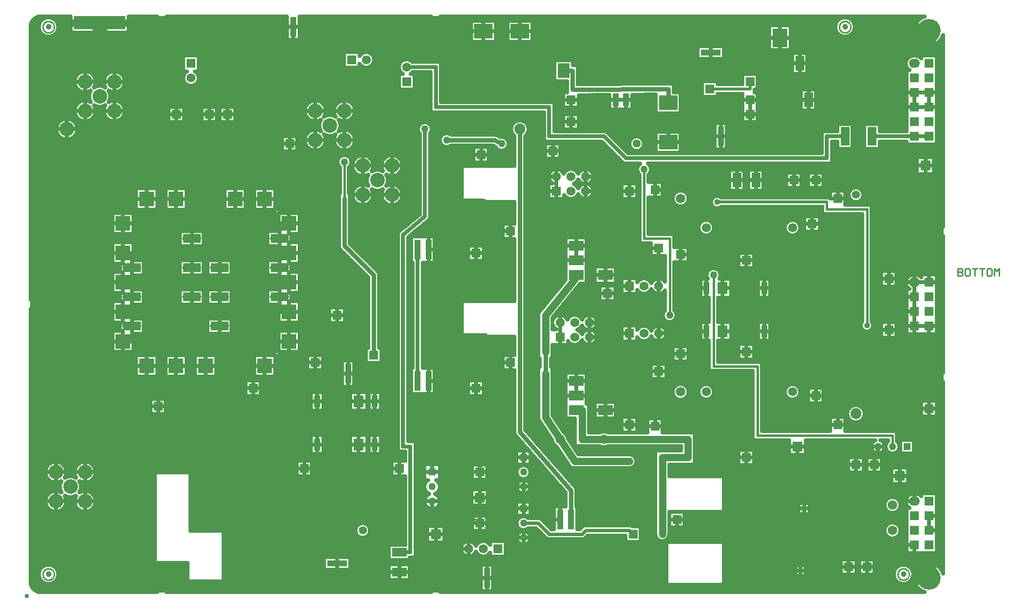
<source format=gbl>
*%FSLAX24Y24*%
*%MOIN*%
G01*
%ADD11C,0.0000*%
%ADD12C,0.0050*%
%ADD13C,0.0060*%
%ADD14C,0.0073*%
%ADD15C,0.0080*%
%ADD16C,0.0098*%
%ADD17C,0.0100*%
%ADD18C,0.0120*%
%ADD19C,0.0150*%
%ADD20C,0.0160*%
%ADD21C,0.0160*%
%ADD22C,0.0197*%
%ADD23C,0.0200*%
%ADD24C,0.0200*%
%ADD25C,0.0240*%
%ADD26O,0.0240X0.0800*%
%ADD27C,0.0250*%
%ADD28O,0.0280X0.0840*%
%ADD29C,0.0300*%
%ADD30C,0.0300*%
%ADD31C,0.0320*%
%ADD32C,0.0340*%
%ADD33C,0.0360*%
%ADD34C,0.0380*%
%ADD35C,0.0394*%
%ADD36C,0.0397*%
%ADD37C,0.0400*%
%ADD38C,0.0434*%
%ADD39C,0.0460*%
%ADD40C,0.0480*%
%ADD41C,0.0480*%
%ADD42C,0.0500*%
%ADD43C,0.0500*%
%ADD44C,0.0520*%
%ADD45C,0.0540*%
%ADD46C,0.0560*%
%ADD47C,0.0580*%
%ADD48C,0.0600*%
%ADD49C,0.0620*%
%ADD50C,0.0650*%
%ADD51C,0.0660*%
%ADD52C,0.0670*%
%ADD53C,0.0680*%
%ADD54C,0.0710*%
%ADD55C,0.0720*%
%ADD56O,0.0750X0.0620*%
%ADD57C,0.0750*%
%ADD58C,0.0760*%
%ADD59O,0.0790X0.0660*%
%ADD60C,0.0810*%
%ADD61C,0.0827*%
%ADD62C,0.0850*%
%ADD63C,0.0870*%
%ADD64C,0.1000*%
%ADD65C,0.1040*%
%ADD66C,0.1299*%
%ADD67C,0.1499*%
%ADD68C,0.1600*%
%ADD69C,0.1700*%
%ADD70C,0.1750*%
%ADD71C,0.1790*%
%ADD72C,0.2000*%
%ADD73C,0.2299*%
%ADD74R,0.0100X0.0100*%
%ADD75R,0.0200X0.0200*%
%ADD76R,0.0200X0.0500*%
%ADD77R,0.0200X0.0650*%
%ADD78R,0.0200X0.1600*%
%ADD79R,0.0240X0.0700*%
%ADD80R,0.0280X0.0600*%
%ADD81R,0.0300X0.0300*%
%ADD82R,0.0300X0.0300*%
%ADD83R,0.0300X0.0600*%
%ADD84R,0.0300X0.0650*%
%ADD85R,0.0300X0.0700*%
%ADD86R,0.0315X0.0709*%
%ADD87R,0.0320X0.0560*%
%ADD88R,0.0320X0.0640*%
%ADD89R,0.0335X0.0758*%
%ADD90R,0.0340X0.0340*%
%ADD91R,0.0340X0.0700*%
%ADD92R,0.0340X0.0800*%
%ADD93R,0.0344X0.0787*%
%ADD94R,0.0344X0.0797*%
%ADD95R,0.0350X0.0700*%
%ADD96R,0.0350X0.0800*%
%ADD97R,0.0354X0.0787*%
%ADD98R,0.0355X0.0749*%
%ADD99R,0.0360X0.0600*%
%ADD100R,0.0360X0.1300*%
%ADD101R,0.0394X0.0827*%
%ADD102R,0.0400X0.0200*%
%ADD103R,0.0400X0.0500*%
%ADD104R,0.0400X0.0640*%
%ADD105R,0.0400X0.0750*%
%ADD106R,0.0400X0.1350*%
%ADD107R,0.0420X0.0850*%
%ADD108R,0.0434X0.0867*%
%ADD109R,0.0440X0.0540*%
%ADD110R,0.0440X0.1390*%
%ADD111R,0.0460X0.0890*%
%ADD112R,0.0500X0.0200*%
%ADD113R,0.0500X0.0400*%
%ADD114R,0.0500X0.0500*%
%ADD115R,0.0500X0.0500*%
%ADD116R,0.0500X0.0850*%
%ADD117R,0.0500X0.1000*%
%ADD118R,0.0500X0.1200*%
%ADD119R,0.0540X0.0440*%
%ADD120R,0.0540X0.0540*%
%ADD121R,0.0540X0.0890*%
%ADD122R,0.0540X0.0960*%
%ADD123R,0.0540X0.1040*%
%ADD124R,0.0550X0.0650*%
%ADD125R,0.0550X0.0780*%
%ADD126R,0.0550X0.0800*%
%ADD127R,0.0560X0.0320*%
%ADD128R,0.0591X0.1260*%
%ADD129R,0.0600X0.0280*%
%ADD130R,0.0600X0.0360*%
%ADD131R,0.0600X0.0600*%
%ADD132R,0.0600X0.1000*%
%ADD133R,0.0600X0.1200*%
%ADD134R,0.0600X0.1250*%
%ADD135R,0.0620X0.0620*%
%ADD136R,0.0631X0.1300*%
%ADD137R,0.0640X0.0320*%
%ADD138R,0.0640X0.0400*%
%ADD139R,0.0640X0.0640*%
%ADD140R,0.0640X0.1040*%
%ADD141R,0.0640X0.1290*%
%ADD142R,0.0650X0.0200*%
%ADD143R,0.0650X0.0550*%
%ADD144R,0.0650X0.0650*%
%ADD145R,0.0660X0.0660*%
%ADD146R,0.0700X0.0700*%
%ADD147R,0.0700X0.0900*%
%ADD148R,0.0709X0.0827*%
%ADD149R,0.0740X0.0740*%
%ADD150R,0.0749X0.0867*%
%ADD151R,0.0750X0.0400*%
%ADD152R,0.0750X0.0750*%
%ADD153R,0.0750X0.0750*%
%ADD154R,0.0750X0.0800*%
%ADD155R,0.0790X0.0790*%
%ADD156R,0.0800X0.0750*%
%ADD157R,0.0800X0.0800*%
%ADD158R,0.0800X0.0800*%
%ADD159R,0.0800X0.1000*%
%ADD160R,0.0800X0.1250*%
%ADD161R,0.0840X0.1040*%
%ADD162R,0.0850X0.0500*%
%ADD163R,0.0890X0.0540*%
%ADD164R,0.0900X0.0600*%
%ADD165R,0.0900X0.0900*%
%ADD166R,0.0940X0.0940*%
%ADD167R,0.0960X0.0540*%
%ADD168R,0.0960X0.0960*%
%ADD169R,0.0960X0.1220*%
%ADD170R,0.1000X0.0500*%
%ADD171R,0.1000X0.0600*%
%ADD172R,0.1000X0.0700*%
%ADD173R,0.1000X0.1000*%
%ADD174R,0.1000X0.1000*%
%ADD175R,0.1000X0.1250*%
%ADD176R,0.1040X0.0540*%
%ADD177R,0.1040X0.0640*%
%ADD178R,0.1040X0.0740*%
%ADD179R,0.1040X0.1040*%
%ADD180R,0.1040X0.1290*%
%ADD181R,0.1060X0.1060*%
%ADD182R,0.1140X0.0540*%
%ADD183R,0.1200X0.0500*%
%ADD184R,0.1200X0.0600*%
%ADD185R,0.1220X0.0960*%
%ADD186R,0.1240X0.0640*%
%ADD187R,0.1250X0.0600*%
%ADD188R,0.1250X0.0800*%
%ADD189R,0.1250X0.1000*%
%ADD190R,0.1260X0.0591*%
%ADD191R,0.1290X0.0640*%
%ADD192R,0.1290X0.1040*%
%ADD193R,0.1300X0.0631*%
%ADD194R,0.1300X0.0360*%
%ADD195R,0.1350X0.0400*%
%ADD196R,0.1390X0.0440*%
%ADD197R,0.1500X0.1500*%
%ADD198R,0.1600X0.0200*%
%ADD199R,0.1600X0.2400*%
%ADD200R,0.1700X0.1700*%
%ADD201R,0.1800X0.1800*%
%ADD202R,0.1900X0.1900*%
%ADD203R,0.2000X0.0750*%
%ADD204R,0.2000X0.2000*%
%ADD205R,0.2040X0.0790*%
%ADD206R,0.2100X0.2100*%
%ADD207R,0.2200X0.2200*%
%ADD208R,0.2300X0.2300*%
%ADD209R,0.2400X0.1600*%
%ADD210R,0.2400X0.2400*%
%ADD211R,0.2500X0.2500*%
D16*
X94664Y30460D02*
X94662Y30427D01*
X94658Y30394D01*
X94651Y30362D01*
X94642Y30331D01*
X94630Y30300D01*
X94615Y30270D01*
X94598Y30242D01*
X94579Y30215D01*
X94557Y30190D01*
X94533Y30167D01*
X94508Y30146D01*
X94481Y30128D01*
X94452Y30111D01*
X94423Y30097D01*
X94392Y30086D01*
X94360Y30077D01*
X94328Y30071D01*
X94295Y30067D01*
X94262Y30066D01*
X94229Y30068D01*
X94196Y30073D01*
X94164Y30081D01*
X94133Y30091D01*
X94102Y30104D01*
X94073Y30119D01*
X94045Y30137D01*
X94019Y30157D01*
X93995Y30179D01*
X93972Y30203D01*
X93951Y30229D01*
X93933Y30256D01*
X93917Y30285D01*
X93904Y30315D01*
X93893Y30346D01*
X93885Y30378D01*
X93879Y30411D01*
X93877Y30444D01*
Y30476D01*
X93879Y30509D01*
X93885Y30542D01*
X93893Y30574D01*
X93904Y30605D01*
X93917Y30635D01*
X93933Y30664D01*
X93951Y30691D01*
X93972Y30717D01*
X93995Y30741D01*
X94019Y30763D01*
X94045Y30783D01*
X94073Y30801D01*
X94102Y30816D01*
X94133Y30829D01*
X94164Y30839D01*
X94196Y30847D01*
X94229Y30852D01*
X94262Y30854D01*
X94295Y30853D01*
X94328Y30849D01*
X94360Y30843D01*
X94392Y30834D01*
X94423Y30823D01*
X94452Y30809D01*
X94481Y30792D01*
X94508Y30774D01*
X94533Y30753D01*
X94557Y30730D01*
X94579Y30705D01*
X94598Y30678D01*
X94615Y30650D01*
X94630Y30620D01*
X94642Y30589D01*
X94651Y30558D01*
X94658Y30526D01*
X94662Y30493D01*
X94664Y30460D01*
X90664Y67960D02*
X90662Y67927D01*
X90658Y67894D01*
X90651Y67862D01*
X90642Y67831D01*
X90630Y67800D01*
X90615Y67770D01*
X90598Y67742D01*
X90579Y67715D01*
X90557Y67690D01*
X90533Y67667D01*
X90508Y67646D01*
X90481Y67628D01*
X90452Y67611D01*
X90423Y67597D01*
X90392Y67586D01*
X90360Y67577D01*
X90328Y67571D01*
X90295Y67567D01*
X90262Y67566D01*
X90229Y67568D01*
X90196Y67573D01*
X90164Y67581D01*
X90133Y67591D01*
X90102Y67604D01*
X90073Y67619D01*
X90045Y67637D01*
X90019Y67657D01*
X89995Y67679D01*
X89972Y67703D01*
X89951Y67729D01*
X89933Y67756D01*
X89917Y67785D01*
X89904Y67815D01*
X89893Y67846D01*
X89885Y67878D01*
X89879Y67911D01*
X89877Y67944D01*
Y67976D01*
X89879Y68009D01*
X89885Y68042D01*
X89893Y68074D01*
X89904Y68105D01*
X89917Y68135D01*
X89933Y68164D01*
X89951Y68191D01*
X89972Y68217D01*
X89995Y68241D01*
X90019Y68263D01*
X90045Y68283D01*
X90073Y68301D01*
X90102Y68316D01*
X90133Y68329D01*
X90164Y68339D01*
X90196Y68347D01*
X90229Y68352D01*
X90262Y68354D01*
X90295Y68353D01*
X90328Y68349D01*
X90360Y68343D01*
X90392Y68334D01*
X90423Y68323D01*
X90452Y68309D01*
X90481Y68292D01*
X90508Y68274D01*
X90533Y68253D01*
X90557Y68230D01*
X90579Y68205D01*
X90598Y68178D01*
X90615Y68150D01*
X90630Y68120D01*
X90642Y68089D01*
X90651Y68058D01*
X90658Y68026D01*
X90662Y67993D01*
X90664Y67960D01*
X36164D02*
X36162Y67927D01*
X36158Y67894D01*
X36151Y67862D01*
X36142Y67831D01*
X36130Y67800D01*
X36115Y67770D01*
X36098Y67742D01*
X36079Y67715D01*
X36057Y67690D01*
X36033Y67667D01*
X36008Y67646D01*
X35981Y67628D01*
X35952Y67611D01*
X35923Y67597D01*
X35892Y67586D01*
X35860Y67577D01*
X35828Y67571D01*
X35795Y67567D01*
X35762Y67566D01*
X35729Y67568D01*
X35696Y67573D01*
X35664Y67581D01*
X35633Y67591D01*
X35602Y67604D01*
X35573Y67619D01*
X35545Y67637D01*
X35519Y67657D01*
X35495Y67679D01*
X35472Y67703D01*
X35451Y67729D01*
X35433Y67756D01*
X35417Y67785D01*
X35404Y67815D01*
X35393Y67846D01*
X35385Y67878D01*
X35379Y67911D01*
X35377Y67944D01*
Y67976D01*
X35379Y68009D01*
X35385Y68042D01*
X35393Y68074D01*
X35404Y68105D01*
X35417Y68135D01*
X35433Y68164D01*
X35451Y68191D01*
X35472Y68217D01*
X35495Y68241D01*
X35519Y68263D01*
X35545Y68283D01*
X35573Y68301D01*
X35602Y68316D01*
X35633Y68329D01*
X35664Y68339D01*
X35696Y68347D01*
X35729Y68352D01*
X35762Y68354D01*
X35795Y68353D01*
X35828Y68349D01*
X35860Y68343D01*
X35892Y68334D01*
X35923Y68323D01*
X35952Y68309D01*
X35981Y68292D01*
X36008Y68274D01*
X36033Y68253D01*
X36057Y68230D01*
X36079Y68205D01*
X36098Y68178D01*
X36115Y68150D01*
X36130Y68120D01*
X36142Y68089D01*
X36151Y68058D01*
X36158Y68026D01*
X36162Y67993D01*
X36164Y67960D01*
Y30460D02*
X36162Y30427D01*
X36158Y30394D01*
X36151Y30362D01*
X36142Y30331D01*
X36130Y30300D01*
X36115Y30270D01*
X36098Y30242D01*
X36079Y30215D01*
X36057Y30190D01*
X36033Y30167D01*
X36008Y30146D01*
X35981Y30128D01*
X35952Y30111D01*
X35923Y30097D01*
X35892Y30086D01*
X35860Y30077D01*
X35828Y30071D01*
X35795Y30067D01*
X35762Y30066D01*
X35729Y30068D01*
X35696Y30073D01*
X35664Y30081D01*
X35633Y30091D01*
X35602Y30104D01*
X35573Y30119D01*
X35545Y30137D01*
X35519Y30157D01*
X35495Y30179D01*
X35472Y30203D01*
X35451Y30229D01*
X35433Y30256D01*
X35417Y30285D01*
X35404Y30315D01*
X35393Y30346D01*
X35385Y30378D01*
X35379Y30411D01*
X35377Y30444D01*
Y30476D01*
X35379Y30509D01*
X35385Y30542D01*
X35393Y30574D01*
X35404Y30605D01*
X35417Y30635D01*
X35433Y30664D01*
X35451Y30691D01*
X35472Y30717D01*
X35495Y30741D01*
X35519Y30763D01*
X35545Y30783D01*
X35573Y30801D01*
X35602Y30816D01*
X35633Y30829D01*
X35664Y30839D01*
X35696Y30847D01*
X35729Y30852D01*
X35762Y30854D01*
X35795Y30853D01*
X35828Y30849D01*
X35860Y30843D01*
X35892Y30834D01*
X35923Y30823D01*
X35952Y30809D01*
X35981Y30792D01*
X36008Y30774D01*
X36033Y30753D01*
X36057Y30730D01*
X36079Y30705D01*
X36098Y30678D01*
X36115Y30650D01*
X36130Y30620D01*
X36142Y30589D01*
X36151Y30558D01*
X36158Y30526D01*
X36162Y30493D01*
X36164Y30460D01*
D17*
X97970Y50910D02*
Y51410D01*
Y50910D02*
X98220D01*
X98303Y50993D01*
Y51077D01*
X98220Y51160D01*
X97970D01*
X97971D01*
X97970D02*
X97971D01*
X97970D02*
X97971D01*
X97970D02*
X98220D01*
X98303Y51243D01*
Y51327D01*
X98220Y51410D01*
X97970D01*
X98553D02*
X98720D01*
X98553D02*
X98470Y51327D01*
Y50993D01*
X98553Y50910D01*
X98720D01*
X98803Y50993D01*
Y51327D01*
X98720Y51410D01*
X98970D02*
X99303D01*
X99136D01*
Y50910D01*
X99470Y51410D02*
X99803D01*
X99636D01*
Y50910D01*
X100053Y51410D02*
X100219D01*
X100053D02*
X99969Y51327D01*
Y50993D01*
X100053Y50910D01*
X100219D01*
X100303Y50993D01*
Y51327D01*
X100219Y51410D01*
X100469D02*
Y50910D01*
X100636Y51243D02*
X100469Y51410D01*
X100636Y51243D02*
X100802Y51410D01*
Y50910D01*
D21*
X56020Y56210D02*
Y58710D01*
X76520Y58210D02*
Y53460D01*
X78270D02*
Y51210D01*
Y48210D01*
X81270Y50960D02*
Y44710D01*
X84270D02*
Y39960D01*
X89020Y55460D02*
Y55960D01*
X91770Y55460D02*
Y47510D01*
X93520Y39960D02*
Y39210D01*
Y39960D02*
X84270D01*
Y44710D02*
X81270D01*
X78270Y53460D02*
X76520D01*
X89020Y55460D02*
X91770D01*
D24*
X83770Y63710D02*
Y64210D01*
X81520Y55960D02*
X89020D01*
X83770Y63710D02*
X81020D01*
D25*
X75520Y33460D02*
X75770Y33210D01*
X70020D02*
X69270Y33960D01*
X72270Y33210D02*
X72520Y33460D01*
X75520D01*
X72270Y33210D02*
X70020D01*
X69270Y33960D02*
X68270D01*
D27*
X71638Y37551D02*
X71914Y37735D01*
X69182Y41235D02*
X69111Y41342D01*
X69182Y41235D02*
X69249Y41135D01*
X69295Y41066D01*
X69516Y40735D01*
X69882Y40185D01*
X70221Y39677D01*
X70529Y39216D02*
X70882Y38685D01*
X71145Y38291D01*
X71295Y38066D01*
X71395Y37916D01*
X71516Y37735D01*
X71638Y37551D01*
X70324Y41235D02*
X70245Y41354D01*
X70324Y41235D02*
X70391Y41135D01*
X70658Y40735D01*
X71011Y40204D01*
X71319Y39743D02*
X71395Y39629D01*
X71658Y39235D01*
X71795Y39029D01*
X72024Y38685D01*
X62013Y54915D02*
X61870Y55087D01*
X59670Y53583D02*
X59527Y53755D01*
X61870Y54796D02*
X62013Y54915D01*
X61870Y54796D02*
X61647Y54610D01*
X61445Y54442D01*
X61370Y54379D01*
X61345Y54359D01*
X61170Y54213D01*
X60987Y54060D01*
X60670Y53796D01*
X60595Y53734D01*
X60447Y53610D01*
X60370Y53546D01*
X60595Y54645D02*
X61170Y55124D01*
X60595Y54645D02*
X60553Y54610D01*
X60370Y54457D01*
X59893Y54060D01*
X59670Y53874D01*
X59527Y53755D01*
X78542Y64085D02*
X78542Y64088D01*
X78542Y64085D02*
X78545Y63711D01*
X78547Y63485D01*
X71245Y63659D02*
X71242Y64032D01*
X71245Y63659D02*
X71246Y63485D01*
X75705Y63316D02*
X77320Y63329D01*
X74165Y63304D02*
X72045Y63288D01*
X78169Y64085D02*
X78542Y64088D01*
X78169Y64085D02*
X77795Y64082D01*
X71995Y64038D01*
X71245Y64032D02*
X71242Y64032D01*
X67273Y60128D02*
X67236Y60053D01*
X66975Y59532D02*
X66938Y59457D01*
X66863Y59494D01*
X66342Y59755D02*
X66181Y59835D01*
X67198Y60165D02*
X67273Y60128D01*
X66677Y60426D02*
X66645Y60442D01*
X66359Y60585D01*
X66102Y60713D01*
X72049Y36175D02*
X71895Y36040D01*
X67645Y40380D02*
X67491Y40245D01*
X67645Y40069D01*
X67795Y39898D01*
X67850Y39835D01*
X68395Y39212D01*
X68637Y38935D01*
X68745Y38812D01*
X68856Y38685D01*
X69469Y37985D01*
X69687Y37735D01*
X70694Y36585D01*
X71145Y36069D01*
X68540Y40185D02*
X68395Y40351D01*
X68540Y40185D02*
X68745Y39951D01*
X68846Y39835D01*
X69295Y39322D01*
X69371Y39235D01*
X69634Y38935D01*
X69853Y38685D01*
X70245Y38237D01*
X70465Y37985D01*
X70684Y37735D01*
X71145Y37208D01*
X71295Y37037D01*
X71690Y36585D01*
X71795Y36465D01*
X71895Y36351D01*
X72049Y36175D01*
X69295Y47985D02*
X69102Y48143D01*
X72595Y50913D02*
X72688Y51027D01*
X72163Y50385D02*
X71395Y49446D01*
X71305Y49336D01*
X71145Y49140D01*
X70772Y48685D01*
X70245Y48040D01*
X71018Y50485D02*
X71145Y50641D01*
X71018Y50485D02*
X70936Y50385D01*
X70245Y49541D01*
X69545Y48685D01*
X69295Y48380D01*
X69102Y48143D01*
X61520Y54960D02*
X60020Y53710D01*
X75520Y33948D02*
X75663Y33805D01*
X75733Y33735D01*
X74120Y59615D02*
X73625Y60110D01*
X74120Y59615D02*
X74425Y59310D01*
X74920Y58815D01*
X75125Y58610D01*
X75270Y58465D01*
X73915Y60810D02*
X73770Y60955D01*
X73915Y60810D02*
X74120Y60605D01*
X74615Y60110D01*
X74920Y59805D01*
X75415Y59310D01*
X55645Y52805D02*
X55490Y52960D01*
X55645Y52805D02*
X55865Y52585D01*
X56395Y52055D01*
X57115Y51335D01*
X57645Y50805D01*
X56925Y52585D02*
X56395Y53115D01*
X56925Y52585D02*
X57645Y51865D01*
X58175Y51335D01*
X58395Y51115D01*
X58550Y50960D01*
X69127Y33615D02*
X69187Y33555D01*
X69615Y33127D01*
X69675Y33067D01*
X69877Y32865D01*
X70020Y32722D01*
X69413Y34305D02*
X69270Y34448D01*
X69413Y34305D02*
X69615Y34103D01*
X69675Y34043D01*
X70103Y33615D01*
X70163Y33555D01*
X72520Y33948D02*
X72663Y33805D01*
X72127Y32865D02*
X72270Y32722D01*
X75270Y58960D02*
X73770Y60460D01*
X75520Y33948D02*
X75377Y33805D01*
X75270Y58465D02*
X75415Y58610D01*
X73625Y60810D02*
X73770Y60955D01*
X58550Y50960D02*
X58395Y50805D01*
X55645Y53115D02*
X55490Y52960D01*
X70163Y32865D02*
X70020Y32722D01*
X69127Y34305D02*
X69270Y34448D01*
X72615Y33067D02*
X72663Y33115D01*
X72615Y33067D02*
X72413Y32865D01*
X72270Y32722D01*
X72407Y33835D02*
X72520Y33948D01*
X72407Y33835D02*
X72377Y33805D01*
X72175Y33603D01*
X72127Y33555D01*
X34545Y49276D02*
Y67960D01*
Y48644D02*
Y29960D01*
X34770Y68235D02*
Y68485D01*
Y68235D02*
Y49659D01*
Y48261D02*
Y29685D01*
Y29435D01*
X35020Y49855D02*
Y68641D01*
Y48065D02*
Y29279D01*
X35270Y68403D02*
Y68685D01*
Y67517D02*
Y49954D01*
Y47966D02*
Y30903D01*
Y30017D02*
Y29235D01*
X35520Y49985D02*
Y67341D01*
Y47935D02*
Y31079D01*
Y29841D02*
Y29235D01*
X35770Y49954D02*
Y67292D01*
Y47966D02*
Y37985D01*
Y36935D02*
Y35985D01*
Y34935D02*
Y31128D01*
Y29792D02*
Y29235D01*
X36020Y49855D02*
Y67341D01*
Y48065D02*
Y38141D01*
Y36779D02*
Y36141D01*
Y34779D02*
Y31079D01*
Y29841D02*
Y29235D01*
X36270Y68403D02*
Y68685D01*
Y67517D02*
Y49659D01*
Y48261D02*
Y38185D01*
Y36735D02*
Y36185D01*
Y34735D02*
Y30903D01*
Y30017D02*
Y29235D01*
X36520Y61485D02*
Y68685D01*
Y60435D02*
Y49185D01*
Y48735D02*
Y38141D01*
Y36779D02*
Y36141D01*
Y34779D02*
Y29235D01*
X35520Y47935D02*
Y48960D01*
Y49985D01*
X36270Y37460D02*
Y36735D01*
Y37460D02*
Y38185D01*
Y35460D02*
Y34735D01*
Y35460D02*
Y36185D01*
X36770Y61641D02*
Y68685D01*
Y60279D02*
Y37985D01*
Y34935D02*
Y29235D01*
X37020Y67585D02*
Y68685D01*
Y67585D02*
Y61685D01*
Y60235D02*
Y37141D01*
Y35779D02*
Y29235D01*
X37270Y67585D02*
Y68685D01*
Y67585D02*
Y61641D01*
Y60279D02*
Y37185D01*
Y35735D02*
Y29235D01*
X37520Y61485D02*
Y67585D01*
Y60435D02*
Y37141D01*
Y35779D02*
Y29235D01*
X37770Y64735D02*
Y67585D01*
Y63685D02*
Y62735D01*
Y61685D02*
Y37985D01*
Y34935D02*
Y29235D01*
X38020Y64891D02*
Y67585D01*
Y63529D02*
Y62891D01*
Y61529D02*
Y38141D01*
Y36779D02*
Y36141D01*
Y34779D02*
Y29235D01*
X38270Y64935D02*
Y67585D01*
Y63485D02*
Y62935D01*
Y61485D02*
Y38185D01*
Y36735D02*
Y36185D01*
Y34735D02*
Y29235D01*
X38520Y64891D02*
Y67585D01*
Y63529D02*
Y62891D01*
Y61529D02*
Y38141D01*
Y36779D02*
Y36141D01*
Y34779D02*
Y29235D01*
X37295Y67585D02*
Y68685D01*
X37020Y60960D02*
Y60235D01*
Y60960D02*
Y61685D01*
X38270Y63485D02*
Y64210D01*
Y64935D01*
Y62210D02*
Y61485D01*
Y62210D02*
Y62935D01*
Y35460D02*
Y34735D01*
Y35460D02*
Y36185D01*
Y36735D02*
Y37460D01*
Y38185D01*
X38770Y64735D02*
Y67585D01*
Y61685D02*
Y37985D01*
Y36935D02*
Y35985D01*
Y34935D02*
Y29235D01*
X39020Y63891D02*
Y67585D01*
Y62529D02*
Y29235D01*
X39270Y63935D02*
Y67585D01*
Y62485D02*
Y29235D01*
X39520Y63891D02*
Y67585D01*
Y62529D02*
Y29235D01*
X39770Y64735D02*
Y67585D01*
Y61685D02*
Y29235D01*
X40020Y64891D02*
Y67585D01*
Y63529D02*
Y62891D01*
Y61529D02*
Y55225D01*
Y53775D01*
Y53205D01*
Y51755D01*
Y51185D01*
Y49735D01*
Y49165D01*
Y47715D01*
Y47145D01*
Y45695D01*
Y29235D01*
X40270Y64935D02*
Y67585D01*
Y63485D02*
Y62935D01*
Y61485D02*
Y55225D01*
Y53775D02*
Y53205D01*
Y51755D02*
Y51185D01*
Y49735D02*
Y49165D01*
Y47715D02*
Y47145D01*
Y45695D02*
Y29235D01*
X40520Y64891D02*
Y67585D01*
Y63529D02*
Y62891D01*
Y61529D02*
Y58418D01*
Y57502D02*
Y55225D01*
Y53775D02*
Y53205D01*
Y51755D02*
Y51185D01*
Y49735D02*
Y49165D01*
Y47715D02*
Y47145D01*
Y45695D02*
Y36418D01*
Y35502D02*
Y29235D01*
X40135Y53775D02*
Y55225D01*
Y47145D02*
Y45695D01*
Y47715D02*
Y49165D01*
Y49735D02*
Y51185D01*
Y51755D02*
Y53205D01*
X39270Y66285D02*
Y68260D01*
X40270Y62210D02*
Y61485D01*
Y62210D02*
Y62935D01*
Y63485D02*
Y64210D01*
Y64935D01*
X40770Y64735D02*
Y67585D01*
Y63685D02*
Y62735D01*
Y61685D02*
Y58765D01*
Y57155D02*
Y55225D01*
Y53775D02*
Y53205D01*
Y45695D02*
Y36765D01*
Y35155D02*
Y29235D01*
X41020Y58940D02*
Y67585D01*
Y56980D02*
Y55225D01*
Y53775D02*
Y53205D01*
Y45695D02*
Y36940D01*
Y34980D02*
Y29235D01*
X41270Y67585D02*
Y68685D01*
Y67585D02*
Y59031D01*
Y56889D02*
Y55225D01*
Y53775D02*
Y53205D01*
Y45695D02*
Y37031D01*
Y34889D02*
Y29235D01*
X41520Y67585D02*
Y68685D01*
Y67585D02*
Y59060D01*
Y56860D02*
Y55445D01*
Y53775D02*
Y53205D01*
Y45475D02*
Y44025D01*
Y37060D01*
Y34860D02*
Y29235D01*
X41770Y59031D02*
Y68685D01*
Y55225D02*
Y53775D01*
Y53205D01*
Y51985D01*
Y50935D02*
Y49985D01*
Y48935D02*
Y47985D01*
Y46935D02*
Y45695D01*
Y44025D02*
Y37031D01*
Y34889D02*
Y29235D01*
X42020Y58940D02*
Y68685D01*
Y55445D02*
Y51985D01*
Y50935D02*
Y49985D01*
Y48935D02*
Y47985D01*
Y46935D02*
Y45475D01*
Y44025D02*
Y36940D01*
Y34980D02*
Y29235D01*
X42270Y58765D02*
Y68685D01*
Y57155D02*
Y56895D01*
Y55445D02*
Y51985D01*
Y50935D02*
Y49985D01*
Y48935D02*
Y47985D01*
Y46935D02*
Y45475D01*
Y44025D02*
Y36765D01*
Y35155D02*
Y29235D01*
X42295Y46935D02*
Y47985D01*
X40645Y47715D02*
Y47145D01*
X42295Y48935D02*
Y49985D01*
X40645Y49735D02*
Y49165D01*
X42295Y50935D02*
Y51985D01*
X40645Y51755D02*
Y51185D01*
X41755Y55445D02*
Y56885D01*
X41585Y55225D02*
Y53775D01*
X41755Y45475D02*
Y44025D01*
X41585Y45695D02*
Y46935D01*
Y47985D02*
Y48935D01*
Y49985D02*
Y50935D01*
Y51985D02*
Y53205D01*
X41245Y67585D02*
Y68685D01*
X41520Y35960D02*
Y34860D01*
Y35960D02*
Y37060D01*
Y56860D02*
Y57960D01*
Y59060D01*
X40860Y52480D02*
Y51755D01*
Y52480D02*
Y53205D01*
Y50460D02*
Y49735D01*
Y50460D02*
Y51185D01*
Y48440D02*
Y47715D01*
Y48440D02*
Y49165D01*
Y46420D02*
Y45695D01*
Y46420D02*
Y47145D01*
X42480Y44750D02*
Y44025D01*
Y44750D02*
Y45475D01*
X40860Y53775D02*
Y54500D01*
Y55225D01*
X42480Y55445D02*
Y56170D01*
Y56895D01*
X41470Y51460D02*
Y50635D01*
Y51460D02*
Y52285D01*
Y49460D02*
Y48635D01*
Y49460D02*
Y50285D01*
Y47460D02*
Y46635D01*
Y47460D02*
Y48285D01*
X43045Y33435D02*
Y32985D01*
X42520Y67935D02*
Y68685D01*
Y67485D02*
Y58418D01*
Y57502D02*
Y56895D01*
Y55445D02*
Y51985D01*
Y50935D01*
Y49985D01*
Y48935D01*
Y47985D01*
Y46935D01*
Y45475D01*
Y44025D02*
Y42485D01*
Y41435D01*
Y36418D01*
Y35502D02*
Y30435D01*
Y29985D02*
Y29235D01*
X42770Y68409D02*
Y68685D01*
Y67011D02*
Y56895D01*
Y55445D02*
Y45475D01*
Y44025D02*
Y42485D01*
Y41435D02*
Y37435D01*
Y33435D01*
Y32985D01*
Y31235D01*
Y30909D01*
Y29511D02*
Y29235D01*
X43020Y56895D02*
Y66815D01*
Y55445D02*
Y45475D01*
Y44025D02*
Y42485D01*
Y41435D02*
Y37435D01*
Y33435D01*
Y32985D01*
Y31235D01*
X43270Y56895D02*
Y66716D01*
Y56895D02*
Y55445D01*
Y45475D01*
Y44025D01*
Y42485D01*
Y41435D02*
Y37435D01*
X43520Y56895D02*
Y66685D01*
Y56895D02*
Y55445D01*
Y45475D01*
Y44025D01*
Y42485D01*
Y41435D02*
Y37435D01*
X43770Y62485D02*
Y66716D01*
Y62485D02*
Y61435D01*
Y56895D01*
Y55445D01*
Y45475D01*
Y44025D01*
Y42485D01*
Y41435D02*
Y37435D01*
X44020Y62485D02*
Y66815D01*
Y61435D02*
Y56895D01*
Y55445D02*
Y45475D01*
Y44025D02*
Y42485D01*
Y41435D01*
Y37435D01*
X44270Y68409D02*
Y68685D01*
Y67011D02*
Y62485D01*
Y61435D02*
Y56895D01*
Y55445D02*
Y45475D01*
Y44025D02*
Y37435D01*
Y31235D02*
Y30909D01*
Y29511D02*
Y29235D01*
X43045Y31235D02*
Y32985D01*
Y33435D02*
Y37435D01*
Y32985D02*
Y32860D01*
X43795Y41435D02*
Y42485D01*
X42745D02*
Y41435D01*
X43205Y55445D02*
Y56895D01*
X43775D02*
Y55445D01*
Y45475D02*
Y44025D01*
X43205D02*
Y45475D01*
X43995Y61435D02*
Y62485D01*
X43520Y66685D02*
Y67710D01*
X43270Y41960D02*
Y41435D01*
Y41960D02*
Y42485D01*
X44520Y67935D02*
Y68685D01*
Y67485D02*
Y62485D01*
Y61435D02*
Y56895D01*
Y55445D02*
Y53985D01*
Y52935D01*
Y51985D01*
Y50935D01*
Y49985D01*
Y48935D01*
Y45475D01*
Y44025D02*
Y37435D01*
Y31235D02*
Y30435D01*
Y29985D02*
Y29235D01*
X44770Y65995D02*
Y68685D01*
Y65995D02*
Y64925D01*
Y62485D01*
Y61435D02*
Y56895D01*
Y55445D02*
Y53985D01*
Y52935D02*
Y51985D01*
Y50935D02*
Y49985D01*
Y48935D02*
Y45475D01*
Y44025D02*
Y37435D01*
Y31235D02*
Y29235D01*
X45020Y65995D02*
Y68685D01*
Y64925D02*
Y64650D01*
Y64270D02*
Y62485D01*
Y61435D02*
Y56895D01*
Y55445D02*
Y53985D01*
Y52935D02*
Y51985D01*
Y50935D02*
Y49985D01*
Y48935D02*
Y45475D01*
Y44025D02*
Y37435D01*
Y31235D02*
Y29985D01*
Y29235D01*
X45270Y65995D02*
Y68685D01*
Y63987D02*
Y62485D01*
Y61435D01*
Y56895D01*
Y55445D01*
Y53985D01*
Y52935D02*
Y51985D01*
Y50935D02*
Y49985D01*
Y48935D02*
Y45475D01*
Y44025D01*
Y37435D01*
Y31235D02*
Y29985D01*
Y29235D01*
X45520Y65995D02*
Y68685D01*
Y63925D02*
Y56895D01*
Y55445D01*
Y53985D01*
Y52935D02*
Y51985D01*
Y50935D02*
Y49985D01*
Y48935D02*
Y45475D01*
Y44025D01*
Y37435D01*
Y33435D01*
Y29985D02*
Y29235D01*
X45770Y65995D02*
Y68685D01*
Y63987D02*
Y53985D01*
Y52935D02*
Y51985D01*
Y50935D02*
Y49985D01*
Y48935D02*
Y45475D01*
Y44025D01*
Y37435D01*
Y33435D01*
Y29985D02*
Y29235D01*
X46020Y65995D02*
Y68685D01*
Y64925D02*
Y64650D01*
Y64270D02*
Y62485D01*
Y61435D01*
Y53985D01*
Y52935D02*
Y51985D01*
Y50935D02*
Y49985D01*
Y48935D02*
Y45475D01*
Y44025D02*
Y33435D01*
Y29985D02*
Y29235D01*
X46270Y65995D02*
Y68685D01*
Y65995D02*
Y64925D01*
Y62485D01*
Y61435D02*
Y53985D01*
Y52935D02*
Y51985D01*
Y50935D02*
Y49985D01*
Y48935D02*
Y45475D01*
Y44025D02*
Y33435D01*
Y29985D02*
Y29235D01*
X45295Y29985D02*
Y31235D01*
X45495Y33435D02*
Y37435D01*
X46395Y50935D02*
Y51985D01*
X44745D02*
Y50935D01*
X46395Y49985D02*
Y48935D01*
X44745D02*
Y49985D01*
X46395Y52935D02*
Y53985D01*
X44745D02*
Y52935D01*
X45795Y45475D02*
Y44025D01*
X45225Y55445D02*
Y56895D01*
Y45475D02*
Y44025D01*
X46245Y61435D02*
Y62485D01*
X46055Y64925D02*
Y65995D01*
X44985D02*
Y64925D01*
X45045Y62485D02*
Y61435D01*
X44520D02*
Y61960D01*
Y62485D01*
X44500Y44750D02*
Y44025D01*
Y44750D02*
Y45475D01*
Y55445D02*
Y56170D01*
Y56895D01*
X45570Y53460D02*
Y52635D01*
Y53460D02*
Y54285D01*
Y49460D02*
Y48635D01*
Y49460D02*
Y50285D01*
Y50635D02*
Y51460D01*
Y52285D01*
X47745Y31935D02*
Y31235D01*
X46520Y62485D02*
Y68685D01*
Y61435D02*
Y53985D01*
Y52935D01*
Y51985D01*
Y50935D01*
Y49985D01*
Y48935D01*
Y47985D01*
Y46935D01*
Y45475D01*
Y44025D02*
Y33435D01*
Y29985D02*
Y29235D01*
X46770Y62485D02*
Y68685D01*
Y61435D02*
Y51985D01*
Y50935D02*
Y49985D01*
Y48935D02*
Y47985D01*
Y46935D02*
Y45475D01*
Y44025D02*
Y33435D01*
Y29985D02*
Y29235D01*
X47020Y62485D02*
Y68685D01*
Y61435D02*
Y51985D01*
Y50935D02*
Y49985D01*
Y48935D02*
Y47985D01*
Y46935D02*
Y45475D01*
Y44025D02*
Y33435D01*
Y29985D02*
Y29235D01*
X47270Y62485D02*
Y68685D01*
Y61435D02*
Y51985D01*
Y50935D02*
Y49985D01*
Y48935D02*
Y47985D01*
Y46935D02*
Y45475D01*
Y44025D01*
Y33435D01*
Y29985D02*
Y29235D01*
X47520Y62485D02*
Y68685D01*
Y61435D02*
Y56895D01*
Y55445D01*
Y51985D01*
Y50935D02*
Y49985D01*
Y48935D02*
Y47985D01*
Y46935D02*
Y45475D01*
Y44025D01*
Y33435D01*
Y29985D02*
Y29235D01*
X47770Y62485D02*
Y68685D01*
Y61435D02*
Y56895D01*
Y55445D01*
Y51985D01*
Y50935D02*
Y49985D01*
Y48935D02*
Y47985D01*
Y46935D02*
Y33435D01*
Y31935D01*
Y31235D01*
Y29985D01*
Y29235D01*
X48020Y62485D02*
Y68685D01*
Y61435D02*
Y56895D01*
Y55445D02*
Y51985D01*
Y50935D02*
Y49985D01*
Y48935D02*
Y47985D01*
Y46935D02*
Y33435D01*
Y31935D01*
Y31235D01*
Y29985D01*
Y29235D01*
X48270Y62485D02*
Y68685D01*
Y61435D02*
Y56895D01*
Y55445D02*
Y51985D01*
Y50935D02*
Y49985D01*
Y48935D02*
Y47985D01*
Y46935D02*
Y38985D01*
Y38535D02*
Y37885D01*
Y37435D02*
Y29235D01*
X47745Y31935D02*
Y33435D01*
Y31235D02*
Y31110D01*
Y31235D02*
Y29985D01*
Y29860D01*
X47245Y44025D02*
Y45475D01*
X47815Y55445D02*
Y56895D01*
X48295Y47985D02*
Y46935D01*
X46645D02*
Y47985D01*
X48295Y48935D02*
Y49985D01*
X46645D02*
Y48935D01*
X48295Y50935D02*
Y51985D01*
X46645D02*
Y50935D01*
X47495Y61435D02*
Y62485D01*
X47295D02*
Y61435D01*
X46770D02*
Y61960D01*
Y62485D01*
X48020Y61960D02*
Y61435D01*
Y61960D02*
Y62485D01*
X47470Y51460D02*
Y50635D01*
Y51460D02*
Y52285D01*
Y49460D02*
Y48635D01*
Y49460D02*
Y50285D01*
Y47460D02*
Y46635D01*
Y47460D02*
Y48285D01*
X46520Y44750D02*
Y44025D01*
Y44750D02*
Y45475D01*
X48520Y62485D02*
Y68685D01*
Y61435D02*
Y56895D01*
Y55445D02*
Y51985D01*
Y50935D01*
Y49985D01*
Y48935D01*
Y47985D01*
Y46935D01*
Y39132D01*
Y38388D02*
Y38032D01*
Y37288D02*
Y29235D01*
X48770Y62485D02*
Y68685D01*
Y62485D02*
Y61435D01*
Y56895D01*
Y55445D02*
Y39077D01*
Y38443D02*
Y37977D01*
Y37343D02*
Y29235D01*
X49020Y56895D02*
Y68685D01*
Y55445D02*
Y43735D01*
Y42685D01*
Y39121D01*
Y38399D02*
Y38021D01*
Y37299D02*
Y29235D01*
X49270Y56895D02*
Y68685D01*
Y56895D02*
Y55445D01*
Y43735D01*
Y42685D02*
Y39481D01*
Y38385D02*
Y38035D01*
Y36939D02*
Y29235D01*
X49520Y56895D02*
Y68685D01*
Y56895D02*
Y55445D01*
Y43735D01*
Y42685D02*
Y39624D01*
Y36796D02*
Y29235D01*
X49770Y56895D02*
Y68685D01*
Y56895D02*
Y55445D01*
Y45475D01*
Y44025D01*
Y43735D01*
Y42685D02*
Y39611D01*
Y36809D02*
Y29235D01*
X50020Y56895D02*
Y68685D01*
Y55445D02*
Y45475D01*
Y44025D02*
Y43735D01*
Y42685D02*
Y39416D01*
Y38904D02*
Y37516D01*
Y37004D02*
Y29235D01*
X50270Y56895D02*
Y68685D01*
Y55445D02*
Y45475D01*
Y44025D02*
Y43735D01*
Y42685D02*
Y29235D01*
X50295Y42685D02*
Y43735D01*
X49245D02*
Y42685D01*
X49835Y55445D02*
Y56895D01*
Y45475D02*
Y44025D01*
X49265Y55445D02*
Y56895D01*
X48545Y61435D02*
Y62485D01*
X48540Y56170D02*
Y55445D01*
Y56170D02*
Y56895D01*
X49770Y43210D02*
Y42685D01*
Y43210D02*
Y43735D01*
X50520Y56895D02*
Y68685D01*
Y55445D02*
Y53985D01*
Y52935D01*
Y51985D01*
Y50935D01*
Y49985D01*
Y48935D01*
Y45475D01*
Y44025D02*
Y43735D01*
Y42685D01*
Y29235D01*
X50770Y56895D02*
Y68685D01*
Y55445D02*
Y53985D01*
Y52935D02*
Y51985D01*
Y50935D02*
Y49985D01*
Y48935D02*
Y45475D01*
Y44025D02*
Y29235D01*
X51020Y56895D02*
Y68685D01*
Y55445D02*
Y53985D01*
Y52935D02*
Y51985D01*
Y50935D02*
Y49985D01*
Y48935D02*
Y45475D01*
Y44025D02*
Y29235D01*
X51270Y56895D02*
Y68685D01*
Y55225D02*
Y53985D01*
Y52935D02*
Y51985D01*
Y50935D02*
Y49985D01*
Y48935D02*
Y47715D01*
Y47145D01*
Y45695D01*
Y44025D02*
Y29235D01*
X51520Y60485D02*
Y68685D01*
Y60485D02*
Y59435D01*
Y56895D01*
Y55445D01*
Y47715D02*
Y47145D01*
Y45475D02*
Y44025D01*
Y29235D01*
X51770Y60485D02*
Y68685D01*
Y59435D02*
Y55225D01*
Y47715D02*
Y47145D01*
Y45695D02*
Y29235D01*
X52020Y67060D02*
Y68685D01*
Y67060D02*
Y60485D01*
Y59435D02*
Y55225D01*
Y47715D02*
Y47145D01*
Y45695D02*
Y29235D01*
X51505Y53985D02*
Y55225D01*
X51285Y55445D02*
Y56895D01*
X51505Y52935D02*
Y51985D01*
Y50935D02*
Y49985D01*
Y48935D02*
Y47715D01*
Y47145D02*
Y45695D01*
X51285Y45475D02*
Y44025D01*
X50745Y50935D02*
Y51985D01*
Y49985D02*
Y48935D01*
Y52935D02*
Y53985D01*
X52095Y67060D02*
Y68685D01*
X51745Y60485D02*
Y59435D01*
X51570Y53460D02*
Y52635D01*
Y53460D02*
Y54285D01*
Y49460D02*
Y48635D01*
Y49460D02*
Y50285D01*
Y50635D02*
Y51460D01*
Y52285D01*
X50560Y44750D02*
Y44025D01*
Y44750D02*
Y45475D01*
X52230Y45695D02*
Y46420D01*
Y47145D01*
Y47715D02*
Y48440D01*
Y49165D01*
Y49735D02*
Y50460D01*
Y51185D01*
Y51755D02*
Y52480D01*
Y53205D01*
X50560Y55445D02*
Y56170D01*
Y56895D01*
X52230Y54500D02*
Y53775D01*
Y54500D02*
Y55225D01*
X52270Y60485D02*
Y67060D01*
Y59435D02*
Y55225D01*
Y47715D02*
Y47145D01*
Y45695D02*
Y29235D01*
X52520Y60485D02*
Y67060D01*
Y59435D02*
Y55225D01*
Y53775D02*
Y53205D01*
Y51755D02*
Y51185D01*
Y49735D02*
Y49165D01*
Y47715D02*
Y47145D01*
Y45695D02*
Y38235D01*
Y37185D01*
Y29235D01*
X52770Y60485D02*
Y67060D01*
Y59435D02*
Y55225D01*
Y53775D02*
Y53205D01*
Y51755D02*
Y51185D01*
Y49735D02*
Y49165D01*
Y47715D02*
Y47145D01*
Y45695D02*
Y38235D01*
Y37185D02*
Y29235D01*
X53020Y67060D02*
Y68685D01*
Y67060D02*
Y60485D01*
Y59435D01*
Y58418D01*
Y57502D02*
Y55225D01*
Y53775D01*
Y53205D01*
Y51755D01*
Y51185D01*
Y49735D01*
Y49165D01*
Y47715D01*
Y47145D01*
Y45695D01*
Y38235D01*
Y37185D02*
Y36418D01*
Y35502D02*
Y29235D01*
X53270Y58765D02*
Y68685D01*
Y57155D02*
Y45485D01*
Y44435D01*
Y38235D01*
Y37185D02*
Y36765D01*
Y35155D02*
Y29235D01*
X53520Y62735D02*
Y68685D01*
Y61685D02*
Y60735D01*
Y59685D02*
Y58940D01*
Y56980D02*
Y45485D01*
Y44435D02*
Y42947D01*
Y41670D01*
Y39994D01*
Y38717D01*
Y38235D01*
Y34980D02*
Y29235D01*
X53770Y62891D02*
Y68685D01*
Y61529D02*
Y60891D01*
Y59529D02*
Y59031D01*
Y56889D02*
Y45485D01*
Y44435D02*
Y42947D01*
Y41670D02*
Y39994D01*
Y38717D02*
Y38235D01*
Y34889D02*
Y29235D01*
X54020Y62935D02*
Y68685D01*
Y61485D02*
Y60935D01*
Y59485D02*
Y59060D01*
Y56860D02*
Y45485D01*
Y44435D02*
Y42947D01*
Y41670D02*
Y39994D01*
Y38717D02*
Y38235D01*
Y37185D01*
Y34860D02*
Y29235D01*
X53734Y41670D02*
Y42947D01*
Y39994D02*
Y38717D01*
X53795Y38235D02*
Y37185D01*
X52745D02*
Y38235D01*
X52955Y53775D02*
Y55225D01*
Y53205D02*
Y51755D01*
Y51185D02*
Y49735D01*
Y49165D02*
Y47715D01*
Y47145D02*
Y45695D01*
X52395Y51185D02*
Y51755D01*
Y49735D02*
Y49165D01*
Y53205D02*
Y53775D01*
X52945Y67060D02*
Y68685D01*
X52795Y60485D02*
Y59435D01*
X53495Y45485D02*
Y44435D01*
X54020D02*
Y44960D01*
Y45485D01*
Y61485D02*
Y62210D01*
Y62935D01*
Y60210D02*
Y59485D01*
Y60210D02*
Y60935D01*
X52270Y59960D02*
Y59435D01*
Y59960D02*
Y60485D01*
X52520Y67060D02*
Y67960D01*
X54020Y35960D02*
Y34860D01*
Y35960D02*
Y37060D01*
Y56860D02*
Y57960D01*
Y59060D01*
X53270Y37710D02*
Y37185D01*
Y37710D02*
Y38235D01*
X54155Y38717D02*
Y39356D01*
Y39994D01*
Y41670D02*
Y42308D01*
Y42947D01*
X54270Y62891D02*
Y68685D01*
Y61529D02*
Y60891D01*
Y59529D02*
Y59031D01*
Y56889D02*
Y45485D01*
Y44435D02*
Y42947D01*
Y41670D02*
Y39994D01*
Y38717D02*
Y37031D01*
Y34889D02*
Y29235D01*
X54520Y62735D02*
Y68685D01*
Y59685D02*
Y58940D01*
Y56980D02*
Y45485D01*
Y44435D02*
Y42947D01*
Y41670D02*
Y39994D01*
Y38717D02*
Y36940D01*
Y34980D02*
Y31635D01*
Y30785D01*
Y29235D01*
X54770Y61891D02*
Y68685D01*
Y60529D02*
Y58765D01*
Y57155D02*
Y48735D01*
Y47685D01*
Y45485D01*
Y44435D01*
Y42947D01*
Y41670D01*
Y39994D01*
Y38717D01*
Y36765D01*
Y35155D02*
Y31635D01*
Y30785D02*
Y29235D01*
X55020Y61935D02*
Y68685D01*
Y60485D02*
Y58418D01*
Y57502D02*
Y48735D01*
Y47685D02*
Y36418D01*
Y35502D02*
Y31635D01*
Y30785D02*
Y29235D01*
X55270Y61891D02*
Y68685D01*
Y60529D02*
Y48735D01*
Y47685D02*
Y31635D01*
Y30785D02*
Y29235D01*
X55520Y62735D02*
Y68685D01*
Y59685D02*
Y59015D01*
Y56585D01*
Y55905D01*
Y52990D01*
Y52930D02*
Y52585D01*
Y48735D01*
Y47685D02*
Y31635D01*
Y30785D02*
Y29235D01*
X55770Y66245D02*
Y68685D01*
Y66245D02*
Y65175D01*
Y62891D01*
Y61529D02*
Y60891D01*
Y59529D02*
Y59114D01*
Y52585D02*
Y48735D01*
Y47685D02*
Y45110D01*
Y43310D01*
Y31635D01*
Y30785D02*
Y29235D01*
X56020Y66245D02*
Y68685D01*
Y65175D02*
Y62935D01*
Y61485D02*
Y60935D01*
Y59485D02*
Y59185D01*
Y52430D02*
Y48735D01*
Y47685D02*
Y45110D01*
Y43310D02*
Y31635D01*
Y30785D02*
Y29235D01*
X55645Y55905D02*
Y56585D01*
Y55905D02*
Y53115D01*
Y52805D01*
Y52585D01*
X55715Y56585D02*
Y58346D01*
X54577Y42947D02*
Y41670D01*
Y39994D02*
Y38717D01*
X54620Y31635D02*
Y30785D01*
X56045Y47685D02*
Y48735D01*
X54995D02*
Y47685D01*
X55845Y45110D02*
Y43310D01*
X55985Y65175D02*
Y66245D01*
X54545Y45485D02*
Y44435D01*
X56020Y59485D02*
Y60210D01*
Y60935D01*
Y61485D02*
Y62210D01*
Y62935D01*
X55520Y48210D02*
Y47685D01*
Y48210D02*
Y48735D01*
Y31210D02*
Y30310D01*
Y31210D02*
Y32110D01*
X56270Y66245D02*
Y68685D01*
Y65175D02*
Y62891D01*
Y61529D02*
Y60891D01*
Y59529D02*
Y59114D01*
Y52180D02*
Y48735D01*
Y47685D01*
Y45110D01*
Y43310D02*
Y42947D01*
Y41670D01*
Y39994D01*
Y38717D01*
Y31635D01*
Y30785D02*
Y29235D01*
X56520Y66245D02*
Y68685D01*
Y65175D02*
Y62735D01*
Y61685D02*
Y60735D01*
Y59685D02*
Y59015D01*
Y56585D01*
Y55905D01*
Y52990D01*
Y51930D02*
Y45110D01*
Y43310D02*
Y42947D01*
Y41670D02*
Y39994D01*
Y38717D02*
Y31635D01*
Y30785D01*
Y29235D01*
X56770Y66245D02*
Y68685D01*
Y65175D02*
Y58985D01*
Y57935D02*
Y56985D01*
Y55935D02*
Y52740D01*
Y51680D02*
Y45110D01*
Y43310D01*
Y42947D01*
Y41670D02*
Y39994D01*
Y38717D02*
Y33531D01*
Y33389D02*
Y29235D01*
X57020Y66245D02*
Y68685D01*
Y65175D02*
Y59141D01*
Y57779D02*
Y57141D01*
Y55779D02*
Y52490D01*
Y51430D02*
Y42947D01*
Y41670D02*
Y39994D01*
Y38717D02*
Y33899D01*
Y33021D02*
Y29235D01*
X57270Y66245D02*
Y68685D01*
Y65175D02*
Y59185D01*
Y57735D02*
Y57185D01*
Y55735D02*
Y52240D01*
Y51180D02*
Y45985D01*
Y44935D01*
Y42947D01*
Y41670D02*
Y39994D01*
Y38717D02*
Y33965D01*
Y32955D02*
Y29235D01*
X57520Y66245D02*
Y68685D01*
Y65175D02*
Y59141D01*
Y57779D02*
Y57141D01*
Y55779D02*
Y51990D01*
Y50930D02*
Y45985D01*
Y44935D02*
Y42947D01*
Y41670D02*
Y39994D01*
Y38717D02*
Y33899D01*
Y33021D02*
Y29235D01*
X57770Y66183D02*
Y68685D01*
Y65237D02*
Y58985D01*
Y55935D02*
Y51740D01*
Y44935D02*
Y42947D01*
Y41670D02*
Y39994D01*
Y38717D02*
Y33531D01*
Y33389D02*
Y29235D01*
X58020Y65900D02*
Y68685D01*
Y65520D02*
Y58141D01*
Y56779D02*
Y51490D01*
Y44935D02*
Y42947D01*
Y41670D02*
Y39994D01*
Y38717D02*
Y29235D01*
X56395Y55905D02*
Y56585D01*
Y55905D02*
Y53115D01*
X56325Y56585D02*
Y58346D01*
X57645Y50805D02*
Y45985D01*
X57569Y42947D02*
Y41670D01*
X56411D02*
Y42947D01*
X57671D02*
Y41670D01*
Y39994D02*
Y38717D01*
X57569D02*
Y39994D01*
X56411D02*
Y38717D01*
X56420Y31635D02*
Y30785D01*
X57495Y45085D02*
Y45985D01*
Y45085D02*
Y44935D01*
X56695Y45110D02*
Y43310D01*
X57055Y65975D02*
Y66245D01*
Y65445D02*
Y65175D01*
X56270Y44210D02*
Y43310D01*
Y44210D02*
Y45110D01*
X57270Y55735D02*
Y56460D01*
Y57185D01*
Y57735D02*
Y58460D01*
Y59185D01*
X56990Y39356D02*
Y38717D01*
Y39356D02*
Y39994D01*
X58092Y39356D02*
Y38717D01*
Y39356D02*
Y39994D01*
Y41670D02*
Y42308D01*
Y42947D01*
X56990Y42308D02*
Y41670D01*
Y42308D02*
Y42947D01*
X59670Y39560D02*
Y38860D01*
X58270Y58185D02*
Y68685D01*
Y56735D02*
Y51335D01*
Y44935D02*
Y42947D01*
Y41670D02*
Y39994D01*
Y38717D02*
Y29235D01*
X58520Y58141D02*
Y68685D01*
Y56779D02*
Y51335D01*
Y50990D01*
Y50930D02*
Y45985D01*
Y44935D02*
Y42947D01*
Y41670D01*
Y39994D01*
Y38717D01*
Y29235D01*
X58770Y58985D02*
Y68685D01*
Y55935D02*
Y45985D01*
Y44935D01*
Y42947D01*
Y41670D01*
Y39994D01*
Y38717D01*
Y32485D01*
Y31435D01*
Y31135D01*
Y30085D01*
Y29235D01*
X59020Y59141D02*
Y68685D01*
Y57779D02*
Y57141D01*
Y55779D02*
Y38235D01*
Y37185D01*
Y32485D01*
Y31435D01*
Y31135D01*
Y30085D01*
Y29235D01*
X59270Y59185D02*
Y68685D01*
Y57735D02*
Y57185D01*
Y55735D02*
Y38235D01*
Y37185D02*
Y32485D01*
Y31435D02*
Y31135D01*
Y30085D02*
Y29235D01*
X59520Y64745D02*
Y68685D01*
Y64745D02*
Y63675D01*
Y59141D01*
Y57779D02*
Y57141D01*
Y55779D02*
Y54060D01*
Y39560D01*
Y38860D01*
Y38235D01*
Y37185D02*
Y32485D01*
Y31435D02*
Y31135D01*
Y30085D02*
Y29235D01*
X59770Y65560D02*
Y68685D01*
Y63675D02*
Y58985D01*
Y57935D02*
Y56985D01*
Y55935D02*
Y54060D01*
Y38860D02*
Y38235D01*
Y37185D02*
Y32485D01*
Y31435D02*
Y31135D01*
Y30085D02*
Y29235D01*
X60020Y65683D02*
Y68685D01*
Y63675D02*
Y54166D01*
Y38860D02*
Y38235D01*
Y37185D02*
Y32485D01*
Y31435D02*
Y31135D01*
Y30085D02*
Y29235D01*
X58395Y51115D02*
Y51335D01*
Y51115D02*
Y50805D01*
Y45985D01*
X59670Y53874D02*
Y54060D01*
Y53874D02*
Y53583D01*
Y39560D01*
X58514Y41670D02*
Y42947D01*
Y39994D02*
Y38717D01*
X59045Y32485D02*
Y31435D01*
Y31135D02*
Y30085D01*
Y29960D01*
X59245Y37185D02*
Y38235D01*
X58545Y45085D02*
Y45985D01*
Y45085D02*
Y44935D01*
X59735Y64745D02*
Y64860D01*
Y64745D02*
Y63675D01*
X59270Y58460D02*
Y57735D01*
Y58460D02*
Y59185D01*
Y56460D02*
Y55735D01*
Y56460D02*
Y57185D01*
X59770Y37710D02*
Y37185D01*
Y37710D02*
Y38235D01*
Y30610D02*
Y29885D01*
Y30610D02*
Y31335D01*
X60020Y39210D02*
Y53710D01*
X61920Y62110D02*
Y62810D01*
X60870Y39560D02*
Y38860D01*
Y32310D02*
Y31610D01*
X60270Y65745D02*
Y68685D01*
Y63675D02*
Y54374D01*
Y31435D02*
Y31135D01*
Y30085D02*
Y29235D01*
X60520Y65683D02*
Y68685D01*
Y63675D02*
Y54582D01*
Y53610D02*
Y53060D01*
Y51810D01*
Y44610D01*
Y43360D01*
Y42810D01*
Y39560D01*
Y31435D02*
Y31135D01*
Y30085D01*
Y29235D01*
X60770Y65560D02*
Y68685D01*
Y63675D02*
Y54791D01*
Y53879D02*
Y53610D01*
Y42810D02*
Y39560D01*
Y31435D02*
Y31135D01*
Y30085D01*
Y29235D01*
X61020Y65560D02*
Y68685D01*
Y64745D02*
Y63675D01*
Y61310D01*
Y54999D01*
Y54088D02*
Y53610D01*
Y42810D02*
Y39560D01*
Y38860D01*
Y32310D01*
Y31610D01*
Y29235D01*
X61270Y67935D02*
Y68685D01*
Y67485D02*
Y65560D01*
Y64860D02*
Y61364D01*
Y54296D02*
Y53610D01*
Y42810D02*
Y37995D01*
Y36925D01*
Y30435D01*
Y29985D02*
Y29235D01*
X61520Y68409D02*
Y68685D01*
Y67011D02*
Y65560D01*
Y64860D02*
Y61435D01*
Y54504D02*
Y53610D01*
Y51810D02*
Y44610D01*
Y42810D02*
Y37995D01*
Y36925D02*
Y36650D01*
Y36270D02*
Y35650D01*
Y35270D02*
Y33785D01*
Y32635D01*
Y30909D01*
Y29511D02*
Y29235D01*
X61770Y65560D02*
Y66815D01*
Y64860D02*
Y62810D01*
Y62110D01*
Y61364D01*
Y54610D02*
Y53610D01*
Y51810D02*
Y44610D01*
Y42810D02*
Y37995D01*
Y34987D02*
Y33785D01*
Y32635D02*
Y31105D01*
X62020Y65560D02*
Y66716D01*
Y62110D02*
Y61310D01*
Y54610D01*
Y53610D01*
Y51810D02*
Y44610D01*
Y42810D02*
Y37995D01*
Y34925D02*
Y33785D01*
Y32635D02*
Y31204D01*
X60370Y53060D02*
Y53546D01*
Y53060D02*
Y51810D01*
Y44610D01*
Y43360D01*
Y42810D01*
Y39560D01*
X60870Y38860D02*
Y32310D01*
X60170Y38235D02*
Y38860D01*
Y37185D02*
Y32485D01*
X61870Y61281D02*
Y61310D01*
Y60639D02*
Y55087D01*
Y54796D01*
Y54610D01*
X61170Y61281D02*
Y61310D01*
Y60639D02*
Y55124D01*
X61370Y51810D02*
Y44610D01*
X60670D02*
Y51810D01*
X61920Y62810D02*
Y64860D01*
X60495Y31610D02*
Y31435D01*
Y31135D02*
Y30085D01*
Y29960D01*
X61695Y32635D02*
Y33785D01*
X61485Y36925D02*
Y37995D01*
X60805Y64745D02*
Y64860D01*
Y64745D02*
Y63675D01*
X60595Y53734D02*
Y53610D01*
Y53060D01*
Y51810D01*
Y44610D02*
Y43360D01*
Y42810D01*
X61770D02*
Y43710D01*
Y44610D01*
Y51810D02*
Y52710D01*
Y53610D01*
X62020Y37995D02*
Y37460D01*
Y35460D02*
Y34925D01*
X60520Y31960D02*
Y39210D01*
X61520Y54960D02*
Y60960D01*
X61020Y52710D02*
Y43710D01*
X62620Y64860D02*
Y65560D01*
X62270D02*
Y66685D01*
Y62110D02*
Y53610D01*
Y51810D01*
Y44610D01*
Y42810D01*
Y37995D01*
Y34987D02*
Y33785D01*
Y32635D02*
Y31235D01*
X62520Y65560D02*
Y66716D01*
Y62110D02*
Y60585D01*
Y59835D01*
Y37995D01*
Y36925D02*
Y36650D01*
Y36270D02*
Y35650D01*
Y35270D02*
Y33785D01*
Y32635D02*
Y31204D01*
X62770Y65560D02*
Y66815D01*
Y65560D02*
Y64860D01*
Y62810D01*
Y62110D02*
Y60614D01*
Y59806D02*
Y37995D01*
Y36925D01*
Y33785D01*
Y32635D02*
Y31105D01*
X63020Y68409D02*
Y68685D01*
Y67011D02*
Y62810D01*
Y62110D02*
Y60685D01*
Y59735D02*
Y33785D01*
Y32635D01*
Y30909D01*
Y29511D02*
Y29235D01*
X63270Y67935D02*
Y68685D01*
Y67485D02*
Y62810D01*
Y62110D02*
Y60614D01*
Y59806D02*
Y30435D01*
Y29985D02*
Y29235D01*
X63520Y62810D02*
Y68685D01*
Y62110D02*
Y60585D01*
Y59835D02*
Y29235D01*
X63770Y62810D02*
Y68685D01*
Y62110D02*
Y60585D01*
Y59835D02*
Y58435D01*
Y55985D01*
Y55404D02*
Y54016D01*
Y53504D02*
Y49185D01*
Y46735D01*
Y46154D02*
Y44766D01*
Y44254D02*
Y29235D01*
X62620Y62810D02*
Y64860D01*
X62645Y60585D02*
Y60502D01*
Y59918D02*
Y59835D01*
X62845Y33785D02*
Y32635D01*
X62555Y36925D02*
Y37995D01*
X62195Y51810D02*
Y53610D01*
Y44610D02*
Y42810D01*
X62270Y66685D02*
Y67710D01*
Y31235D02*
Y30210D01*
Y32635D02*
Y33210D01*
Y33785D01*
Y62460D02*
Y65210D01*
X64020Y62810D02*
Y68685D01*
Y62110D02*
Y60585D01*
Y59835D02*
Y58435D01*
Y56111D01*
Y53309D02*
Y49185D01*
Y46861D01*
Y44059D02*
Y32400D01*
Y32020D02*
Y29235D01*
X64270Y62810D02*
Y68685D01*
Y62110D02*
Y60585D01*
Y59835D02*
Y58435D01*
Y53296D02*
Y52985D01*
Y51935D01*
Y49185D01*
Y44046D02*
Y43735D01*
Y42685D01*
Y32683D01*
Y31737D02*
Y29235D01*
X64520Y68385D02*
Y68685D01*
Y68385D02*
Y66935D01*
Y62810D01*
Y62110D02*
Y60585D01*
Y59835D02*
Y58435D01*
Y54885D02*
Y54535D01*
Y53439D02*
Y52985D01*
Y51935D02*
Y49185D01*
Y45635D02*
Y45285D01*
Y44189D02*
Y43735D01*
Y42685D02*
Y37985D01*
Y36935D01*
Y36260D01*
Y35160D01*
Y34485D01*
Y33435D01*
Y32745D01*
Y31675D02*
Y29235D01*
X64770Y68385D02*
Y68685D01*
Y66935D02*
Y62810D01*
Y62110D02*
Y60585D01*
Y59735D02*
Y58685D01*
Y58435D01*
Y55985D02*
Y55621D01*
Y54899D02*
Y54521D01*
Y53799D02*
Y52985D01*
Y51935D02*
Y49185D01*
Y46735D02*
Y46371D01*
Y45649D02*
Y45271D01*
Y44549D02*
Y43735D01*
Y42685D02*
Y37985D01*
Y36935D02*
Y36260D01*
Y35160D02*
Y34485D01*
Y33435D02*
Y32683D01*
Y31737D02*
Y29235D01*
X65020Y68385D02*
Y68685D01*
Y66935D02*
Y62810D01*
Y62110D02*
Y60585D01*
Y58685D02*
Y58435D01*
Y55985D02*
Y55577D01*
Y54943D02*
Y54477D01*
Y53843D02*
Y52985D01*
Y51935D02*
Y49185D01*
Y46735D02*
Y46327D01*
Y45693D02*
Y45227D01*
Y44593D02*
Y43735D01*
Y42685D02*
Y37985D01*
Y36935D02*
Y36260D01*
Y35160D02*
Y34485D01*
Y33435D02*
Y32400D01*
Y32020D02*
Y29235D01*
X65270Y68385D02*
Y68685D01*
Y66935D02*
Y62810D01*
Y62110D02*
Y60585D01*
Y58685D02*
Y58435D01*
Y55985D02*
Y55632D01*
Y54888D02*
Y54532D01*
Y53788D02*
Y52985D01*
Y51935D02*
Y49185D01*
Y46735D02*
Y46382D01*
Y45638D02*
Y45282D01*
Y44538D02*
Y43735D01*
Y42685D02*
Y37985D01*
Y36935D02*
Y36260D01*
Y35160D02*
Y34485D01*
Y33435D02*
Y32683D01*
Y31737D02*
Y31110D01*
Y29310D01*
X65520Y68385D02*
Y68685D01*
Y66935D02*
Y62810D01*
Y62110D02*
Y60585D01*
Y58685D02*
Y58435D01*
Y55985D02*
Y55485D01*
Y55035D02*
Y54385D01*
Y53935D02*
Y52985D01*
Y51935D02*
Y49185D01*
Y46735D02*
Y46235D01*
Y45785D02*
Y45135D01*
Y44685D02*
Y43735D01*
Y42685D02*
Y37985D01*
Y36935D02*
Y36260D01*
Y35160D02*
Y34485D01*
Y33435D02*
Y32745D01*
Y31675D02*
Y31110D01*
X65770Y68385D02*
Y68685D01*
Y66935D02*
Y62810D01*
Y62110D02*
Y60585D01*
Y58685D02*
Y58435D01*
Y55985D02*
Y52985D01*
Y51935D01*
Y49185D01*
Y46735D02*
Y43735D01*
Y42685D01*
Y37985D01*
Y36935D02*
Y36260D01*
Y35160D02*
Y34485D01*
Y33435D02*
Y32745D01*
Y31675D02*
Y31110D01*
X64045Y46868D02*
Y49185D01*
Y56118D02*
Y58435D01*
X65345Y31110D02*
Y29310D01*
Y29235D01*
X65795Y33435D02*
Y34485D01*
X64745D02*
Y33435D01*
X65820Y35160D02*
Y36260D01*
X64720D02*
Y35160D01*
X65795Y36935D02*
Y37985D01*
X64745D02*
Y36935D01*
X65545Y42685D02*
Y43735D01*
X64495D02*
Y42685D01*
X65545Y51935D02*
Y52985D01*
X64495D02*
Y51935D01*
X64670Y66935D02*
Y68385D01*
X65895Y59835D02*
Y59735D01*
Y58685D01*
X64845Y59735D02*
Y59835D01*
Y59735D02*
Y58685D01*
X65370D02*
Y59210D01*
Y59735D01*
X65520Y66810D02*
Y67660D01*
Y68510D01*
X65020Y52460D02*
Y51935D01*
Y52460D02*
Y52985D01*
Y43210D02*
Y42685D01*
Y43210D02*
Y43735D01*
X65270Y37460D02*
Y36935D01*
Y37460D02*
Y37985D01*
Y35710D02*
Y35160D01*
Y35710D02*
Y36260D01*
Y33960D02*
Y33435D01*
Y33960D02*
Y34485D01*
X64520Y32210D02*
Y31675D01*
Y32210D02*
Y32745D01*
X65770Y30210D02*
Y29310D01*
Y30210D02*
Y31110D01*
X67645Y41585D02*
Y42335D01*
X66020Y68385D02*
Y68685D01*
Y66935D02*
Y62810D01*
Y62110D02*
Y60585D01*
Y59735D02*
Y58685D01*
Y58435D01*
Y55985D02*
Y49185D01*
Y46735D02*
Y37985D01*
Y36935D01*
Y36260D01*
Y35160D01*
Y34485D01*
Y33435D01*
Y32745D01*
Y31675D02*
Y31110D01*
X66270Y68385D02*
Y68685D01*
Y66935D02*
Y62810D01*
Y62110D02*
Y60629D01*
Y59791D02*
Y58435D01*
Y55985D02*
Y49185D01*
Y46735D02*
Y32745D01*
Y31675D02*
Y31110D01*
Y29310D01*
X66520Y68385D02*
Y68685D01*
Y68385D02*
Y66935D01*
Y62810D01*
Y62110D02*
Y60585D01*
Y59556D02*
Y58435D01*
Y55985D02*
Y49185D01*
Y46735D02*
Y32745D01*
Y31675D02*
Y29235D01*
X66770Y62810D02*
Y68685D01*
Y62110D02*
Y60585D01*
Y59485D02*
Y58435D01*
Y55985D02*
Y54485D01*
Y53435D01*
Y49185D01*
Y46735D02*
Y45485D01*
Y44435D01*
Y32745D01*
Y31675D02*
Y29235D01*
X67020Y68385D02*
Y68685D01*
Y68385D02*
Y66935D01*
Y62810D01*
Y62110D02*
Y60364D01*
Y59556D02*
Y58435D01*
Y55985D02*
Y54485D01*
Y53435D02*
Y49185D01*
Y46735D02*
Y45485D01*
Y44435D02*
Y32745D01*
Y31675D02*
Y29235D01*
X67270Y68385D02*
Y68685D01*
Y66935D02*
Y62810D01*
Y62110D02*
Y60129D01*
Y60121D02*
Y58435D01*
Y55985D02*
Y54485D01*
Y53435D02*
Y49185D01*
Y46735D02*
Y45485D01*
Y44435D02*
Y32745D01*
Y31675D01*
Y29235D01*
X67520Y68385D02*
Y68685D01*
Y66935D02*
Y62810D01*
Y62110D02*
Y61335D01*
Y60628D02*
Y58435D01*
Y55985D02*
Y54485D01*
Y53435D02*
Y49185D01*
Y46735D02*
Y45485D01*
Y44435D02*
Y42335D01*
Y41585D01*
Y40271D01*
Y40212D02*
Y39835D01*
Y38935D01*
Y37985D01*
Y35435D01*
Y34485D01*
Y29235D01*
X67770Y68385D02*
Y68685D01*
Y66935D02*
Y62810D01*
Y62110D02*
Y61505D01*
Y39835D02*
Y38935D01*
Y37985D01*
Y35435D01*
Y34485D01*
Y34305D02*
Y33615D01*
Y29235D01*
X67645Y40380D02*
Y41585D01*
Y40380D02*
Y40069D01*
Y39835D01*
Y39710D01*
Y58435D02*
Y60492D01*
Y55985D02*
Y54485D01*
Y53435D02*
Y49185D01*
Y46735D02*
Y45485D01*
Y44435D02*
Y42335D01*
Y41585D02*
Y41460D01*
X66645Y60442D02*
Y60585D01*
X67795Y38935D02*
Y37985D01*
X66195Y31110D02*
Y29310D01*
Y29235D01*
X67055Y31675D02*
Y32745D01*
X65985D02*
Y32475D01*
Y31945D02*
Y31675D01*
X66845Y44435D02*
Y45485D01*
Y53435D02*
Y54485D01*
X67170Y66935D02*
Y68385D01*
X66370D02*
Y66935D01*
X67795Y35435D02*
Y34485D01*
X67370Y53435D02*
Y53960D01*
Y54485D01*
Y44960D02*
Y44435D01*
Y44960D02*
Y45485D01*
X69670Y59985D02*
Y60110D01*
Y60810D01*
X68395Y42335D02*
Y41585D01*
X68020Y68385D02*
Y68685D01*
Y66935D02*
Y62810D01*
Y62110D02*
Y61560D01*
Y39641D02*
Y38935D01*
Y36056D02*
Y35435D01*
Y32556D02*
Y29235D01*
X68270Y68385D02*
Y68685D01*
Y66935D02*
Y62810D01*
Y62110D02*
Y61505D01*
Y39355D02*
Y38935D01*
Y35985D02*
Y35435D01*
Y32485D02*
Y29235D01*
X68520Y68385D02*
Y68685D01*
Y66935D02*
Y62810D01*
Y62110D02*
Y61335D01*
Y60628D02*
Y42335D01*
Y41585D01*
Y40208D01*
Y36056D02*
Y35435D01*
Y32556D02*
Y29235D01*
X68770Y68385D02*
Y68685D01*
Y66935D02*
Y62810D01*
Y62110D02*
Y39922D01*
Y38783D02*
Y37985D01*
Y35435D01*
Y34485D01*
Y33615D02*
Y29235D01*
X69020Y68385D02*
Y68685D01*
Y68385D02*
Y66935D01*
Y62810D01*
Y62110D02*
Y48685D01*
Y45235D01*
Y44685D01*
Y40735D01*
Y39637D01*
Y38498D02*
Y37985D01*
Y35435D01*
Y34485D01*
Y33615D02*
Y29235D01*
X69270Y62810D02*
Y68685D01*
Y62110D02*
Y48685D01*
Y48349D01*
Y48005D01*
Y46085D01*
Y45235D01*
Y44685D01*
Y43835D01*
Y41448D01*
Y41104D01*
Y40735D01*
Y39351D01*
Y38212D02*
Y34448D01*
Y33472D02*
Y29235D01*
X69520Y62810D02*
Y68685D01*
Y62110D02*
Y60810D01*
Y60110D01*
Y59985D02*
Y58935D01*
Y48685D01*
Y40729D02*
Y39065D01*
Y37926D02*
Y34305D01*
Y33222D02*
Y32865D01*
Y29235D01*
X69770Y62810D02*
Y68685D01*
Y58935D02*
Y57245D01*
Y56175D01*
Y48960D01*
Y40354D02*
Y38779D01*
Y37641D02*
Y34305D01*
Y33948D01*
Y32865D02*
Y29235D01*
X69395Y44685D02*
Y45235D01*
X69295Y44685D02*
Y43835D01*
Y41464D01*
Y41066D01*
Y40735D01*
Y48380D02*
Y48685D01*
Y48380D02*
Y47985D01*
Y46085D01*
Y45235D01*
X68395Y41585D02*
Y40351D01*
Y42335D02*
Y60492D01*
Y41585D02*
Y41460D01*
X69670Y60810D02*
Y62110D01*
X69675Y33067D02*
Y32865D01*
X69615Y34103D02*
Y34305D01*
X67925D02*
Y34286D01*
Y33634D02*
Y33615D01*
X68745Y37985D02*
Y38812D01*
X69745Y59985D02*
Y60110D01*
Y59985D02*
Y58935D01*
X68870Y66935D02*
Y68385D01*
X68745Y35435D02*
Y34485D01*
X68270D02*
Y34960D01*
Y35435D01*
Y32960D02*
Y32485D01*
Y32960D02*
Y33435D01*
X68020Y66810D02*
Y67660D01*
Y68510D01*
X68270Y38460D02*
Y37985D01*
Y38460D02*
Y38935D01*
Y36460D02*
Y35985D01*
Y36460D02*
Y36935D01*
X71145Y51385D02*
Y51435D01*
Y51535D01*
Y52385D02*
Y52535D01*
Y42185D02*
Y42135D01*
Y42185D02*
Y42285D01*
Y43135D02*
Y43285D01*
X70370Y62110D02*
Y62810D01*
X71795Y40185D02*
Y39235D01*
X70020Y62810D02*
Y68685D01*
Y58935D02*
Y57900D01*
Y57520D02*
Y57245D01*
Y56175D02*
Y49266D01*
Y39979D02*
Y38494D01*
Y37355D02*
Y33698D01*
Y32722D02*
Y29235D01*
X70270Y65685D02*
Y68685D01*
Y65685D02*
Y64235D01*
Y62810D01*
Y58935D02*
Y58183D01*
Y56175D02*
Y49571D01*
Y47520D02*
Y47245D01*
Y46085D02*
Y45235D01*
Y44685D01*
Y43835D01*
Y41316D01*
Y39481D02*
Y38208D01*
Y37069D02*
Y35110D01*
Y33555D01*
Y32865D02*
Y29235D01*
X70520Y65685D02*
Y68685D01*
Y64235D02*
Y62810D01*
Y62110D01*
Y60810D01*
Y58935D02*
Y58245D01*
Y56175D02*
Y49877D01*
Y46175D02*
Y45235D01*
Y44685D01*
Y40941D01*
Y39220D02*
Y37922D01*
Y36783D02*
Y35110D01*
Y32865D02*
Y29235D01*
X70770Y65685D02*
Y68685D01*
Y64235D02*
Y63485D01*
Y62435D01*
Y61985D01*
Y60935D01*
Y58935D02*
Y58183D01*
Y56175D02*
Y50182D01*
Y48682D02*
Y48245D01*
Y46175D02*
Y40566D01*
Y38854D02*
Y37637D01*
Y36498D02*
Y35110D01*
Y32865D02*
Y29235D01*
X71020Y65685D02*
Y68685D01*
Y64235D02*
Y63485D01*
Y62435D02*
Y61985D01*
Y59985D02*
Y58935D01*
Y57900D01*
Y56175D02*
Y53535D01*
Y52535D01*
Y52385D02*
Y51535D01*
Y51385D02*
Y50488D01*
Y48988D02*
Y48183D01*
Y46175D02*
Y44285D01*
Y43285D01*
Y43135D02*
Y42285D01*
Y42135D02*
Y41135D01*
Y40200D01*
Y38479D02*
Y37735D01*
Y37351D01*
Y36212D02*
Y35110D01*
Y32865D02*
Y29235D01*
X71270Y65685D02*
Y68685D01*
Y62435D02*
Y61985D01*
Y60110D02*
Y58183D01*
Y56175D02*
Y53535D01*
Y49293D02*
Y47900D01*
Y46175D02*
Y44285D01*
Y41135D02*
Y39939D01*
Y38104D02*
Y37735D01*
Y37065D01*
Y32865D02*
Y29235D01*
X71520Y65685D02*
Y68685D01*
Y62435D02*
Y61985D01*
Y60110D02*
Y58245D01*
Y56175D02*
Y53535D01*
Y49599D02*
Y48183D01*
Y46175D02*
Y44285D01*
Y41135D02*
Y40185D01*
Y39441D01*
Y37729D02*
Y36779D01*
Y32865D02*
Y29235D01*
X71770Y65685D02*
Y68685D01*
Y65685D02*
Y65335D01*
Y62435D02*
Y61985D01*
Y60110D02*
Y58183D01*
Y56237D02*
Y53535D01*
Y49904D02*
Y48245D01*
Y46175D02*
Y44285D01*
Y41135D02*
Y40185D01*
Y39235D01*
Y37639D02*
Y36585D01*
Y32865D02*
Y29235D01*
X70145Y44685D02*
Y45235D01*
X70245Y44685D02*
Y43835D01*
Y41354D01*
Y47813D02*
Y48040D01*
Y47607D02*
Y47245D01*
Y46175D02*
Y46085D01*
Y45235D01*
X71145Y36069D02*
Y35110D01*
X70370Y60810D02*
Y62110D01*
Y60110D02*
Y59985D01*
X71245Y64032D02*
Y64235D01*
Y64032D02*
Y63659D01*
Y63485D01*
X71795Y41135D02*
Y40185D01*
X71295Y38066D02*
Y37735D01*
X71055Y56175D02*
Y56445D01*
X69985Y56175D02*
Y57245D01*
X70795Y59985D02*
Y60110D01*
Y59985D02*
Y58935D01*
X71645Y65335D02*
Y65685D01*
X70395D02*
Y65335D01*
Y64585D01*
Y64235D01*
X70345Y35110D02*
Y33555D01*
X71305Y46175D02*
Y46445D01*
X71145Y42135D02*
Y41235D01*
Y41135D01*
Y41010D01*
Y43285D02*
Y44285D01*
Y43135D02*
Y43010D01*
Y43135D02*
Y42285D01*
Y42135D02*
Y42010D01*
X70995Y63285D02*
Y63485D01*
Y63285D02*
Y62435D01*
Y61985D02*
Y60935D01*
Y60810D01*
X71145Y51385D02*
Y50641D01*
Y52535D02*
Y53535D01*
Y52385D02*
Y52260D01*
Y52385D02*
Y51535D01*
Y51385D02*
Y51260D01*
X71520Y60935D02*
Y61460D01*
Y61985D01*
Y62435D02*
Y62960D01*
X70770Y46710D02*
Y46175D01*
Y46710D02*
Y47245D01*
Y47175D02*
Y47710D01*
Y48245D01*
Y35110D02*
Y34210D01*
X70270Y58935D02*
Y59460D01*
Y59985D01*
X70520Y56710D02*
Y56175D01*
Y56710D02*
Y57245D01*
Y57175D02*
Y57710D01*
Y58245D01*
X70020Y60460D02*
Y62460D01*
X72595Y51435D02*
Y51385D01*
Y51435D02*
Y51535D01*
Y52385D02*
Y52535D01*
Y42185D02*
Y42135D01*
Y42185D02*
Y42285D01*
Y43135D02*
Y43285D01*
X71995Y64585D02*
Y65335D01*
X72745Y41235D02*
Y41135D01*
Y41235D02*
Y42135D01*
Y42185D01*
Y42285D01*
X72020Y65335D02*
Y68685D01*
Y65335D02*
Y64585D01*
Y64038D01*
Y62435D02*
Y61985D01*
Y60110D02*
Y57900D01*
Y57520D02*
Y56900D01*
Y56520D02*
Y53535D01*
Y50210D02*
Y48183D01*
Y46237D02*
Y44285D01*
Y39235D02*
Y38691D01*
Y37735D02*
Y36585D01*
Y36208D01*
Y36149D02*
Y35110D01*
Y33835D01*
Y33805D02*
Y33555D01*
Y32865D02*
Y29235D01*
X72270Y65335D02*
Y68685D01*
Y65335D02*
Y64585D01*
Y64040D01*
Y63285D02*
Y62435D01*
Y61985D01*
Y60935D01*
Y60110D02*
Y58183D01*
Y56237D02*
Y53535D01*
Y50385D02*
Y47900D01*
Y47520D02*
Y46900D01*
Y46520D02*
Y44285D01*
Y39235D02*
Y38685D01*
Y37735D02*
Y33805D01*
Y32722D02*
Y29235D01*
X72520Y64042D02*
Y68685D01*
Y63292D02*
Y60810D01*
Y60110D02*
Y58245D01*
Y56175D02*
Y53535D01*
Y50385D02*
Y48183D01*
Y46237D02*
Y44285D01*
Y39235D02*
Y38685D01*
Y37735D02*
Y33948D01*
Y32865D02*
Y29235D01*
X72770Y64044D02*
Y68685D01*
Y63294D02*
Y60810D01*
Y60110D02*
Y58183D01*
Y56237D02*
Y53535D01*
Y52535D01*
Y52385D02*
Y51535D01*
Y51385D02*
Y50485D01*
Y50385D02*
Y48245D01*
Y46175D02*
Y44285D01*
Y43285D01*
Y43135D02*
Y42285D01*
Y42135D02*
Y41235D01*
Y41135D02*
Y40185D01*
Y39235D02*
Y38685D01*
Y37735D02*
Y33805D01*
Y33115D02*
Y32865D01*
Y29235D01*
X73020Y64046D02*
Y68685D01*
Y63296D02*
Y60810D01*
Y60110D02*
Y57900D01*
Y57520D02*
Y56900D01*
Y56520D02*
Y51535D01*
Y50385D01*
Y48183D01*
Y46237D02*
Y42285D01*
Y42185D02*
Y41235D01*
Y41135D02*
Y40185D01*
Y39235D02*
Y38685D01*
Y37735D02*
Y33805D01*
Y33115D02*
Y29235D01*
X73270Y64048D02*
Y68685D01*
Y63298D02*
Y60810D01*
Y60110D02*
Y51535D01*
Y50235D02*
Y49185D01*
Y47900D01*
Y47520D02*
Y46900D01*
Y46520D02*
Y42285D01*
Y41135D02*
Y40185D01*
Y39235D02*
Y38685D01*
Y37735D02*
Y33805D01*
Y33115D02*
Y29235D01*
X73520Y64050D02*
Y68685D01*
Y63299D02*
Y60810D01*
Y60110D02*
Y51535D01*
Y49185D02*
Y42285D01*
Y41135D02*
Y40200D01*
Y39220D02*
Y38685D01*
Y37735D02*
Y33805D01*
Y33115D02*
Y29235D01*
X73770Y64051D02*
Y68685D01*
Y63301D02*
Y60955D01*
Y59965D02*
Y51535D01*
Y49185D02*
Y42285D01*
Y41135D02*
Y40260D01*
Y39160D02*
Y38685D01*
Y37735D02*
Y33805D01*
Y33115D02*
Y29235D01*
X71895Y36351D02*
Y36585D01*
Y36351D02*
Y36040D01*
Y35110D01*
X71995Y64038D02*
Y64585D01*
X72745Y41135D02*
Y40185D01*
X72175Y33835D02*
Y33805D01*
Y33603D01*
X72615Y33067D02*
Y32865D01*
X71945Y33835D02*
Y35110D01*
Y33835D02*
Y33805D01*
Y33555D01*
X73495Y49185D02*
Y50235D01*
X72595Y44285D02*
Y43285D01*
Y43135D02*
Y43010D01*
Y43135D02*
Y42285D01*
X73145D02*
Y41135D01*
X72045Y63285D02*
Y63288D01*
Y63285D02*
Y62435D01*
Y61985D02*
Y60935D01*
Y60810D01*
X72595Y51385D02*
Y51103D01*
Y50913D01*
Y50485D01*
Y50385D01*
Y50260D01*
Y52535D02*
Y53535D01*
Y52385D02*
Y52260D01*
Y52385D02*
Y51535D01*
Y51385D02*
Y51260D01*
X73145Y51535D02*
Y50385D01*
X71870Y51960D02*
Y52685D01*
Y52960D02*
Y52235D01*
Y52960D02*
Y53685D01*
Y43435D02*
Y42710D01*
Y42985D02*
Y43710D01*
Y44435D01*
X72770Y46175D02*
Y46710D01*
Y47245D01*
Y47175D02*
Y47710D01*
Y48245D01*
X72520Y56175D02*
Y56710D01*
Y57245D01*
Y57175D02*
Y57710D01*
Y58245D01*
X74020Y64053D02*
Y68685D01*
Y63303D02*
Y62310D01*
Y60810D01*
Y59715D02*
Y51535D01*
Y49185D02*
Y42285D01*
Y41135D02*
Y40200D01*
Y39220D02*
Y38685D01*
Y37735D02*
Y33805D01*
Y33115D02*
Y29235D01*
X74270Y64055D02*
Y68685D01*
Y62310D02*
Y60810D01*
Y60455D01*
Y59465D02*
Y51535D01*
Y49185D02*
Y42285D01*
Y41135D02*
Y40185D01*
Y39235D02*
Y38685D01*
Y37735D02*
Y33805D01*
Y33115D02*
Y29235D01*
X74520Y64057D02*
Y68685D01*
Y62310D02*
Y60205D01*
Y59215D02*
Y51535D01*
Y49185D02*
Y42285D01*
Y41135D02*
Y40185D01*
Y39235D02*
Y38685D01*
Y37735D02*
Y33805D01*
Y33115D02*
Y29235D01*
X74770Y64059D02*
Y68685D01*
Y62310D02*
Y59955D01*
Y58965D02*
Y58610D01*
Y57235D01*
Y56185D01*
Y51535D01*
Y50745D01*
Y50385D01*
Y50235D02*
Y49675D01*
Y49185D01*
Y47495D01*
Y46425D01*
Y42285D01*
Y41235D01*
Y41135D02*
Y40185D01*
Y39235D02*
Y38685D01*
Y37735D02*
Y33805D01*
Y33115D02*
Y29235D01*
X75020Y64061D02*
Y68685D01*
Y62310D02*
Y59705D01*
Y58610D02*
Y57235D01*
Y56185D02*
Y50745D01*
Y49675D02*
Y47495D01*
Y46425D02*
Y41235D01*
Y39235D02*
Y38685D01*
Y37735D02*
Y33805D01*
Y33115D02*
Y32685D01*
Y29235D01*
X75270Y64063D02*
Y68685D01*
Y62310D02*
Y59455D01*
Y58465D02*
Y57235D01*
Y56185D02*
Y50745D01*
Y49675D02*
Y47495D01*
Y46425D02*
Y41235D01*
Y39235D02*
Y38685D01*
Y37735D02*
Y33805D01*
Y32685D02*
Y29235D01*
X75520Y64065D02*
Y68685D01*
Y62310D02*
Y60031D01*
Y59889D02*
Y59310D01*
Y58610D02*
Y57235D01*
Y56185D02*
Y50745D01*
Y49675D02*
Y47495D01*
Y46425D02*
Y41235D01*
Y39235D02*
Y38685D01*
Y37735D02*
Y33948D01*
Y32685D02*
Y29235D01*
X74920Y58610D02*
Y58815D01*
X74120Y60605D02*
Y60810D01*
X75245Y33115D02*
Y32685D01*
X74995Y56185D02*
Y57235D01*
X74985Y50745D02*
Y49675D01*
X74545Y49185D02*
Y50235D01*
X74985Y47495D02*
Y46425D01*
X74995Y41235D02*
Y40185D01*
X74595Y41135D02*
Y42285D01*
X75705Y62310D02*
Y63316D01*
X74165Y63304D02*
Y62310D01*
X74595Y51535D02*
Y50385D01*
X73870Y50235D02*
Y50960D01*
Y51685D01*
X74600Y62310D02*
Y62960D01*
X75270D02*
Y62310D01*
X73870Y41710D02*
Y40985D01*
Y41710D02*
Y42435D01*
X75520Y40710D02*
Y40185D01*
Y40710D02*
Y41235D01*
Y46425D02*
Y46960D01*
Y47495D01*
X74020Y49185D02*
Y49710D01*
Y50235D01*
X75520Y50210D02*
Y49675D01*
Y50210D02*
Y50745D01*
Y56185D02*
Y56710D01*
Y57235D01*
X76215Y53765D02*
Y53155D01*
X77295Y38935D02*
Y37985D01*
X75770Y64067D02*
Y68685D01*
Y63317D02*
Y62310D01*
Y60399D01*
Y58610D02*
Y57235D01*
Y56185D02*
Y50745D01*
Y49675D02*
Y47495D01*
Y46425D02*
Y41235D01*
Y39235D02*
Y38685D01*
Y37735D02*
Y33805D01*
Y32685D02*
Y29235D01*
X76020Y64069D02*
Y68685D01*
Y63319D02*
Y60465D01*
Y58515D02*
Y57235D01*
Y56185D02*
Y53765D01*
Y53155D01*
Y50745D01*
Y49675D02*
Y47495D01*
Y46425D02*
Y41235D01*
Y39235D02*
Y38685D01*
Y37735D01*
Y33805D01*
Y32685D02*
Y29235D01*
X76270Y64071D02*
Y68685D01*
Y63320D02*
Y60399D01*
Y53155D02*
Y50745D01*
Y49675D02*
Y47495D01*
Y46425D02*
Y41235D01*
Y40185D01*
Y39235D02*
Y38685D01*
Y37735D01*
Y33735D01*
Y32685D02*
Y29235D01*
X76520Y64072D02*
Y68685D01*
Y63322D02*
Y60031D01*
Y59889D02*
Y59310D01*
Y53155D02*
Y50745D01*
Y49675D02*
Y47495D01*
Y46425D02*
Y41135D01*
Y40185D01*
Y39235D02*
Y33735D01*
Y32685D01*
Y29235D01*
X76770Y64074D02*
Y68685D01*
Y63324D02*
Y59310D01*
Y53155D02*
Y52285D01*
Y50683D01*
Y49737D02*
Y47433D01*
Y46487D02*
Y44885D01*
Y43835D01*
Y41135D01*
Y39235D02*
Y29235D01*
X77020Y64076D02*
Y68685D01*
Y63326D02*
Y62035D01*
Y60785D01*
Y59335D01*
Y58515D02*
Y57335D01*
Y56285D02*
Y53765D01*
Y52285D02*
Y50400D01*
Y50020D02*
Y47150D01*
Y46770D02*
Y44885D01*
Y43835D02*
Y41135D01*
Y39235D02*
Y38935D01*
Y37985D01*
Y32735D01*
Y29235D01*
X77270Y64078D02*
Y68685D01*
Y63328D02*
Y62035D01*
Y60785D01*
Y59335D01*
Y58610D02*
Y57335D01*
Y56285D02*
Y53765D01*
Y52285D02*
Y50683D01*
Y49737D02*
Y47433D01*
Y46487D02*
Y44885D01*
Y43835D02*
Y41135D01*
Y39235D02*
Y38935D01*
Y37985D01*
Y32735D01*
Y29235D01*
X77520Y64085D02*
Y68685D01*
Y62035D02*
Y60785D01*
Y58610D02*
Y57335D01*
Y56285D02*
Y53765D01*
Y52285D02*
Y50745D01*
Y49675D02*
Y47495D01*
Y46425D02*
Y44885D01*
Y43835D02*
Y41135D01*
Y39235D02*
Y38935D01*
Y32735D02*
Y29235D01*
X76825Y57335D02*
Y57846D01*
Y56285D02*
Y53765D01*
X76215Y57235D02*
Y57846D01*
Y57235D02*
Y56185D01*
Y53765D01*
X77295Y37985D02*
Y33210D01*
Y32735D01*
X75865Y33735D02*
Y33805D01*
X75995Y38210D02*
Y38685D01*
Y38210D02*
Y38210D01*
Y37735D01*
X76295Y33735D02*
Y32685D01*
X76045Y56185D02*
Y57235D01*
X76055Y50745D02*
Y50475D01*
Y49945D02*
Y49675D01*
Y47495D02*
Y47225D01*
Y46695D02*
Y46425D01*
X76045Y41235D02*
Y40185D01*
X76745D02*
Y41135D01*
X76995Y52285D02*
Y53155D01*
Y44885D02*
Y43835D01*
X77320Y62035D02*
Y63329D01*
Y60785D02*
Y59335D01*
Y59310D01*
X77520Y44360D02*
Y43835D01*
Y44360D02*
Y44885D01*
Y52285D02*
Y52810D01*
X77270Y41135D02*
Y40610D01*
X77520Y46425D02*
Y46960D01*
Y47495D01*
Y49675D02*
Y50210D01*
Y50745D01*
X77270Y56285D02*
Y56810D01*
Y57335D01*
X79020Y59335D02*
Y60785D01*
Y62035D02*
Y63485D01*
X78245Y34735D02*
Y33685D01*
X78575Y53155D02*
Y53765D01*
X77795Y64082D02*
Y64085D01*
X78545Y63711D02*
Y63485D01*
Y63711D02*
Y64085D01*
X77965Y51515D02*
Y50905D01*
X78575D02*
Y51515D01*
X77770Y64085D02*
Y68685D01*
Y62035D02*
Y60785D01*
Y58610D02*
Y57335D01*
Y56285D02*
Y53765D01*
Y52285D02*
Y51515D01*
Y50905D01*
Y49737D02*
Y47905D01*
Y47433D01*
Y46487D02*
Y44885D01*
Y43835D02*
Y41135D01*
Y39235D02*
Y38935D01*
Y32685D02*
Y29735D01*
Y29235D01*
X78020Y64085D02*
Y68685D01*
Y62035D02*
Y60785D01*
Y58610D02*
Y57335D01*
Y56285D01*
Y53765D01*
Y47806D02*
Y47150D01*
Y46770D02*
Y44885D01*
Y43835D02*
Y41135D01*
Y40185D01*
Y39235D02*
Y38935D01*
Y32685D02*
Y29735D01*
Y29235D01*
X78270Y64086D02*
Y68685D01*
Y62035D02*
Y60785D01*
Y58610D02*
Y53765D01*
Y47735D02*
Y46085D01*
Y45035D01*
Y44885D02*
Y43835D01*
Y40185D01*
Y39235D02*
Y38935D01*
Y37985D02*
Y37185D01*
Y33685D02*
Y32735D01*
Y29735D02*
Y29235D01*
X78520Y64088D02*
Y68685D01*
Y62035D02*
Y60785D01*
Y58610D02*
Y56439D01*
Y55981D02*
Y53765D01*
Y47806D02*
Y46085D01*
Y45035D02*
Y43189D01*
Y42731D02*
Y40185D01*
Y39235D02*
Y38935D01*
Y37985D02*
Y37185D01*
Y33685D02*
Y32735D01*
Y29735D02*
Y29235D01*
X78770Y64085D02*
Y68685D01*
Y64085D02*
Y63485D01*
Y62035D02*
Y60785D01*
Y58610D02*
Y56700D01*
Y55720D02*
Y53765D01*
Y53155D01*
Y52885D01*
Y51835D02*
Y51515D01*
Y50905D01*
Y47905D01*
Y46085D01*
Y45035D02*
Y43450D01*
Y42470D02*
Y40185D01*
Y39235D02*
Y38935D01*
Y37985D02*
Y37185D01*
Y33685D02*
Y32685D01*
Y29735D02*
Y29235D01*
X79020Y63485D02*
Y68685D01*
Y62035D02*
Y60785D01*
Y58610D02*
Y56760D01*
Y55660D02*
Y52885D01*
Y51835D02*
Y46085D01*
Y45035D02*
Y43510D01*
Y42410D02*
Y40185D01*
Y39235D02*
Y38935D01*
Y37985D02*
Y37185D01*
Y33685D02*
Y32685D01*
Y29735D02*
Y29235D01*
X79270Y63485D02*
Y68685D01*
Y63485D02*
Y62035D01*
Y60785D01*
Y59335D01*
Y58610D02*
Y56700D01*
Y55720D02*
Y52885D01*
Y51835D02*
Y46085D01*
Y45035D02*
Y43450D01*
Y42470D02*
Y40185D01*
Y37985D02*
Y37185D01*
Y33685D02*
Y32685D01*
Y29735D02*
Y29235D01*
X79520Y59310D02*
Y68685D01*
Y58610D02*
Y56439D01*
Y55981D02*
Y52885D01*
Y51835D02*
Y46085D01*
Y45035D02*
Y43189D01*
Y42731D02*
Y40185D01*
Y37985D02*
Y37185D01*
Y34735D02*
Y33685D01*
Y32685D01*
Y29735D02*
Y29235D01*
X79045Y38935D02*
Y39235D01*
X78575Y52885D02*
Y53155D01*
Y51835D02*
Y51515D01*
Y50905D02*
Y50780D01*
X77965Y51515D02*
Y52285D01*
Y50905D02*
Y50780D01*
X78575Y50905D02*
Y48574D01*
X77965Y50507D02*
Y50905D01*
Y49913D02*
Y48574D01*
X78245Y37985D02*
Y37185D01*
Y33685D02*
Y33210D01*
Y32735D01*
Y32685D01*
X78045D02*
Y32735D01*
Y32685D02*
Y29735D01*
X79295Y33685D02*
Y34735D01*
X78245Y33685D02*
Y33560D01*
X77795Y56285D02*
Y57335D01*
Y41135D02*
Y40185D01*
X79545Y45035D02*
Y46085D01*
X78495D02*
Y45035D01*
X79545Y51835D02*
Y52885D01*
X78045Y44885D02*
Y43835D01*
X79020Y59310D02*
Y59335D01*
X78170Y60060D02*
Y60910D01*
X79020Y52360D02*
Y51835D01*
Y52360D02*
Y52885D01*
Y45560D02*
Y45035D01*
Y45560D02*
Y46085D01*
X78770Y34210D02*
Y33685D01*
X80965Y44405D02*
Y45015D01*
X79995Y40185D02*
Y39235D01*
Y38935D02*
Y37985D01*
X79770Y59310D02*
Y68685D01*
Y58610D02*
Y52885D01*
Y51835D01*
Y46085D01*
Y45035D01*
Y40185D01*
Y37985D02*
Y37185D01*
Y34735D02*
Y32685D01*
Y29735D02*
Y29235D01*
X80020Y66635D02*
Y68685D01*
Y66635D02*
Y65785D01*
Y59310D01*
Y58610D02*
Y40185D01*
Y39235D01*
Y38935D01*
Y37985D01*
Y37185D01*
Y34735D02*
Y32685D01*
Y29735D02*
Y29235D01*
X80270Y66635D02*
Y68685D01*
Y65785D02*
Y64235D01*
Y63185D01*
Y59310D01*
Y58610D02*
Y54400D01*
Y54020D02*
Y50703D01*
Y49426D01*
Y47750D01*
Y46473D01*
Y43150D01*
Y42770D02*
Y40185D01*
Y39235D01*
Y38935D01*
Y37985D01*
Y37185D01*
Y34735D02*
Y32685D01*
Y29735D02*
Y29235D01*
X80520Y66635D02*
Y68685D01*
Y65785D02*
Y64235D01*
Y63185D02*
Y59310D01*
Y58610D02*
Y54683D01*
Y53737D02*
Y50703D01*
Y49426D02*
Y47750D01*
Y46473D02*
Y43433D01*
Y42487D02*
Y37185D01*
Y34735D02*
Y32685D01*
Y29735D02*
Y29235D01*
X80770Y66635D02*
Y68685D01*
Y65785D02*
Y64235D01*
Y63185D02*
Y59310D01*
Y58610D02*
Y54745D01*
Y53675D02*
Y51265D01*
Y50703D01*
Y49426D02*
Y47750D01*
Y46473D02*
Y45015D01*
Y44405D01*
Y43495D01*
Y42425D02*
Y37185D01*
Y34735D02*
Y32685D01*
Y29735D02*
Y29235D01*
X81020Y66635D02*
Y68685D01*
Y65785D02*
Y64235D01*
Y63185D02*
Y59310D01*
Y58610D02*
Y56285D01*
Y55635D01*
Y54683D01*
Y53737D02*
Y51364D01*
Y44405D02*
Y43433D01*
Y42487D02*
Y37185D01*
Y34735D02*
Y32685D01*
Y29735D02*
Y29235D01*
X81270Y66635D02*
Y68685D01*
Y65785D02*
Y64235D01*
Y63185D02*
Y61360D01*
Y59560D01*
Y59310D01*
Y58610D02*
Y56304D01*
Y55616D02*
Y54400D01*
Y54020D02*
Y51435D01*
Y44405D02*
Y43150D01*
Y42770D02*
Y37185D01*
Y34735D02*
Y32685D01*
Y29735D02*
Y29235D01*
X81520Y66635D02*
Y68685D01*
Y65785D02*
Y64235D01*
Y63185D02*
Y61360D01*
Y59560D02*
Y59310D01*
Y58610D02*
Y56385D01*
Y55535D02*
Y51364D01*
Y44405D02*
Y37185D01*
Y34735D02*
Y32685D01*
Y29735D02*
Y29235D01*
X79995Y38935D02*
Y39235D01*
X81575Y47750D02*
Y49426D01*
Y46473D02*
Y45015D01*
X80965Y47750D02*
Y49426D01*
Y46473D02*
Y45015D01*
X79995Y37985D02*
Y37860D01*
X81195Y56234D02*
Y56285D01*
Y55686D02*
Y55635D01*
X80376Y47750D02*
Y46473D01*
Y49426D02*
Y50703D01*
X81345Y59560D02*
Y61360D01*
X81545Y64035D02*
Y64235D01*
Y63385D02*
Y63185D01*
X80495Y64035D02*
Y64235D01*
Y64035D02*
Y63385D01*
Y63185D01*
X80170Y65785D02*
Y66635D01*
X81070Y66210D02*
Y65310D01*
Y66210D02*
Y67110D01*
X80798Y50064D02*
Y49426D01*
Y50064D02*
Y50703D01*
Y47112D02*
Y46473D01*
Y47112D02*
Y47750D01*
X83245Y62435D02*
Y62485D01*
X81770Y66635D02*
Y68685D01*
Y65785D02*
Y64235D01*
Y63185D02*
Y61360D01*
Y59560D02*
Y59310D01*
Y58610D02*
Y56304D01*
Y55616D02*
Y51265D01*
Y50703D01*
Y49426D02*
Y47750D01*
Y46473D02*
Y45015D01*
Y44405D02*
Y37185D01*
Y34735D02*
Y32685D01*
Y29735D02*
Y29235D01*
X82020Y66635D02*
Y68685D01*
Y66635D02*
Y65785D01*
Y64035D01*
Y63385D02*
Y61360D01*
Y59560D02*
Y59310D01*
Y58610D02*
Y56285D01*
Y55635D02*
Y50703D01*
Y49426D02*
Y47750D01*
Y46473D02*
Y45015D01*
Y44405D02*
Y37185D01*
Y34735D01*
Y32685D01*
Y29735D01*
Y29235D01*
X82270Y64035D02*
Y68685D01*
Y63385D02*
Y61360D01*
Y59560D01*
Y59310D01*
Y58610D02*
Y58185D01*
Y56735D01*
Y56285D01*
Y55635D02*
Y50703D01*
Y49426D02*
Y47750D01*
Y46473D02*
Y45015D01*
Y44405D02*
Y37185D01*
Y34735D01*
Y32685D01*
Y29735D01*
Y29235D01*
X82520Y64035D02*
Y68685D01*
Y63385D02*
Y59310D01*
Y58610D02*
Y58185D01*
Y56735D02*
Y56285D01*
Y55635D02*
Y50703D01*
Y49426D01*
Y47750D01*
Y46473D01*
Y45015D01*
Y44405D02*
Y29235D01*
X82770Y64035D02*
Y68685D01*
Y63385D02*
Y59310D01*
Y58610D02*
Y58185D01*
Y56735D02*
Y56285D01*
Y55635D02*
Y52485D01*
Y51435D01*
Y50703D01*
Y49426D01*
Y47750D01*
Y46473D01*
Y46235D02*
Y45185D01*
Y44405D02*
Y38985D01*
Y37935D01*
Y29235D01*
X83020Y64735D02*
Y68685D01*
Y64735D02*
Y64035D01*
Y63385D02*
Y62485D01*
Y62435D02*
Y61435D01*
Y59310D01*
Y58610D02*
Y58185D01*
Y56735D02*
Y56285D01*
Y55635D02*
Y52485D01*
Y51435D02*
Y46235D01*
Y44405D02*
Y38985D01*
Y37935D02*
Y29235D01*
X83270Y64735D02*
Y68685D01*
Y61435D02*
Y59310D01*
Y58610D02*
Y58185D01*
Y56735D02*
Y56285D01*
Y55635D02*
Y52485D01*
Y51435D02*
Y46235D01*
Y44405D02*
Y38985D01*
Y37935D02*
Y29235D01*
X83520Y64735D02*
Y68685D01*
Y61435D02*
Y59310D01*
Y58610D02*
Y58185D01*
Y56735D01*
Y56285D01*
Y55635D02*
Y52485D01*
Y51435D02*
Y46235D01*
Y44405D02*
Y38985D01*
Y37935D02*
Y29235D01*
X81995Y34735D02*
Y37185D01*
Y32685D02*
Y29735D01*
X82479Y46473D02*
Y47750D01*
Y49426D02*
Y50703D01*
X82995Y38985D02*
Y37935D01*
X82195Y59560D02*
Y61360D01*
X83245Y61435D02*
Y62435D01*
Y61435D02*
Y61310D01*
Y62485D02*
Y63385D01*
Y62435D02*
Y62310D01*
X83395Y58185D02*
Y56735D01*
X82345D02*
Y58185D01*
X82995Y52485D02*
Y51435D01*
Y46235D02*
Y45185D01*
X83245Y64535D02*
Y64735D01*
Y64535D02*
Y64035D01*
X81970Y65785D02*
Y66635D01*
X83520Y45710D02*
Y45185D01*
Y45710D02*
Y46235D01*
Y51435D02*
Y51960D01*
Y52485D01*
X82870Y56735D02*
Y57460D01*
Y58185D01*
X81770Y59560D02*
Y60460D01*
Y61360D01*
X83520Y38460D02*
Y37935D01*
Y38460D02*
Y38985D01*
X81900Y49426D02*
Y50064D01*
Y50703D01*
Y47112D02*
Y46473D01*
Y47112D02*
Y47750D01*
X84295Y62435D02*
Y62485D01*
X84095Y63485D02*
Y63685D01*
X84575Y45015D02*
Y44405D01*
X83965Y40265D02*
Y39655D01*
X83770Y64735D02*
Y68685D01*
Y61435D02*
Y59310D01*
Y58610D02*
Y58185D01*
Y56735D02*
Y56285D01*
Y55635D02*
Y52485D01*
Y51435D02*
Y46235D01*
Y44405D02*
Y40265D01*
Y39655D01*
Y38985D01*
Y37935D02*
Y29235D01*
X84020Y64735D02*
Y68685D01*
Y61435D02*
Y59310D01*
Y58610D02*
Y58185D01*
Y56735D02*
Y56285D01*
Y55635D02*
Y52485D01*
Y51435D02*
Y50703D01*
Y49426D01*
Y47750D01*
Y46473D01*
Y39655D02*
Y38985D01*
Y37935D02*
Y29235D01*
X84270Y64735D02*
Y68685D01*
Y61435D02*
Y59310D01*
Y58610D02*
Y58185D01*
Y56735D02*
Y56285D01*
Y55635D02*
Y52485D01*
Y51435D01*
Y50703D01*
Y49426D01*
Y47750D01*
Y46473D01*
Y46235D02*
Y45185D01*
Y39655D02*
Y38985D01*
Y37935D01*
Y35728D01*
Y34992D02*
Y31478D01*
Y30742D02*
Y29235D01*
X84520Y64735D02*
Y68685D01*
Y64735D02*
Y63685D01*
Y63485D02*
Y62485D01*
Y62435D02*
Y61435D01*
Y59310D01*
Y58610D02*
Y58185D01*
Y56735D02*
Y56285D01*
Y55635D02*
Y50703D01*
Y49426D02*
Y47750D01*
Y46473D02*
Y45015D01*
Y39655D02*
Y35832D01*
Y34888D02*
Y31582D01*
Y30638D02*
Y29235D01*
X84770Y59310D02*
Y68685D01*
Y58610D02*
Y58185D01*
Y56735D01*
Y56285D01*
Y55635D02*
Y50703D01*
Y49426D02*
Y47750D01*
Y46473D02*
Y45015D01*
Y44405D01*
Y40265D01*
Y39655D02*
Y36727D01*
Y34929D02*
Y32477D01*
Y30679D02*
Y29235D01*
X85020Y68060D02*
Y68685D01*
Y68060D02*
Y66360D01*
Y59310D01*
Y58610D02*
Y56285D01*
Y55635D02*
Y50703D01*
Y49426D02*
Y47750D01*
Y46473D02*
Y40265D01*
Y39655D02*
Y36782D01*
Y35049D02*
Y32532D01*
Y30799D02*
Y29235D01*
X85270Y68060D02*
Y68685D01*
Y66360D02*
Y59310D01*
Y58610D02*
Y56285D01*
Y55635D02*
Y50703D01*
Y49426D01*
Y47750D01*
Y46473D01*
Y40265D01*
Y39655D02*
Y36635D01*
Y35066D02*
Y32385D01*
Y30816D02*
Y29235D01*
X85520Y68060D02*
Y68685D01*
Y66360D02*
Y59310D01*
Y58610D02*
Y56285D01*
Y55635D02*
Y40265D01*
Y39655D02*
Y29235D01*
X84575Y40265D02*
Y44405D01*
X83965D02*
Y40265D01*
X85156Y46473D02*
Y47750D01*
X84313D02*
Y46473D01*
X85156Y49426D02*
Y50703D01*
X84313D02*
Y49426D01*
X84045Y38985D02*
Y37935D01*
X85095Y66360D02*
Y68060D01*
X84695Y58185D02*
Y56735D01*
X83645D02*
Y58185D01*
X84295Y61435D02*
Y62435D01*
Y61435D02*
Y61310D01*
Y63385D02*
Y63485D01*
Y63385D02*
Y62485D01*
Y62435D02*
Y62310D01*
X84045Y52485D02*
Y51435D01*
Y46235D02*
Y45185D01*
X84295Y64535D02*
Y64735D01*
Y64535D02*
Y64035D01*
Y63685D01*
Y63560D01*
X83770Y62960D02*
Y62435D01*
Y61960D02*
Y61435D01*
Y61960D02*
Y62485D01*
X84170Y57460D02*
Y56735D01*
Y57460D02*
Y58185D01*
X84735Y50064D02*
Y49426D01*
Y50064D02*
Y50703D01*
Y47112D02*
Y46473D01*
Y47112D02*
Y47750D01*
X85770Y68060D02*
Y68685D01*
Y66360D02*
Y59310D01*
Y58610D02*
Y56285D01*
Y55635D02*
Y40265D01*
Y39655D02*
Y36635D01*
Y35066D02*
Y32385D01*
Y30816D02*
Y29235D01*
X86020Y68060D02*
Y68685D01*
Y66360D02*
Y59310D01*
Y58610D02*
Y57985D01*
Y56935D01*
Y56285D01*
Y55635D02*
Y40265D01*
Y39655D02*
Y36782D01*
Y35049D02*
Y32532D01*
Y30799D02*
Y29235D01*
X86270Y68060D02*
Y68685D01*
Y66360D02*
Y59310D01*
Y58610D02*
Y57985D01*
Y56935D02*
Y56285D01*
Y55635D02*
Y54559D01*
Y53861D02*
Y43309D01*
Y42611D02*
Y40265D01*
Y39655D02*
Y38635D01*
Y36727D01*
Y34929D02*
Y32477D01*
Y30679D02*
Y29235D01*
X86520Y68060D02*
Y68685D01*
Y66185D02*
Y64735D01*
Y59310D01*
Y58610D02*
Y57985D01*
Y56935D02*
Y56285D01*
Y55635D02*
Y54722D01*
Y53698D02*
Y43472D01*
Y42448D02*
Y40265D01*
Y38635D02*
Y35832D01*
Y34888D02*
Y31582D01*
Y30638D02*
Y29235D01*
X86770Y68060D02*
Y68685D01*
Y68060D02*
Y66360D01*
Y64735D02*
Y59310D01*
Y58610D02*
Y57985D01*
Y56935D02*
Y56285D01*
Y55635D02*
Y54737D01*
Y53683D02*
Y43487D01*
Y42433D02*
Y40265D01*
Y38635D02*
Y35728D01*
Y34992D02*
Y31478D01*
Y30742D02*
Y30335D01*
Y29235D01*
X87020Y66185D02*
Y68685D01*
Y64735D02*
Y63685D01*
Y62235D01*
Y59310D01*
Y58610D02*
Y57985D01*
Y56935D02*
Y56285D01*
Y55635D02*
Y54619D01*
Y53801D02*
Y43369D01*
Y42551D02*
Y40265D01*
Y38635D02*
Y35335D01*
Y34585D01*
Y31085D01*
Y30335D02*
Y29235D01*
X87270Y66185D02*
Y68685D01*
Y64735D02*
Y63685D01*
Y62235D02*
Y59310D01*
Y58610D02*
Y57985D01*
Y56935D02*
Y56285D01*
Y55635D02*
Y54985D01*
Y53935D01*
Y40265D01*
Y38635D02*
Y35335D01*
Y34585D02*
Y31085D01*
Y30335D02*
Y29235D01*
X86445Y38635D02*
Y39655D01*
X87095Y35335D02*
Y34585D01*
X86845Y30818D02*
Y30335D01*
X86645Y64735D02*
Y66185D01*
X86545Y66360D02*
Y68060D01*
X87245Y63685D02*
Y62235D01*
X87295Y57985D02*
Y56935D01*
X86245D02*
Y57985D01*
X86770Y57460D02*
Y56935D01*
Y57460D02*
Y57985D01*
X85820Y66360D02*
Y67210D01*
Y68060D01*
X87170Y65460D02*
Y64735D01*
Y65460D02*
Y66185D01*
X87220Y30710D02*
Y30335D01*
Y30710D02*
Y31085D01*
X87470Y34585D02*
Y34960D01*
Y35335D01*
X87020Y38635D02*
Y39210D01*
X88670Y60110D02*
Y60810D01*
X89370Y59310D02*
Y58610D01*
X88715Y55635D02*
Y55155D01*
X87520Y66185D02*
Y68685D01*
Y64735D02*
Y63685D01*
Y62235D02*
Y59310D01*
Y58610D02*
Y57985D01*
Y56935D01*
Y56285D01*
Y55635D02*
Y54985D01*
Y53935D02*
Y43235D01*
Y42185D01*
Y40265D01*
Y38635D02*
Y35335D01*
Y34585D02*
Y31085D01*
Y30335D02*
Y29235D01*
X87770Y66185D02*
Y68685D01*
Y66185D02*
Y64735D01*
Y63685D01*
Y62235D02*
Y59310D01*
Y58610D02*
Y57985D01*
Y56935D02*
Y56285D01*
Y55635D02*
Y54985D01*
Y53935D02*
Y43235D01*
Y42185D02*
Y40265D01*
Y39655D02*
Y38635D01*
Y35335D01*
Y34585D02*
Y31085D01*
Y30335D01*
Y29235D01*
X88020Y63685D02*
Y68685D01*
Y62235D02*
Y59310D01*
Y58610D02*
Y57985D01*
Y56935D02*
Y56285D01*
Y55635D02*
Y54985D01*
Y53935D02*
Y43235D01*
Y42185D02*
Y40265D01*
Y39655D02*
Y35335D01*
Y34585D01*
Y29235D01*
X88270Y63685D02*
Y68685D01*
Y62235D02*
Y59310D01*
Y58610D02*
Y57985D01*
Y56935D02*
Y56285D01*
Y55635D02*
Y54985D01*
Y53935D02*
Y43235D01*
Y42185D02*
Y40265D01*
Y39655D02*
Y29235D01*
X88520Y63685D02*
Y68685D01*
Y63685D02*
Y62235D01*
Y60810D01*
Y60110D01*
Y59310D01*
Y58610D02*
Y57985D01*
Y56935D02*
Y56285D01*
Y55635D02*
Y55155D01*
Y53935D02*
Y43235D01*
Y42185D02*
Y40265D01*
Y39655D02*
Y29235D01*
X88770Y60810D02*
Y68685D01*
Y58610D02*
Y57985D01*
Y56935D02*
Y56285D01*
Y54985D02*
Y53935D01*
Y43235D01*
Y42185D02*
Y40265D01*
Y39655D02*
Y29235D01*
X89020Y60810D02*
Y68685D01*
Y58610D02*
Y57985D01*
Y56935D01*
Y56735D02*
Y56285D01*
Y55155D02*
Y43235D01*
Y42185D01*
Y41235D01*
Y40265D01*
Y39655D02*
Y29235D01*
X89270Y60810D02*
Y68685D01*
Y58610D02*
Y56735D01*
Y55155D02*
Y41235D01*
Y39655D02*
Y29235D01*
X89370Y59310D02*
Y60110D01*
X88670D02*
Y59310D01*
X87595Y39655D02*
Y38635D01*
X87845Y35335D02*
Y34585D01*
X87595Y31085D02*
Y30335D01*
X89245Y40265D02*
Y41235D01*
X88795Y42185D02*
Y43235D01*
X87745D02*
Y42185D01*
X88545Y53935D02*
Y54985D01*
X87495D02*
Y53935D01*
X87695Y64735D02*
Y66185D01*
X88295Y63685D02*
Y62235D01*
X88795Y57985D02*
Y56935D01*
X87745D02*
Y57985D01*
X89245Y56735D02*
Y56285D01*
Y56265D01*
X88270Y56935D02*
Y57460D01*
Y57985D01*
X87770Y62235D02*
Y62960D01*
Y63685D01*
X88020Y54460D02*
Y53935D01*
Y54460D02*
Y54985D01*
X88270Y42710D02*
Y42185D01*
Y42710D02*
Y43235D01*
X89020Y58960D02*
Y60460D01*
X89520Y61310D02*
Y68685D01*
Y61310D02*
Y60810D01*
Y60110D02*
Y59610D01*
Y59310D01*
Y58610D01*
Y56735D01*
Y55155D02*
Y41235D01*
Y39655D02*
Y29235D01*
X89770Y68403D02*
Y68685D01*
Y67517D02*
Y61310D01*
Y59610D02*
Y56735D01*
Y55155D02*
Y41235D01*
Y39655D02*
Y31485D01*
Y30435D01*
Y29235D01*
X90020Y61310D02*
Y67341D01*
Y59610D02*
Y56735D01*
Y55155D02*
Y41235D01*
Y39655D02*
Y31485D01*
Y30435D02*
Y29235D01*
X90270Y61310D02*
Y67292D01*
Y59610D02*
Y56735D01*
Y55155D02*
Y41235D01*
Y39655D02*
Y38485D01*
Y37435D01*
Y31485D01*
Y30435D02*
Y29235D01*
X90520Y61310D02*
Y67341D01*
Y59610D02*
Y56735D01*
Y56389D02*
Y55765D01*
Y55155D02*
Y41792D01*
Y41128D02*
Y40265D01*
Y39655D02*
Y38485D01*
Y37435D02*
Y31485D01*
Y30435D02*
Y29235D01*
X90770Y68403D02*
Y68685D01*
Y67517D02*
Y61310D01*
Y59610D02*
Y56899D01*
Y56021D02*
Y55765D01*
Y55155D02*
Y42005D01*
Y40915D02*
Y40265D01*
Y39655D02*
Y38485D01*
Y37435D02*
Y31485D01*
Y30435D02*
Y29235D01*
X91020Y61310D02*
Y68685D01*
Y61310D02*
Y59610D01*
Y56965D01*
Y55155D02*
Y42060D01*
Y40860D02*
Y40265D01*
Y39655D02*
Y38485D01*
Y37435D02*
Y31485D01*
Y30435D02*
Y29235D01*
X91270Y56899D02*
Y68685D01*
Y56021D02*
Y55765D01*
Y55155D02*
Y47205D01*
Y42005D01*
Y40915D02*
Y40265D01*
Y39655D02*
Y38485D01*
Y37435D02*
Y31485D01*
Y30435D02*
Y29235D01*
X91045Y30435D02*
Y31485D01*
X89995D02*
Y30435D01*
X91245D02*
Y31485D01*
X90495Y37435D02*
Y38485D01*
X90295Y40265D02*
Y41235D01*
X90795Y60810D02*
Y61310D01*
Y60810D02*
Y60110D01*
Y59610D01*
X89745Y60810D02*
Y61310D01*
Y60110D02*
Y59610D01*
X90295Y56735D02*
Y55765D01*
X89770Y56210D02*
Y56735D01*
Y41235D02*
Y40710D01*
X91020Y37960D02*
Y37435D01*
Y37960D02*
Y38485D01*
X90520Y30960D02*
Y30435D01*
Y30960D02*
Y31485D01*
X92075Y55155D02*
Y55765D01*
X91520Y61310D02*
Y68685D01*
Y61310D02*
Y60810D01*
Y60110D01*
Y59610D01*
Y56531D01*
Y56389D02*
Y55765D01*
Y47166D02*
Y41792D01*
Y41128D02*
Y40265D01*
Y39655D02*
Y38485D01*
Y37435D02*
Y31485D01*
Y30435D02*
Y29235D01*
X91770Y61310D02*
Y68685D01*
Y59610D02*
Y55765D01*
Y47085D02*
Y40265D01*
Y39655D02*
Y38485D01*
Y37435D02*
Y31485D01*
Y30435D02*
Y29235D01*
X92020Y61310D02*
Y68685D01*
Y59610D02*
Y55765D01*
Y47166D02*
Y40265D01*
Y39655D02*
Y38485D01*
Y37435D02*
Y31485D01*
Y30435D02*
Y29235D01*
X92270Y61310D02*
Y68685D01*
Y59610D02*
Y55765D01*
Y55155D01*
Y47205D01*
Y40265D01*
Y38806D02*
Y38485D01*
Y37435D02*
Y31485D01*
Y30435D02*
Y29235D01*
X92520Y61310D02*
Y68685D01*
Y59610D02*
Y51235D01*
Y50185D01*
Y47735D01*
Y46685D01*
Y40265D01*
Y38735D02*
Y38485D01*
Y37435D02*
Y31485D01*
Y30435D01*
Y29235D01*
X92770Y61310D02*
Y68685D01*
Y61310D02*
Y60810D01*
Y60110D02*
Y59610D01*
Y51235D01*
Y50185D02*
Y47735D01*
Y46685D02*
Y40265D01*
Y38806D02*
Y38485D01*
Y37435D02*
Y29235D01*
X93020Y60810D02*
Y68685D01*
Y60110D02*
Y51235D01*
Y50185D02*
Y47735D01*
Y46685D02*
Y40265D01*
Y39655D02*
Y38905D01*
Y38485D01*
Y37435D01*
Y35439D01*
Y34981D02*
Y33689D01*
Y33231D02*
Y29235D01*
X93270Y60810D02*
Y68685D01*
Y60110D02*
Y51235D01*
Y50185D02*
Y47735D01*
Y46685D02*
Y40265D01*
Y38806D02*
Y37785D01*
Y36635D01*
Y35700D01*
Y34720D02*
Y33950D01*
Y32970D02*
Y29235D01*
X92075Y47806D02*
Y55155D01*
Y47214D02*
Y47205D01*
X91465Y47806D02*
Y55155D01*
Y47214D02*
Y47205D01*
X93215Y39655D02*
Y39574D01*
X92295Y31485D02*
Y30435D01*
X92795Y37435D02*
Y38485D01*
X91745D02*
Y37435D01*
X91545D02*
Y38485D01*
X92745Y46685D02*
Y47735D01*
Y50185D02*
Y51235D01*
X92645Y60810D02*
Y61310D01*
Y60110D02*
Y59610D01*
X91595Y60810D02*
Y61310D01*
Y60810D02*
Y60110D01*
Y59610D01*
X93270Y50710D02*
Y50185D01*
Y50710D02*
Y51235D01*
X92520Y39210D02*
Y38735D01*
X93270Y46685D02*
Y47210D01*
Y47735D01*
X92270Y37960D02*
Y37435D01*
Y37960D02*
Y38485D01*
X91770Y30960D02*
Y30435D01*
Y30960D02*
Y31485D01*
X94485Y32925D02*
Y32995D01*
Y33925D02*
Y33995D01*
Y62925D02*
Y62995D01*
Y63925D02*
Y63995D01*
Y61995D02*
Y61925D01*
Y60925D02*
Y60810D01*
Y60925D02*
Y60995D01*
Y47995D02*
Y47925D01*
Y48925D02*
Y48995D01*
X93825Y39685D02*
Y39655D01*
Y39685D02*
Y40265D01*
X93520Y60810D02*
Y68685D01*
Y60110D02*
Y51235D01*
Y50185D02*
Y47735D01*
Y46685D02*
Y40265D01*
Y38735D02*
Y37785D01*
Y36635D02*
Y35760D01*
Y34660D02*
Y34010D01*
Y32910D02*
Y29235D01*
X93770Y60810D02*
Y68685D01*
Y60110D02*
Y51235D01*
Y50185D02*
Y47735D01*
Y46685D02*
Y40265D01*
Y38735D02*
Y37785D01*
Y36635D02*
Y35700D01*
Y34720D02*
Y33950D01*
Y32970D02*
Y30903D01*
Y30017D02*
Y29235D01*
X94020Y60810D02*
Y68685D01*
Y60110D02*
Y51235D01*
Y50185D01*
Y47735D01*
Y46685D01*
Y40265D01*
Y39685D01*
Y39655D02*
Y38905D01*
Y38735D02*
Y37785D01*
Y36635D02*
Y35439D01*
Y34981D02*
Y33689D01*
Y33231D02*
Y31079D01*
Y29841D02*
Y29235D01*
X94270Y64995D02*
Y68685D01*
Y64995D02*
Y63995D01*
Y63925D02*
Y62995D01*
Y62925D02*
Y61995D01*
Y61925D02*
Y60995D01*
Y59925D02*
Y49995D01*
Y48995D01*
Y48925D02*
Y47995D01*
Y47925D02*
Y46925D01*
Y39685D01*
Y38735D02*
Y37785D01*
Y36635D02*
Y34995D01*
Y33995D01*
Y33925D02*
Y32995D01*
Y32925D02*
Y31925D01*
Y31128D01*
Y29792D02*
Y29235D01*
X94520Y65771D02*
Y68685D01*
Y59925D02*
Y50771D01*
Y46925D02*
Y39685D01*
Y38735D02*
Y37785D01*
Y36635D02*
Y35771D01*
Y31925D02*
Y31079D01*
Y29841D02*
Y29235D01*
X94770Y65995D02*
Y68685D01*
Y59925D02*
Y50995D01*
Y46925D02*
Y39685D01*
Y38735D02*
Y37785D01*
Y36635D01*
Y35995D01*
Y31925D02*
Y30903D01*
Y30017D02*
Y29235D01*
X95020Y67935D02*
Y68685D01*
Y67485D02*
Y65995D01*
Y59925D02*
Y59035D01*
Y57885D01*
Y54185D01*
Y53735D02*
Y50995D01*
Y46925D02*
Y44185D01*
Y43735D02*
Y39685D01*
Y38735D01*
Y35995D01*
Y31925D02*
Y30435D01*
Y29985D02*
Y29235D01*
X95270Y68409D02*
Y68685D01*
Y67011D02*
Y65995D01*
Y59925D02*
Y59035D01*
Y57885D02*
Y54659D01*
Y53261D02*
Y50995D01*
Y46925D02*
Y44659D01*
Y43261D02*
Y42335D01*
Y41285D01*
Y39685D01*
Y38735D01*
Y35995D01*
Y31925D02*
Y30909D01*
Y29511D02*
Y29235D01*
X93825Y39574D02*
Y39655D01*
X93795Y46685D02*
Y47735D01*
X94595Y37785D02*
Y36635D01*
X93445D02*
Y37785D01*
X94995Y38735D02*
Y39685D01*
X94045D02*
Y39655D01*
Y38905D01*
Y38735D01*
X93795Y50185D02*
Y51235D01*
X94485Y47925D02*
Y46925D01*
Y46800D01*
Y48995D02*
Y49995D01*
Y48925D02*
Y48800D01*
Y48925D02*
Y47995D01*
Y47925D02*
Y47800D01*
X95195Y57885D02*
Y59035D01*
X94485Y59925D02*
Y60110D01*
Y59925D02*
Y59800D01*
Y60995D02*
Y61925D01*
Y61995D02*
Y62925D01*
Y61925D02*
Y61800D01*
Y63995D02*
Y64995D01*
Y63925D02*
Y63800D01*
Y63925D02*
Y62995D01*
Y62925D02*
Y62800D01*
Y32925D02*
Y31925D01*
Y31800D01*
Y33995D02*
Y34995D01*
Y33925D02*
Y33800D01*
Y33925D02*
Y32995D01*
Y32925D02*
Y32800D01*
X95020Y32460D02*
Y31925D01*
Y35460D02*
Y36060D01*
Y62925D02*
Y63460D01*
Y62995D02*
Y62460D01*
Y48460D02*
Y47925D01*
Y48460D02*
Y48995D01*
Y48925D02*
Y49460D01*
Y49995D01*
Y47460D02*
Y46925D01*
Y47460D02*
Y47995D01*
Y49860D02*
Y50460D01*
Y51060D01*
X94020Y37210D02*
Y36635D01*
Y37210D02*
Y37785D01*
X96555Y33995D02*
Y33925D01*
Y34925D02*
Y34995D01*
Y32995D02*
Y32925D01*
Y63925D02*
Y63995D01*
Y64925D02*
Y64995D01*
Y62995D02*
Y62925D01*
Y61995D02*
Y61925D01*
Y60925D02*
Y60810D01*
Y60925D02*
Y60995D01*
Y48995D02*
Y48925D01*
Y49925D02*
Y49995D01*
Y47995D02*
Y47925D01*
X95520Y65995D02*
Y66815D01*
Y59925D02*
Y59035D01*
Y57885D02*
Y54855D01*
Y53065D02*
Y50995D01*
Y46925D02*
Y44855D01*
Y43065D02*
Y42335D01*
Y41285D02*
Y35995D01*
Y31925D02*
Y31105D01*
X95770Y65995D02*
Y66716D01*
Y59925D02*
Y59035D01*
Y57885D02*
Y54954D01*
Y52966D02*
Y50995D01*
Y46925D02*
Y44954D01*
Y42966D02*
Y42335D01*
Y41285D02*
Y35995D01*
Y31925D02*
Y31204D01*
X96020Y65995D02*
Y66685D01*
Y59925D02*
Y59035D01*
Y57885D02*
Y54985D01*
Y52935D02*
Y50995D01*
Y46925D02*
Y44985D01*
Y42935D02*
Y42335D01*
Y41285D02*
Y35995D01*
Y31925D02*
Y31235D01*
X96270Y65995D02*
Y66716D01*
Y59925D02*
Y59035D01*
Y57885D02*
Y54954D01*
Y52966D02*
Y50995D01*
Y46925D02*
Y44954D01*
Y42966D02*
Y42335D01*
Y41285D02*
Y35995D01*
Y31925D02*
Y31204D01*
X96520Y65995D02*
Y66815D01*
Y59925D02*
Y59035D01*
Y57885D01*
Y54855D01*
Y53065D02*
Y50995D01*
Y46925D02*
Y44855D01*
Y43065D02*
Y42335D01*
Y41285D02*
Y35995D01*
Y31925D02*
Y31105D01*
X96770Y65995D02*
Y67011D01*
Y65995D02*
Y64995D01*
Y64925D02*
Y63995D01*
Y63925D02*
Y62995D01*
Y62925D02*
Y61995D01*
Y61925D02*
Y60995D01*
Y60925D02*
Y59925D01*
Y54659D01*
Y53261D02*
Y50995D01*
Y49995D01*
Y49925D02*
Y48995D01*
Y48925D02*
Y47995D01*
Y47925D02*
Y46925D01*
Y44659D01*
Y43261D02*
Y42335D01*
Y41285D01*
Y35995D01*
Y34995D01*
Y34925D02*
Y33995D01*
Y33925D02*
Y32995D01*
Y32925D02*
Y31925D01*
Y30909D01*
X96995Y54276D02*
Y67394D01*
Y53644D02*
Y44276D01*
Y43644D02*
Y30526D01*
X96545Y41285D02*
Y42335D01*
X95495D02*
Y41285D01*
X96555Y49995D02*
Y50995D01*
Y49925D02*
Y49800D01*
X95485Y50815D02*
Y50995D01*
X95555Y46925D02*
Y46800D01*
X96555Y46925D02*
Y47925D01*
Y46925D02*
Y46800D01*
X95485D02*
Y46925D01*
X96555Y47995D02*
Y48925D01*
Y47925D02*
Y47800D01*
Y48995D02*
Y49925D01*
Y48925D02*
Y48800D01*
X96345Y57885D02*
Y59035D01*
X96555Y60110D02*
Y60810D01*
Y60110D02*
Y59925D01*
Y59800D01*
X95485D02*
Y59925D01*
X96555Y64995D02*
Y65995D01*
Y64925D02*
Y64800D01*
X95485Y65815D02*
Y65995D01*
X95555Y59925D02*
Y59800D01*
X96555Y60995D02*
Y61925D01*
Y60810D02*
Y60800D01*
Y61995D02*
Y62925D01*
Y61925D02*
Y61800D01*
Y62995D02*
Y63925D01*
Y62925D02*
Y62800D01*
Y63995D02*
Y64925D01*
Y63925D02*
Y63800D01*
Y35995D02*
Y34995D01*
Y34925D02*
Y34800D01*
X95485Y35815D02*
Y35995D01*
X95555Y31925D02*
Y31800D01*
X96555Y31925D02*
Y32925D01*
Y31925D02*
Y31800D01*
X95485D02*
Y31925D01*
X96555Y32995D02*
Y33925D01*
Y32925D02*
Y32800D01*
Y33995D02*
Y34925D01*
Y33925D02*
Y33800D01*
X96020Y33925D02*
Y34460D01*
Y33995D02*
Y33460D01*
Y62925D02*
Y63460D01*
Y62995D02*
Y62460D01*
Y66685D02*
Y67710D01*
X95770Y58460D02*
Y57885D01*
Y58460D02*
Y59035D01*
X96020Y53960D02*
Y52935D01*
Y53960D02*
Y54985D01*
Y47460D02*
Y46925D01*
Y50460D02*
Y50995D01*
Y41810D02*
Y41285D01*
Y41810D02*
Y42335D01*
Y42935D02*
Y43960D01*
Y44985D01*
Y31235D02*
Y30210D01*
X93651Y30710D02*
X92295D01*
X89995D02*
X87595D01*
X86214D02*
X84826D01*
X84314D02*
X81995D01*
X78045D02*
X66195D01*
X65345D02*
X63165D01*
X61375D02*
X60495D01*
X59045D02*
X56420D01*
X54620D01*
X47745D01*
X45295D02*
X44415D01*
X42625D02*
X36389D01*
X35151D02*
X34545D01*
X92295Y30460D02*
X93602D01*
X89995D02*
X87595D01*
X86845D02*
X81995D01*
X78045D02*
X66195D01*
X65345D02*
X63264D01*
X61276D02*
X60495D01*
X59045D02*
X47745D01*
X45295D02*
X44514D01*
X42526D02*
X36438D01*
X35102D02*
X34545D01*
X92295Y30210D02*
X93651D01*
X92295D02*
X91245D01*
X91045D02*
X89995D01*
X87595D01*
X86845D01*
X81995D01*
X78045D02*
X66195D01*
X65345D02*
X63295D01*
X61245D02*
X60495D01*
X59045D02*
X47745D01*
X45295D02*
X44545D01*
X42495D02*
X36389D01*
X35151D02*
X34545D01*
X94713Y29960D02*
X95026D01*
X93827D02*
X81995D01*
X78045D02*
X66195D01*
X65345D02*
X63264D01*
X61276D02*
X60495D01*
X59045D01*
X47745D01*
X45295D01*
X44514D01*
X42526D02*
X36213D01*
X35327D02*
X34545D01*
X81995Y29710D02*
X95125D01*
X81995D02*
X78045D01*
X66195D01*
X65345D02*
X63165D01*
X61375D02*
X47745D01*
X45295D01*
X44415D01*
X42625D02*
X34589D01*
X81995Y29460D02*
X95321D01*
X81995D02*
X78045D01*
X66195D01*
X65345D02*
X62969D01*
X61571D02*
X44219D01*
X42821D02*
X34995D01*
X34745D01*
X66195Y29235D02*
X95704D01*
X66195D02*
X65345D01*
X62586D01*
X61954D02*
X43836D01*
X43204D02*
X35270D01*
X45295Y29985D02*
X47745D01*
X78045Y29735D02*
X81995D01*
X56420Y30785D02*
X54620D01*
X59045Y30085D02*
X60495D01*
X65345Y29310D02*
X66195D01*
X86845Y30335D02*
X87595D01*
X89995Y30435D02*
X91045D01*
X89995D02*
X89870D01*
X91245D02*
X92295D01*
X91245D02*
X91120D01*
X94995Y30210D02*
X96020D01*
X87220Y30710D02*
X86845D01*
X87220D02*
X87595D01*
X65770Y30210D02*
X65345D01*
X65770D02*
X66195D01*
X62270D02*
X61245D01*
X62270D02*
X63295D01*
X59770Y30610D02*
X59245D01*
X59770D02*
X60295D01*
X43520Y30210D02*
X42495D01*
X43520D02*
X44545D01*
X95485Y31925D02*
X95555D01*
X60870Y31610D02*
X60495D01*
X96555Y32710D02*
X96995D01*
X94485D02*
X81995D01*
X78245D01*
X78045D02*
X77295D01*
X76295D01*
X75245D02*
X72615D01*
X69675D01*
X68674D01*
X67866D02*
X67055D01*
X65985D02*
X65710D01*
X65330D02*
X64710D01*
X64330D02*
X62845D01*
X61695D02*
X60870D01*
X60170D02*
X59045D01*
X47745D01*
X43045D02*
X34545D01*
X96555Y32460D02*
X96995D01*
X94485D02*
X86295D01*
X85845D02*
X85195D01*
X84745D02*
X81995D01*
X78045D02*
X77295D01*
X76295D01*
X75245D01*
X67055D01*
X64047D02*
X62845D01*
X61695D01*
X60870D01*
X59045D02*
X47745D01*
X43045D02*
X34545D01*
X96555Y32210D02*
X96995D01*
X94485D02*
X86442D01*
X85698D02*
X85342D01*
X84598D02*
X81995D01*
X78045D02*
X67055D01*
X63985D02*
X60870D01*
X59045D02*
X47745D01*
X43045D02*
X34545D01*
X96555Y31960D02*
X96995D01*
X94485D02*
X86387D01*
X85753D02*
X85287D01*
X84653D02*
X81995D01*
X78045D02*
X67055D01*
X64047D02*
X60870D01*
X59045D02*
X47745D01*
X43045D02*
X34545D01*
X96555Y31710D02*
X96995D01*
X96555D02*
X95555D01*
X95485D02*
X94485D01*
X92295D01*
X91245D01*
X91045D02*
X89995D01*
X86431D01*
X85709D02*
X85331D01*
X84609D02*
X81995D01*
X78045D02*
X67055D01*
X65985D02*
X65710D01*
X65330D02*
X64710D01*
X64330D02*
X60870D01*
X59045D02*
X56420D01*
X54620D01*
X47745D01*
X43045D02*
X34545D01*
X92295Y31460D02*
X96995D01*
X89995D02*
X86791D01*
X85695D02*
X85345D01*
X84249D02*
X81995D01*
X78045D02*
X67055D01*
X65985D01*
X60870D01*
X60495D01*
X59045D02*
X56420D01*
X54620D02*
X47745D01*
X43045D02*
X34545D01*
X96245Y31210D02*
X96995D01*
X95795D02*
X92295D01*
X89995D02*
X87595D01*
X86934D01*
X84106D02*
X81995D01*
X78045D02*
X66195D01*
X65345D01*
X62495D01*
X62045D02*
X60495D01*
X59045D01*
X56420D01*
X54620D02*
X47745D01*
X45295D02*
X43745D01*
X43295D02*
X43045D01*
X34545D01*
X96719Y30960D02*
X96995D01*
X95321D02*
X94713D01*
X93827D02*
X92295D01*
X89995D02*
X87595D01*
X84119D02*
X81995D01*
X78045D02*
X66195D01*
X65345D02*
X62969D01*
X61571D02*
X60495D01*
X59045D02*
X56420D01*
X54620D02*
X47745D01*
X45295D02*
X44219D01*
X42821D02*
X36213D01*
X35327D02*
X34545D01*
X78045Y32735D02*
X78245D01*
X78045D02*
X77770D01*
X77770D01*
X77295D01*
X72615Y32865D02*
X72413D01*
X72175D01*
X72127D01*
X70163D01*
X69877D01*
X69675D01*
X45295Y31235D02*
X43520D01*
X43045D01*
X78245Y32685D02*
X81995D01*
X78245D02*
X78045D01*
X56420Y31635D02*
X54620D01*
X60170Y31435D02*
X60495D01*
X60170D02*
X59420D01*
X59045D01*
X59420Y32485D02*
X60170D01*
X59420D02*
X59045D01*
Y31135D02*
X60495D01*
X61695Y32635D02*
X62845D01*
X65345Y31110D02*
X66195D01*
X65985Y31675D02*
X67055D01*
Y32745D02*
X65985D01*
X75245Y32685D02*
X76295D01*
X86944Y31085D02*
X87595D01*
X89995Y31485D02*
X91045D01*
X89995D02*
X89870D01*
X91245D02*
X92295D01*
X91245D02*
X91120D01*
X94485Y31925D02*
X95485D01*
X94485D02*
X94360D01*
X95555D02*
X96555D01*
X95485D02*
X95360D01*
X95020Y32460D02*
X94485D01*
X91770Y30960D02*
X91245D01*
X91770D02*
X92295D01*
X90520D02*
X89995D01*
X90520D02*
X91045D01*
X64520Y32210D02*
X63985D01*
X55520Y31210D02*
X55095D01*
X55520D02*
X55945D01*
X59770Y31960D02*
X60520D01*
X78245Y34735D02*
X79295D01*
X96555Y34710D02*
X96995D01*
X94485D02*
X93749D01*
X93291D02*
X87845D01*
X87095D02*
X81995D01*
X79295D01*
X77295D02*
X71945D01*
X70345D02*
X68745D01*
X67795D02*
X65795D01*
X64745D01*
X60870D01*
X60170D02*
X45495D01*
X43045D02*
X34545D01*
X96555Y34460D02*
X96995D01*
X94485D02*
X87845D01*
X87095D01*
X81995D01*
X79295D01*
X77295D02*
X71945D01*
X70345D02*
X69615D01*
X68745D01*
X67925D01*
X67795D02*
X65795D01*
X64745D02*
X60870D01*
X60170D02*
X45495D01*
X43045D02*
X34545D01*
X96555Y34210D02*
X96995D01*
X94485D02*
X79295D01*
X77295D02*
X71945D01*
X70345D02*
X69615D01*
X67795D02*
X65795D01*
X64745D02*
X60870D01*
X60170D02*
X45495D01*
X43045D02*
X34545D01*
X96555Y33960D02*
X96995D01*
X94485D02*
X93749D01*
X93291D02*
X79295D01*
X77295D02*
X76295D01*
X75865D01*
X75245D01*
X72175D01*
X70345D02*
X69758D01*
X67795D02*
X65795D01*
X64745D02*
X62845D01*
X61695D01*
X60870D01*
X60170D02*
X57341D01*
X57199D02*
X45495D01*
X43045D02*
X34545D01*
X96555Y33710D02*
X96995D01*
X94485D02*
X94010D01*
X93030D02*
X79295D01*
X77295D02*
X76295D01*
X70345D02*
X70008D01*
X67866D02*
X65795D01*
X64745D02*
X62845D01*
X61695D02*
X60870D01*
X60170D02*
X57709D01*
X56831D02*
X47745D01*
X45495D01*
X43045D02*
X34545D01*
X96555Y33460D02*
X96995D01*
X94485D02*
X94070D01*
X92970D02*
X79295D01*
X78245D01*
X77295D02*
X76295D01*
X69282D02*
X67925D01*
X65795D01*
X64745D02*
X62845D01*
X61695D02*
X60870D01*
X60170D02*
X57775D01*
X56765D02*
X47745D01*
X45495D01*
X43045D02*
X34545D01*
X96555Y33210D02*
X96995D01*
X94485D02*
X94010D01*
X93030D02*
X78245D01*
X77295D02*
X76295D01*
X69532D02*
X68674D01*
X67866D02*
X65795D01*
X64745D01*
X62845D01*
X61695D02*
X60870D01*
X60170D02*
X57709D01*
X56831D02*
X47745D01*
X43045D02*
X34545D01*
X96555Y32960D02*
X96995D01*
X94485D02*
X93749D01*
X93291D02*
X81995D01*
X78245D01*
X77295D02*
X76295D01*
X75245D02*
X72615D01*
X69675D02*
X68745D01*
X67795D02*
X67055D01*
X65985D01*
X62845D01*
X61695D02*
X60870D01*
X60170D02*
X57341D01*
X57199D02*
X47745D01*
X43045D02*
X34545D01*
X75663Y33805D02*
X75865D01*
X75663D02*
X75377D01*
X75245D01*
X72663D01*
X72615D01*
X72377D01*
X72175D01*
X72663Y33115D02*
X75245D01*
X72127Y33555D02*
X71945D01*
X70345D02*
X70163D01*
X69615Y34305D02*
X69413D01*
X69127D01*
X68745D01*
X68596D01*
X67944D02*
X67925D01*
X68596Y33615D02*
X69127D01*
X67944D02*
X67925D01*
X47745Y33435D02*
X45495D01*
X79295Y34735D02*
X81995D01*
X62845Y33785D02*
X61695D01*
X64745Y33435D02*
X65795D01*
Y34485D02*
X64745D01*
X67925D02*
X68745D01*
X67925D02*
X67795D01*
X75865Y33735D02*
X76295D01*
X75865D02*
X75733D01*
X78245Y33685D02*
X79295D01*
X87095Y34585D02*
X87845D01*
X94360Y32995D02*
X94485D01*
Y33925D02*
X94360D01*
Y32925D02*
X94485D01*
Y33995D02*
X94360D01*
X96020Y34460D02*
X96555D01*
Y33460D02*
X96020D01*
X78770Y34210D02*
X78245D01*
X78770D02*
X79295D01*
X70770D02*
X70345D01*
X68270Y32960D02*
X67795D01*
X68270D02*
X68745D01*
X65270Y33960D02*
X64745D01*
X65270D02*
X65795D01*
X62270Y33210D02*
X61695D01*
X62270D02*
X62845D01*
X71095Y35110D02*
X71145D01*
X94595Y36710D02*
X96995D01*
X93445D02*
X86295D01*
X85845D02*
X85195D01*
X84745D02*
X81995D01*
X77295D02*
X71895D01*
X71581D01*
X70584D02*
X68674D01*
X67866D02*
X65795D01*
X64745D01*
X62555D01*
X61485D02*
X60870D01*
X60170D02*
X54825D01*
X53215D02*
X45495D01*
X43045D02*
X42325D01*
X40715D02*
X37951D01*
X36589D02*
X34545D01*
X94595Y36460D02*
X96995D01*
X94595D02*
X93445D01*
X86442D01*
X85698D02*
X85342D01*
X84598D02*
X81995D01*
X77295D02*
X71895D01*
X70803D02*
X68745D01*
X67795D02*
X65820D01*
X64720D01*
X62555D01*
X61485D02*
X60870D01*
X60170D02*
X55000D01*
X53040D02*
X45495D01*
X43045D02*
X42500D01*
X40540D02*
X37995D01*
X36545D02*
X34545D01*
X96555Y36210D02*
X96995D01*
X96555D02*
X95485D01*
X86387D01*
X85753D02*
X85287D01*
X84653D02*
X81995D01*
X77295D02*
X72018D01*
X71022D02*
X68674D01*
X67866D02*
X65820D01*
X64720D02*
X62493D01*
X61547D02*
X60870D01*
X60170D02*
X55091D01*
X52949D02*
X45495D01*
X43045D02*
X42591D01*
X40449D02*
X37951D01*
X36589D02*
X34545D01*
X96555Y35960D02*
X96995D01*
X94765D02*
X86431D01*
X85709D02*
X85331D01*
X84609D02*
X81995D01*
X77295D02*
X71895D01*
X71145D02*
X65820D01*
X64720D02*
X62210D01*
X61830D02*
X60870D01*
X60170D02*
X55120D01*
X52920D02*
X45495D01*
X43045D02*
X42620D01*
X40420D02*
X38795D01*
X35745D02*
X34545D01*
X96555Y35710D02*
X96995D01*
X94482D02*
X93749D01*
X93291D02*
X86791D01*
X85695D02*
X85345D01*
X84249D02*
X81995D01*
X77295D02*
X71895D01*
X71145D02*
X68745D01*
X67795D01*
X65820D01*
X64720D02*
X62493D01*
X61547D02*
X60870D01*
X60170D02*
X55091D01*
X52949D02*
X45495D01*
X43045D02*
X42591D01*
X40449D02*
X38951D01*
X37589D02*
X36951D01*
X35589D02*
X34545D01*
X96555Y35460D02*
X96995D01*
X94420D02*
X94010D01*
X93030D02*
X87845D01*
X87095D01*
X84106D02*
X81995D01*
X77295D02*
X71895D01*
X71145D02*
X68745D01*
X67795D01*
X65820D01*
X64720D02*
X62555D01*
X61485D02*
X60870D01*
X60170D02*
X55000D01*
X53040D02*
X45495D01*
X43045D02*
X42500D01*
X40540D02*
X38995D01*
X37545D02*
X36995D01*
X35545D02*
X34545D01*
X96555Y35210D02*
X96995D01*
X94482D02*
X94070D01*
X92970D02*
X87845D01*
X84119D02*
X81995D01*
X77295D02*
X71945D01*
X71095D02*
X70345D01*
X68745D01*
X67795D02*
X65820D01*
X64720D02*
X62493D01*
X61547D02*
X60870D01*
X60170D02*
X54825D01*
X53215D02*
X45495D01*
X43045D02*
X42325D01*
X40715D02*
X38951D01*
X37589D02*
X36951D01*
X35589D02*
X34545D01*
X96555Y34960D02*
X96995D01*
X94485D02*
X94010D01*
X93030D02*
X87845D01*
X87095D02*
X86726D01*
X86214D02*
X84826D01*
X84314D02*
X81995D01*
X77295D02*
X71945D01*
X70345D02*
X68745D01*
X67795D02*
X65820D01*
X64720D01*
X62210D01*
X61830D02*
X60870D01*
X60170D02*
X54478D01*
X53562D02*
X45495D01*
X43045D02*
X41978D01*
X41062D02*
X38795D01*
X37745D02*
X36795D01*
X35745D02*
X34545D01*
X71690Y36585D02*
X71895D01*
X65820Y35160D02*
X64720D01*
Y36260D02*
X65820D01*
X67795Y35435D02*
X68745D01*
X70345Y35110D02*
X71095D01*
X70345D02*
X70220D01*
X71895D02*
X71945D01*
X71095D02*
X70970D01*
X87095Y35335D02*
X87845D01*
X93445Y36635D02*
X94595D01*
X94955Y35995D02*
X95085D01*
X95485D02*
X96555D01*
X94690Y34995D02*
X94485D01*
X94360D01*
X94485Y35460D02*
X95020D01*
X87470Y34960D02*
X87095D01*
X87470D02*
X87845D01*
X68270D02*
X67795D01*
X68270D02*
X68745D01*
X36270Y35460D02*
X35545D01*
X36270D02*
X36995D01*
X37545D02*
X38270D01*
X38995D01*
X52920Y35960D02*
X54020D01*
X55120D01*
X41520D02*
X40420D01*
X41520D02*
X42620D01*
X61485Y35460D02*
X62020D01*
X62555D01*
X64720Y35710D02*
X65270D01*
X65820D01*
X67795Y36460D02*
X68270D01*
X68745D01*
X57671Y38717D02*
X57569D01*
X79045Y37985D02*
X79995D01*
X94995Y38710D02*
X96995D01*
X94995D02*
X94045D01*
X93825D02*
X93215D01*
X92795D01*
X91745D01*
X91545D02*
X90495D01*
X87595D01*
X86445D02*
X84045D01*
X82995D02*
X79995D01*
X77295D02*
X75995D01*
X72008D01*
X70866D02*
X69831D01*
X67795D02*
X60870D01*
X60170D02*
X59670D01*
X58514D01*
X57671D01*
X57569D02*
X56411D01*
X54577D01*
X53734D01*
X49931D01*
X48198D02*
X34545D01*
X94995Y38460D02*
X96995D01*
X94995D02*
X94045D01*
X92795D01*
X90495D02*
X87595D01*
X86445D01*
X84045D01*
X82995D02*
X79995D01*
X77295D02*
X75995D01*
X71032D02*
X70050D01*
X69053D02*
X68745D01*
X67795D02*
X60870D01*
X60170D02*
X59245D01*
X58514D01*
X57671D01*
X57569D02*
X56411D01*
X54577D01*
X53795D01*
X53734D02*
X52745D01*
X49914D01*
X48345D02*
X34545D01*
X92795Y38210D02*
X96995D01*
X90495D02*
X84045D01*
X82995D02*
X79995D01*
X77295D02*
X75995D01*
X71199D02*
X70268D01*
X69272D02*
X68745D01*
X67795D02*
X65795D01*
X64745D01*
X62555D01*
X61485D01*
X60870D01*
X59245D02*
X53795D01*
X52745D02*
X34545D01*
X94595Y37960D02*
X96995D01*
X94595D02*
X93445D01*
X92795D01*
X90495D02*
X84045D01*
X82995D02*
X79995D01*
X79045D01*
X78245D01*
X77295D02*
X75995D01*
X71295D02*
X70487D01*
X69490D02*
X68745D01*
X67795D01*
X65795D01*
X64745D02*
X62555D01*
X61485D02*
X60870D01*
X59245D02*
X53795D01*
X52745D02*
X49914D01*
X48345D02*
X38795D01*
X37745D02*
X36795D01*
X35745D02*
X34545D01*
X94595Y37710D02*
X96995D01*
X93445D02*
X92795D01*
X90495D02*
X84045D01*
X82995D01*
X79995D01*
X79045D01*
X78245D01*
X77295D02*
X75995D01*
X71876D01*
X71532D01*
X71295D02*
X70706D01*
X69709D02*
X68745D01*
X67795D02*
X65795D01*
X64745D02*
X62555D01*
X61485D02*
X60870D01*
X59245D02*
X53795D01*
X52745D02*
X49931D01*
X48198D02*
X45495D01*
X43045D01*
X38951D01*
X37589D02*
X36951D01*
X35589D02*
X34545D01*
X94595Y37460D02*
X96995D01*
X93445D02*
X92795D01*
X90495D02*
X81995D01*
X78245D01*
X77295D02*
X75995D01*
X71295D01*
X70925D01*
X69928D02*
X68745D01*
X67795D02*
X65795D01*
X64745D02*
X62555D01*
X61485D02*
X60870D01*
X59245D02*
X53795D01*
X52745D02*
X50051D01*
X48253D02*
X45495D01*
X43045D01*
X38995D01*
X37545D02*
X36995D01*
X35545D02*
X34545D01*
X94595Y37210D02*
X96995D01*
X93445D02*
X92795D01*
X91745D01*
X91545D02*
X90495D01*
X81995D01*
X78245D01*
X77295D02*
X71143D01*
X70147D02*
X68674D01*
X67866D02*
X65795D01*
X64745D02*
X62555D01*
X61485D02*
X60870D01*
X59245D02*
X53795D01*
X52745D02*
X50092D01*
X49148D02*
X45495D01*
X43045D02*
X38951D01*
X37589D02*
X36951D01*
X35589D02*
X34545D01*
X94595Y36960D02*
X96995D01*
X93445D02*
X81995D01*
X77295D02*
X71362D01*
X70365D02*
X65795D01*
X64745D02*
X62555D01*
X61485D02*
X60870D01*
X60170D02*
X59245D01*
X54478D01*
X53562D02*
X52745D01*
X49988D01*
X49252D02*
X45495D01*
X43045D02*
X41978D01*
X41062D02*
X38795D01*
X35745D02*
X34545D01*
X75520Y38685D02*
X75995D01*
X75520D02*
X72024D01*
X75520Y37735D02*
X75995D01*
X75520D02*
X71914D01*
X71516D01*
X71295D01*
X78245Y37985D02*
X79045D01*
X78245Y37185D02*
X81995D01*
X45495Y37435D02*
X43045D01*
X53734Y38717D02*
X54577D01*
X57671D02*
X58514D01*
X57569D02*
X57546D01*
X57569D02*
X56411D01*
X56286D01*
X67795Y37985D02*
X68745D01*
X65795Y36935D02*
X64745D01*
Y37985D02*
X65795D01*
X62555Y36925D02*
X62285D01*
X61755D02*
X61485D01*
Y37995D02*
X62555D01*
X60170Y37185D02*
X59245D01*
Y38235D02*
X60170D01*
X53795Y37185D02*
X52745D01*
Y38235D02*
X53795D01*
X82995Y37935D02*
X84045D01*
X86445Y38635D02*
X87595D01*
X91745Y37435D02*
X92795D01*
X91745D02*
X91620D01*
X91745Y38485D02*
X92795D01*
X91745D02*
X91620D01*
X91545Y37435D02*
X90495D01*
X90370D01*
X90495Y38485D02*
X91545D01*
X90495D02*
X90370D01*
X93445Y37785D02*
X94595D01*
X94995Y38735D02*
X94045D01*
X94020Y37210D02*
X93445D01*
X94020D02*
X94595D01*
X91020Y37960D02*
X90495D01*
X91020D02*
X91545D01*
X91745D02*
X92270D01*
X92795D01*
X83520Y38460D02*
X82995D01*
X83520D02*
X84045D01*
X36270Y37460D02*
X35545D01*
X36270D02*
X36995D01*
X37545D02*
X38270D01*
X38995D01*
X52745Y37710D02*
X53270D01*
X53795D01*
X59245D02*
X59770D01*
X61485Y37460D02*
X62020D01*
X62555D01*
X64745D02*
X65270D01*
X65795D01*
X67795Y38460D02*
X68270D01*
X68745D01*
X74995Y40185D02*
X76045D01*
X57671Y39994D02*
X57569D01*
X71795Y39235D02*
X72745D01*
X73295D02*
X73493D01*
X74047D02*
X74245D01*
X73493Y40185D02*
X73295D01*
X74047D02*
X74245D01*
X60170Y38860D02*
X59670D01*
X60370Y39560D02*
X60870D01*
X77045Y39235D02*
X77995D01*
Y40185D02*
X77795D01*
X79045D02*
X79995D01*
X83965Y39655D02*
X84575D01*
X93215Y40265D02*
X93825D01*
X77995Y38935D02*
X77295D01*
X77995D02*
X78245D01*
X90295Y40710D02*
X96995D01*
X89245D02*
X84575D01*
X83965D02*
X77795D01*
X76745D02*
X76045D01*
X74995D02*
X72745D01*
X71795D02*
X70674D01*
X69295D02*
X68395D01*
X67645D02*
X60370D01*
X59670D02*
X34545D01*
X93825Y40460D02*
X96995D01*
X93825D02*
X93215D01*
X90295D01*
X89245D02*
X84575D01*
X83965D02*
X79995D01*
X79045D01*
X77995D01*
X76745D02*
X76045D01*
X74995D02*
X74245D01*
X73295D01*
X72745D01*
X71795D02*
X70841D01*
X69699D02*
X69295D01*
X68395D01*
X67645D02*
X60370D01*
X59670D02*
X34545D01*
X93825Y40210D02*
X96995D01*
X83965D02*
X79995D01*
X79045D01*
X77995D01*
X76745D02*
X76045D01*
X74995D02*
X74245D01*
X73295D02*
X72745D01*
X71795D02*
X71008D01*
X69866D02*
X68518D01*
X67522D02*
X60370D01*
X59670D02*
X58514D01*
X57671D01*
X57569D02*
X56411D01*
X54577D01*
X53734D01*
X34545D01*
X94995Y39960D02*
X96995D01*
X94995D02*
X94045D01*
X83965D02*
X79995D01*
X71795D02*
X71260D01*
X70032D02*
X68737D01*
X67645D02*
X60370D01*
X59670D02*
X58514D01*
X56411D02*
X54577D01*
X53734D02*
X34545D01*
X94995Y39710D02*
X96995D01*
X94995D02*
X94045D01*
X83965D02*
X79995D01*
X71795D02*
X71341D01*
X70199D02*
X68956D01*
X67959D02*
X67645D01*
X60870D01*
X60370D01*
X59670D02*
X58514D01*
X56411D02*
X54577D01*
X53734D02*
X34545D01*
X94995Y39460D02*
X96995D01*
X92116D02*
X87595D01*
X86445D02*
X84575D01*
X83965D01*
X79995D01*
X71795D02*
X71508D01*
X70280D02*
X69175D01*
X68178D02*
X60870D01*
X59670D02*
X58514D01*
X56411D02*
X54577D01*
X53734D02*
X49988D01*
X49252D02*
X34545D01*
X94995Y39210D02*
X96995D01*
X92045D02*
X87595D01*
X86445D02*
X84045D01*
X82995D01*
X79995D01*
X79045D02*
X78245D01*
X77995D01*
X77295D01*
X77045D01*
X74245D01*
X73295D02*
X72745D01*
X71795D01*
X70532D02*
X69393D01*
X68397D02*
X67795D01*
X60870D01*
X59670D02*
X58514D01*
X56411D02*
X54577D01*
X53734D02*
X50092D01*
X49148D02*
X34545D01*
X94995Y38960D02*
X96995D01*
X92116D02*
X87595D01*
X86445D02*
X84045D01*
X82995D02*
X79995D01*
X79045D02*
X78245D01*
X77995D01*
X77295D01*
X77045D01*
X75995D01*
X74245D01*
X73295D01*
X72745D01*
X71841D01*
X70699D02*
X69612D01*
X68615D02*
X67795D01*
X60870D01*
X59670D02*
X58514D01*
X56411D02*
X54577D01*
X53734D02*
X50051D01*
X48253D02*
X34545D01*
X67645Y39835D02*
X67850D01*
X78245Y38935D02*
X79045D01*
X90295Y40265D02*
X93215D01*
X89245D02*
X84575D01*
X92686Y39655D02*
X93215D01*
X92354D02*
X87595D01*
X86445D02*
X84575D01*
X79045Y40185D02*
X77995D01*
Y39235D02*
X79045D01*
X77045D02*
X76920D01*
X76745Y40185D02*
X76045D01*
X74995D02*
X74245D01*
X73295D02*
X73170D01*
X74245Y39235D02*
X77045D01*
X73295D02*
X73170D01*
X73295Y40185D02*
X72745D01*
X71795D02*
X71670D01*
X72745Y39235D02*
X73295D01*
X71795D02*
X71670D01*
X54577Y39994D02*
X53734D01*
X57671D02*
X58514D01*
X57569D02*
X57546D01*
X57569D02*
X56411D01*
X56286D01*
X67795Y38935D02*
X68637D01*
X82995Y38985D02*
X84045D01*
X94045Y39685D02*
X94995D01*
X74995Y40185D02*
X74870D01*
X76745Y40610D02*
X77270D01*
X77795D01*
X75520Y40710D02*
X74995D01*
X75520D02*
X76045D01*
X89245D02*
X89770D01*
X90295D01*
X92045Y39210D02*
X92520D01*
X92995D01*
X87020D02*
X86445D01*
X87020D02*
X87595D01*
X56990Y39356D02*
X56411D01*
X56990D02*
X57569D01*
X57671D02*
X58092D01*
X58514D01*
X54155D02*
X53734D01*
X54155D02*
X54577D01*
X60020Y39210D02*
X60520D01*
X57671Y41670D02*
X57569D01*
X72595Y42185D02*
X72745D01*
X96545Y42460D02*
X96995D01*
X96545D02*
X95495D01*
X88795D01*
X87745D02*
X86866D01*
X86485D02*
X84575D01*
X83965D02*
X80960D01*
X80580D02*
X79249D01*
X78791D02*
X74595D01*
X73145D01*
X72745D01*
X71145D02*
X70245D01*
X69295D02*
X68395D01*
X67645D02*
X65545D01*
X64495D01*
X60370D01*
X59670D02*
X58514D01*
X56411D02*
X54577D01*
X53734D02*
X50295D01*
X49245D01*
X43795D01*
X42745D02*
X34545D01*
X96545Y42210D02*
X96995D01*
X95495D02*
X88795D01*
X87745D02*
X84575D01*
X83965D02*
X74595D01*
X73145D02*
X72745D01*
X71145D02*
X70245D01*
X69295D02*
X68395D01*
X67645D02*
X60370D01*
X59670D02*
X58514D01*
X56411D02*
X54577D01*
X53734D02*
X43795D01*
X42745D02*
X34545D01*
X96545Y41960D02*
X96995D01*
X95495D02*
X91352D01*
X90688D02*
X88795D01*
X87745D01*
X84575D01*
X83965D02*
X74595D01*
X73145D02*
X72745D01*
X71145D02*
X70245D01*
X69295D02*
X68395D01*
X67645D02*
X60370D01*
X59670D02*
X58514D01*
X56411D02*
X54577D01*
X53734D02*
X43795D01*
X42745D02*
X34545D01*
X96545Y41710D02*
X96995D01*
X95495D02*
X91565D01*
X90475D02*
X84575D01*
X83965D02*
X74595D01*
X73145D02*
X72745D01*
X71145D02*
X70245D01*
X69295D02*
X68395D01*
X67645D02*
X60370D01*
X59670D02*
X58514D01*
X56411D02*
X54577D01*
X53734D02*
X43795D01*
X42745D02*
X34545D01*
X96545Y41460D02*
X96995D01*
X95495D02*
X91620D01*
X90295D02*
X89245D01*
X84575D01*
X83965D02*
X76045D01*
X74995D01*
X74595D01*
X73145D02*
X72745D01*
X71145D02*
X70245D01*
X69289D02*
X68395D01*
X67645D02*
X60370D01*
X59670D02*
X58514D01*
X57671D01*
X57569D02*
X56411D01*
X54577D01*
X53734D01*
X43795D01*
X42745D02*
X34545D01*
X96545Y41210D02*
X96995D01*
X96545D02*
X95495D01*
X91565D01*
X89245D02*
X84575D01*
X83965D02*
X77795D01*
X76745D01*
X76045D01*
X74995D02*
X74595D01*
X73145D02*
X72745D01*
X71145D02*
X70341D01*
X69199D02*
X68395D01*
X67645D02*
X60370D01*
X59670D02*
X43795D01*
X42745D01*
X34545D01*
X91352Y40960D02*
X96995D01*
X90688D02*
X90295D01*
X89245D02*
X84575D01*
X83965D02*
X77795D01*
X76745D02*
X76045D01*
X74995D02*
X74595D01*
X73145D01*
X72745D01*
X71795D02*
X71395D01*
X71145D01*
X70508D01*
X69295D02*
X68395D01*
X67645D02*
X60370D01*
X59670D02*
X34545D01*
X69295Y40735D02*
X69516D01*
X57569Y41670D02*
X56411D01*
X56286D01*
X57671D02*
X58514D01*
X57569D02*
X57546D01*
X54577D02*
X53734D01*
X43795Y41435D02*
X42745D01*
Y42485D02*
X43795D01*
X95495Y41285D02*
X96545D01*
Y42335D02*
X95495D01*
X90295Y41235D02*
X89245D01*
X88795Y42185D02*
X87745D01*
X76045Y41235D02*
X74995D01*
X76745Y41135D02*
X77795D01*
X71795D02*
X71395D01*
X71145D01*
X73145D02*
X74595D01*
Y42285D02*
X73145D01*
X73295Y41710D02*
X73870D01*
X74445D01*
X95495Y41810D02*
X96020D01*
X96545D01*
X43270Y41960D02*
X42745D01*
X43270D02*
X43795D01*
X53734Y42308D02*
X54155D01*
X54577D01*
X57671D02*
X58092D01*
X58514D01*
X56990D02*
X56411D01*
X56990D02*
X57569D01*
X61370Y44610D02*
X61445D01*
Y42810D02*
X61345D01*
X57671Y42947D02*
X57569D01*
X80965Y44405D02*
X81575D01*
X84575Y44460D02*
X95125D01*
X80965D02*
X78045D01*
X76995D02*
X72595D01*
X71145D01*
X70245D01*
X69295D02*
X68395D01*
X66845D02*
X64642D01*
X63698D02*
X62195D01*
X59670D02*
X56695D01*
X55845D02*
X54545D01*
X53495D02*
X51285D01*
X49835D02*
X47245D01*
X45795D02*
X45225D01*
X43775D02*
X43205D01*
X41755D02*
X34545D01*
X84575Y44210D02*
X95026D01*
X83965D02*
X81575D01*
X80965D01*
X78045D01*
X76995D02*
X72595D01*
X71145D02*
X70245D01*
X69295D02*
X68395D01*
X67645D02*
X66845D01*
X64538D01*
X63802D02*
X62195D01*
X59670D02*
X56695D01*
X55845D02*
X54545D01*
X53495D01*
X51285D01*
X49835D02*
X47245D01*
X45795D02*
X45225D01*
X43775D02*
X43205D01*
X41755D02*
X34545D01*
X84575Y43960D02*
X94995D01*
X83965D02*
X78045D01*
X76995D02*
X72595D01*
X71145D02*
X70245D01*
X69295D02*
X68395D01*
X67645D02*
X65545D01*
X64495D01*
X62195D01*
X59670D02*
X56695D01*
X55845D02*
X51285D01*
X50295D01*
X49835D01*
X49245D01*
X47245D01*
X45795D01*
X45225D01*
X43775D01*
X43205D01*
X41755D01*
X34545D01*
X84575Y43710D02*
X95026D01*
X83965D02*
X78045D01*
X76995D01*
X72595D01*
X71145D02*
X70245D01*
X69295D02*
X68395D01*
X67645D02*
X65545D01*
X64495D02*
X62195D01*
X59670D02*
X56695D01*
X55845D02*
X50295D01*
X49245D02*
X34545D01*
X88795Y43460D02*
X95125D01*
X88795D02*
X87745D01*
X86866D01*
X86485D02*
X84575D01*
X83965D02*
X80960D01*
X80580D02*
X79249D01*
X78791D02*
X72595D01*
X71145D02*
X70245D01*
X69295D02*
X68395D01*
X67645D02*
X65545D01*
X64495D02*
X62195D01*
X59670D02*
X56695D01*
X55845D02*
X50295D01*
X49245D02*
X34545D01*
X96719Y43210D02*
X96995D01*
X95321D02*
X88795D01*
X87745D02*
X87149D01*
X86203D02*
X84575D01*
X83965D02*
X81243D01*
X80297D02*
X79510D01*
X78530D02*
X72595D01*
X71145D02*
X70245D01*
X69295D02*
X68395D01*
X67645D02*
X65545D01*
X64495D02*
X62195D01*
X59670D02*
X58514D01*
X57671D01*
X57569D02*
X56695D01*
X56411D01*
X55845D01*
X54577D01*
X53734D01*
X50295D01*
X49245D02*
X34545D01*
X96245Y42960D02*
X96995D01*
X95795D02*
X88795D01*
X87745D02*
X87211D01*
X86141D02*
X84575D01*
X83965D02*
X81305D01*
X80235D02*
X79570D01*
X78470D02*
X72595D01*
X71145D02*
X70245D01*
X69295D02*
X68395D01*
X67645D02*
X65545D01*
X64495D02*
X62195D01*
X59670D02*
X58514D01*
X57671D01*
X57569D02*
X56411D01*
X54577D01*
X53734D01*
X50295D01*
X49245D02*
X34545D01*
X88795Y42710D02*
X96995D01*
X87745D02*
X87149D01*
X86203D02*
X84575D01*
X83965D02*
X81243D01*
X80297D02*
X79510D01*
X78530D02*
X72595D01*
X71145D02*
X70245D01*
X69295D02*
X68395D01*
X67645D02*
X65545D01*
X64495D02*
X62195D01*
X61445D01*
X61345D02*
X60595D01*
X59670D02*
X58514D01*
X56411D02*
X54577D01*
X53734D02*
X50295D01*
X49245D02*
X43795D01*
X42745D01*
X34545D01*
X81575Y44405D02*
X83965D01*
X57569Y42947D02*
X56411D01*
X56286D01*
X57671D02*
X58514D01*
X57569D02*
X57546D01*
X54577D02*
X53734D01*
X50295Y42685D02*
X49245D01*
X49835Y43735D02*
X50295D01*
X49835D02*
X49245D01*
X47245Y44025D02*
X45795D01*
X50295D02*
X51285D01*
X50295D02*
X49835D01*
X45225D02*
X43775D01*
X43205D02*
X41755D01*
X55845Y43310D02*
X56695D01*
X64495Y42685D02*
X65545D01*
Y43735D02*
X64495D01*
X66845Y44435D02*
X67645D01*
X61345Y42810D02*
X60595D01*
X60470D01*
X60595Y44610D02*
X60670D01*
X60595D02*
X60470D01*
X61445Y42810D02*
X62195D01*
X61345D02*
X61220D01*
X61445Y44610D02*
X62195D01*
X54545Y44435D02*
X53495D01*
X87745Y43235D02*
X88795D01*
X78045Y43835D02*
X76995D01*
X72595Y44285D02*
X71145D01*
X71295Y42710D02*
X71870D01*
X72445D01*
X71870Y43710D02*
X71295D01*
X71870D02*
X72445D01*
X76995Y44360D02*
X77520D01*
X78045D01*
X87745Y42710D02*
X88270D01*
X88795D01*
X94995Y43960D02*
X96020D01*
X62195Y43710D02*
X61770D01*
X64495Y43210D02*
X65020D01*
X65545D01*
X56270Y44210D02*
X55845D01*
X56270D02*
X56695D01*
X49770Y43210D02*
X49245D01*
X49770D02*
X50295D01*
X83965Y45015D02*
X84045D01*
X84575D01*
X93795Y46460D02*
X96995D01*
X93795D02*
X92745D01*
X85156D01*
X84313D01*
X84045D01*
X82995D01*
X82479D01*
X81575D01*
X80965D02*
X80376D01*
X77710D01*
X77330D02*
X76710D01*
X76330D02*
X76055D01*
X74985D02*
X73243D01*
X69295D02*
X68395D01*
X67645D02*
X64642D01*
X63698D02*
X61370D01*
X60670D02*
X60370D01*
X59670D02*
X58395D01*
X57645D02*
X52955D01*
X51505D02*
X41585D01*
X40135D02*
X34545D01*
X85156Y46210D02*
X96995D01*
X85156D02*
X84313D01*
X84045D01*
X82995D02*
X82479D01*
X81575D01*
X80965D02*
X80376D01*
X79545D01*
X78495D01*
X76055D01*
X74985D01*
X72960D01*
X72580D02*
X71960D01*
X71580D02*
X71305D01*
X69295D02*
X68395D01*
X67645D02*
X65537D01*
X63739D02*
X61370D01*
X60670D02*
X60370D01*
X59670D02*
X58545D01*
X57495D02*
X52955D01*
X51505D02*
X41585D01*
X40135D02*
X34545D01*
X84045Y45960D02*
X96995D01*
X82995D02*
X81575D01*
X80965D02*
X79545D01*
X78495D02*
X71305D01*
X70245D01*
X69295D02*
X68395D01*
X67645D02*
X65592D01*
X63859D02*
X61370D01*
X60670D02*
X60370D01*
X59670D02*
X58545D01*
X57495D02*
X52955D01*
X51505D02*
X41585D01*
X40135D02*
X34545D01*
X84045Y45710D02*
X96995D01*
X82995D02*
X81575D01*
X80965D02*
X79545D01*
X78495D02*
X70245D01*
X69295D02*
X68395D01*
X67645D02*
X66845D01*
X65445D01*
X63876D02*
X61370D01*
X60670D02*
X60370D01*
X59670D02*
X58545D01*
X57495D02*
X54545D01*
X53495D01*
X52955D01*
X51285D02*
X49835D01*
X47245D01*
X45795D01*
X45225D01*
X43775D01*
X43205D01*
X41755D01*
X40135D02*
X34545D01*
X84045Y45460D02*
X96995D01*
X82995D02*
X81575D01*
X80965D02*
X79545D01*
X78495D02*
X70245D01*
X69295D02*
X68395D01*
X66845D02*
X61370D01*
X60670D02*
X60370D01*
X59670D02*
X58545D01*
X57495D02*
X54545D01*
X53495D02*
X52955D01*
X51505D01*
X49835D02*
X47245D01*
X45795D02*
X45225D01*
X43775D02*
X43205D01*
X41585D02*
X40135D01*
X34545D01*
X84575Y45210D02*
X96995D01*
X84575D02*
X84045D01*
X82995D02*
X81575D01*
X80965D02*
X79545D01*
X78495D02*
X70245D01*
X69295D02*
X68395D01*
X66845D02*
X65445D01*
X63876D02*
X61370D01*
X60670D02*
X60370D01*
X59670D02*
X58545D01*
X57495D02*
X56695D01*
X55845D01*
X54545D01*
X53495D02*
X51285D01*
X49835D02*
X47245D01*
X45795D02*
X45225D01*
X43775D02*
X43205D01*
X41755D02*
X34545D01*
X96245Y44960D02*
X96995D01*
X95795D02*
X84575D01*
X80965D02*
X79545D01*
X78495D01*
X78045D01*
X76995D01*
X70245D01*
X69295D02*
X68395D01*
X66845D02*
X65592D01*
X63859D02*
X61370D01*
X60670D02*
X60370D01*
X59670D02*
X58545D01*
X57495D02*
X56695D01*
X55845D02*
X54545D01*
X53495D02*
X51285D01*
X49835D02*
X47245D01*
X45795D02*
X45225D01*
X43775D02*
X43205D01*
X41755D02*
X34545D01*
X96719Y44710D02*
X96995D01*
X95321D02*
X84575D01*
X80965D02*
X78045D01*
X76995D02*
X70245D01*
X69295D02*
X68395D01*
X66845D02*
X65537D01*
X63739D02*
X62195D01*
X61445D01*
X59670D02*
X58545D01*
X57495D01*
X56695D01*
X55845D02*
X54545D01*
X53495D02*
X51285D01*
X49835D02*
X47245D01*
X45795D02*
X45225D01*
X43775D02*
X43205D01*
X41755D02*
X34545D01*
X70145Y44685D02*
X70245D01*
X69395D02*
X69295D01*
X70145Y45235D02*
X70245D01*
X69395D02*
X69295D01*
X82995Y45015D02*
X83965D01*
X82995D02*
X81575D01*
Y46473D02*
X82479D01*
X80965D02*
X80376D01*
X80251D01*
X84313D02*
X85156D01*
X47245Y45475D02*
X45795D01*
X51505Y45695D02*
X52955D01*
X51285Y45475D02*
X49835D01*
X45225D02*
X43775D01*
X43205D02*
X41755D01*
X41585Y45695D02*
X40135D01*
X58395Y44935D02*
X58545D01*
X58395D02*
X57645D01*
X57495D01*
X58395Y45985D02*
X58545D01*
X57645D02*
X57495D01*
X56695Y45110D02*
X55845D01*
X66845Y45485D02*
X67645D01*
X54545D02*
X53495D01*
X74985Y46425D02*
X76055D01*
X78495Y45035D02*
X79545D01*
Y46085D02*
X78495D01*
X83965Y45185D02*
X84045D01*
X83965D02*
X82995D01*
Y46235D02*
X84045D01*
X78045Y44885D02*
X76995D01*
X71305Y46175D02*
X70245D01*
X82995Y45710D02*
X83520D01*
X84045D01*
X79020Y45560D02*
X78495D01*
X79020D02*
X79545D01*
X54020Y44960D02*
X53495D01*
X54020D02*
X54545D01*
X66845D02*
X67370D01*
X40860Y46420D02*
X40135D01*
X40860D02*
X41585D01*
X41755Y44750D02*
X42480D01*
X43205D01*
X43775D02*
X44500D01*
X45225D01*
X49835D02*
X50560D01*
X51285D01*
X51505Y46420D02*
X52230D01*
X52955D01*
X46520Y44750D02*
X45795D01*
X46520D02*
X47245D01*
X95485Y46925D02*
X95555D01*
X59670Y47960D02*
X58395D01*
X96555Y48460D02*
X96995D01*
X94485D02*
X92075D01*
X91465D02*
X81575D01*
X80965D02*
X78674D01*
X77866D02*
X70588D01*
X69295D02*
X68395D01*
X64045D02*
X61370D01*
X60670D02*
X60370D01*
X59670D02*
X58395D01*
X57645D02*
X56045D01*
X54995D02*
X52955D01*
X51505D02*
X41585D01*
X40135D02*
X36415D01*
X96555Y48210D02*
X96995D01*
X94485D02*
X92075D01*
X91465D02*
X81575D01*
X80965D02*
X78745D01*
X77795D02*
X72960D01*
X72580D02*
X71960D01*
X71580D02*
X70960D01*
X69156D02*
X68395D01*
X64045D02*
X61370D01*
X60670D02*
X60370D01*
X59670D02*
X58395D01*
X57645D02*
X56045D01*
X54995D02*
X52955D01*
X51505D02*
X48295D01*
X46645D01*
X42295D01*
X41585D01*
X40135D02*
X36219D01*
X34821D02*
X34545D01*
X96555Y47960D02*
X96995D01*
X94485D02*
X93795D01*
X92745D01*
X92075D01*
X91465D02*
X85156D01*
X84313D01*
X82479D01*
X81575D01*
X80965D02*
X80376D01*
X78674D01*
X77866D02*
X73243D01*
X69295D02*
X68395D01*
X64045D02*
X61370D01*
X60670D02*
X60370D01*
X57645D02*
X56045D01*
X54995D02*
X52955D01*
X51505D02*
X48295D01*
X46645D02*
X42295D01*
X40135D02*
X35745D01*
X35295D02*
X34545D01*
X96555Y47710D02*
X96995D01*
X94485D02*
X93795D01*
X92745D02*
X92145D01*
X91395D02*
X85156D01*
X84313D02*
X82479D01*
X80376D02*
X78575D01*
X77965D01*
X76055D01*
X74985D01*
X73305D01*
X69295D02*
X68395D01*
X64045D02*
X61370D01*
X60670D02*
X60370D01*
X59670D02*
X58395D01*
X57645D02*
X56045D01*
X54995D02*
X52955D01*
X51505D01*
X48295D01*
X46645D02*
X42295D01*
X40645D02*
X40135D01*
X34545D01*
X96555Y47460D02*
X96995D01*
X94485D02*
X93795D01*
X92745D02*
X92192D01*
X91348D02*
X85156D01*
X84313D02*
X82479D01*
X80376D02*
X77710D01*
X77330D02*
X76710D01*
X76330D02*
X76055D01*
X74985D02*
X73243D01*
X69295D02*
X68395D01*
X64045D02*
X61370D01*
X60670D02*
X60370D01*
X59670D02*
X58395D01*
X57645D02*
X56045D01*
X54995D01*
X52955D01*
X51505D01*
X48295D01*
X46645D02*
X42295D01*
X40645D02*
X40135D01*
X34545D01*
X96555Y47210D02*
X96995D01*
X94485D02*
X93795D01*
X92745D02*
X92075D01*
X91465D02*
X85156D01*
X84313D02*
X82479D01*
X80376D02*
X77993D01*
X74985D02*
X72960D01*
X72580D02*
X71960D01*
X69295D02*
X68395D01*
X64045D02*
X61370D01*
X60670D02*
X60370D01*
X59670D02*
X58395D01*
X57645D02*
X52955D01*
X51505D01*
X48295D01*
X46645D02*
X42295D01*
X40645D02*
X40135D01*
X34545D01*
X96555Y46960D02*
X96995D01*
X94485D02*
X93795D01*
X92745D02*
X92075D01*
X91465D01*
X85156D01*
X84313D02*
X82479D01*
X80376D02*
X78055D01*
X74985D02*
X73243D01*
X69295D02*
X68395D01*
X64045D02*
X61370D01*
X60670D02*
X60370D01*
X59670D02*
X58395D01*
X57645D02*
X52955D01*
X51505D02*
X48295D01*
X46645D02*
X42295D01*
X40135D02*
X34545D01*
X96555Y46710D02*
X96995D01*
X96555D02*
X95555D01*
X95485D02*
X94485D01*
X93795D01*
X92745D02*
X85156D01*
X84313D02*
X82479D01*
X80376D02*
X77993D01*
X74985D02*
X73305D01*
X69295D02*
X68395D01*
X67645D02*
X64538D01*
X63802D02*
X61370D01*
X60670D02*
X60370D01*
X59670D02*
X58395D01*
X57645D02*
X52955D01*
X51505D02*
X48295D01*
X46645D01*
X42295D01*
X41585D01*
X40135D02*
X34545D01*
X92066Y47205D02*
X92075D01*
X91474D02*
X91465D01*
X67645Y46735D02*
X64516D01*
X81575Y47750D02*
X82479D01*
X80965D02*
X80376D01*
X80251D01*
X84313D02*
X85156D01*
X42295Y46935D02*
X41585D01*
Y47985D02*
X42295D01*
X51505Y47715D02*
X52955D01*
Y47145D02*
X51505D01*
X40645D02*
X40135D01*
Y47715D02*
X40645D01*
X46645Y46935D02*
X48295D01*
Y47985D02*
X46645D01*
X54995Y47685D02*
X56045D01*
X92745Y46685D02*
X93795D01*
Y47735D02*
X92745D01*
X94485Y46925D02*
X95485D01*
X94485D02*
X94360D01*
Y47995D02*
X94485D01*
X95555Y46925D02*
X96555D01*
X95485D02*
X95360D01*
X94485Y47925D02*
X94360D01*
X76055Y47495D02*
X74985D01*
X70505Y47245D02*
X70245D01*
X72770Y46710D02*
X73305D01*
Y47710D02*
X72770D01*
X74985Y46960D02*
X75520D01*
X77520D02*
X78055D01*
X94485Y48460D02*
X95020D01*
X95485Y47460D02*
X96020D01*
X96555D01*
X95020D02*
X94485D01*
X95020D02*
X95555D01*
X93270Y47210D02*
X92745D01*
X93270D02*
X93795D01*
X55520Y48210D02*
X54995D01*
X55520D02*
X56045D01*
X47470Y47460D02*
X46945D01*
X47470D02*
X47995D01*
X40860Y48440D02*
X40135D01*
X40860D02*
X41585D01*
X51505D02*
X52230D01*
X52955D01*
X41470Y47460D02*
X40945D01*
X41470D02*
X41995D01*
X84313Y47112D02*
X84735D01*
X85156D01*
X80798D02*
X80376D01*
X81900D02*
X82479D01*
X96555Y50460D02*
X96995D01*
X94420D02*
X93795D01*
X92745D02*
X92075D01*
X91465D02*
X85156D01*
X84313D02*
X82479D01*
X80376D02*
X78575D01*
X74985D02*
X74595D01*
X73145D02*
X72595D01*
X70997D02*
X68395D01*
X67645D02*
X61370D01*
X60670D02*
X60370D01*
X59670D02*
X58395D01*
X57645D02*
X52955D01*
X51505D02*
X41585D01*
X40135D02*
X34545D01*
X96555Y50210D02*
X96995D01*
X94482D02*
X93795D01*
X92745D02*
X92075D01*
X91465D02*
X85156D01*
X84313D02*
X82479D01*
X80376D02*
X78575D01*
X74985D02*
X74595D01*
X73495D02*
X73145D01*
X72595D01*
X72495D02*
X72020D01*
X70793D02*
X68395D01*
X67645D02*
X61370D01*
X60670D02*
X60370D01*
X59670D02*
X58395D01*
X57645D02*
X52955D01*
X51505D02*
X50745D01*
X48295D01*
X46645D01*
X46395D01*
X44745D01*
X42295D01*
X41585D01*
X40135D02*
X34545D01*
X96555Y49960D02*
X96995D01*
X94485D02*
X93795D01*
X92745D01*
X92075D01*
X91465D02*
X85156D01*
X84313D02*
X82479D01*
X80376D02*
X78575D01*
X74985D02*
X74545D01*
X73495D02*
X71816D01*
X70588D02*
X68395D01*
X67645D02*
X61370D01*
X60670D02*
X60370D01*
X59670D02*
X58395D01*
X57645D02*
X52955D01*
X50745D02*
X48295D01*
X46645D02*
X46395D01*
X44745D02*
X42295D01*
X40135D02*
X35745D01*
X35295D02*
X34545D01*
X96555Y49710D02*
X96995D01*
X94485D02*
X92075D01*
X91465D02*
X85156D01*
X84313D02*
X82479D01*
X80376D02*
X78575D01*
X77965D02*
X77710D01*
X77330D02*
X76710D01*
X76330D02*
X76055D01*
X74985D02*
X74545D01*
X73495D02*
X71611D01*
X70384D02*
X68395D01*
X67645D02*
X61370D01*
X60670D02*
X60370D01*
X59670D02*
X58395D01*
X57645D02*
X52955D01*
X52395D01*
X50745D02*
X48295D01*
X46645D02*
X46395D01*
X44745D02*
X42295D01*
X40645D02*
X40135D01*
X36219D01*
X34821D02*
X34545D01*
X96555Y49460D02*
X96995D01*
X94485D02*
X92075D01*
X91465D02*
X85156D01*
X84313D02*
X82479D01*
X80376D02*
X78575D01*
X77965D02*
X76055D01*
X74985D01*
X74545D01*
X73495D02*
X71406D01*
X70179D02*
X68395D01*
X67645D02*
X64045D01*
X61370D01*
X60670D02*
X60370D01*
X59670D02*
X58395D01*
X57645D02*
X52955D01*
X52395D01*
X50745D02*
X48295D01*
X46645D02*
X46395D01*
X44745D02*
X42295D01*
X40645D02*
X40135D01*
X36415D01*
X96555Y49210D02*
X96995D01*
X94485D02*
X92075D01*
X91465D02*
X85156D01*
X84313D01*
X82479D01*
X81575D01*
X80965D02*
X80376D01*
X78575D01*
X77965D02*
X74545D01*
X73495D02*
X71202D01*
X69974D02*
X68395D01*
X67645D02*
X64045D01*
X61370D01*
X60670D02*
X60370D01*
X59670D02*
X58395D01*
X57645D02*
X52955D01*
X52395D01*
X50745D02*
X48295D01*
X46645D02*
X46395D01*
X44745D02*
X42295D01*
X40645D02*
X40135D01*
X36514D01*
X96555Y48960D02*
X96995D01*
X94485D02*
X92075D01*
X91465D02*
X81575D01*
X80965D02*
X78575D01*
X77965D02*
X74545D01*
X73495D01*
X70997D01*
X69770D02*
X69295D01*
X68395D01*
X64045D02*
X61370D01*
X60670D02*
X60370D01*
X59670D02*
X58395D01*
X57645D02*
X56045D01*
X54995D01*
X52955D01*
X50745D02*
X48295D01*
X46645D02*
X46395D01*
X44745D02*
X42295D01*
X40135D02*
X36545D01*
X96555Y48710D02*
X96995D01*
X94485D02*
X92075D01*
X91465D02*
X81575D01*
X80965D02*
X78575D01*
X77965D02*
X70793D01*
X69565D02*
X69295D01*
X68395D01*
X64045D02*
X61370D01*
X60670D02*
X60370D01*
X59670D02*
X58395D01*
X57645D02*
X56045D01*
X54995D02*
X52955D01*
X51505D02*
X50745D01*
X48295D01*
X46645D01*
X46395D01*
X44745D01*
X42295D01*
X41585D01*
X40135D02*
X36514D01*
X69295Y48685D02*
X69545D01*
X67645Y49185D02*
X64045D01*
X84313Y49426D02*
X85156D01*
X80965D02*
X80376D01*
X80251D01*
X81575D02*
X82479D01*
X46395Y48935D02*
X44745D01*
X44620D01*
X44745Y49985D02*
X46395D01*
X44745D02*
X44620D01*
X42295Y48935D02*
X41585D01*
Y49985D02*
X42295D01*
X52395Y49735D02*
X52955D01*
Y49165D02*
X52395D01*
X40645D02*
X40135D01*
Y49735D02*
X40645D01*
X50745Y48935D02*
X51505D01*
Y49985D02*
X50745D01*
X48295Y48935D02*
X46645D01*
X46520D01*
X46645Y49985D02*
X48295D01*
X46645D02*
X46520D01*
X54995Y48735D02*
X56045D01*
X92745Y50185D02*
X93795D01*
X94360Y48925D02*
X94485D01*
Y49995D02*
X94690D01*
X94485D02*
X94360D01*
Y48995D02*
X94485D01*
X76055Y49675D02*
X74985D01*
X74545Y49185D02*
X73495D01*
X74545Y50235D02*
X74595D01*
X74545D02*
X73495D01*
X72595Y50385D02*
X72495D01*
X72163D01*
X74545D02*
X74595D01*
X74545D02*
X73495D01*
X73145D01*
X73495Y49710D02*
X74020D01*
X74545D01*
X74985Y50210D02*
X75520D01*
X94485Y49460D02*
X95020D01*
X95485Y50460D02*
X96020D01*
X96555D01*
X95020D02*
X94485D01*
X95020D02*
X95555D01*
X36545Y48960D02*
X35520D01*
X46945Y49460D02*
X47470D01*
X47995D01*
X51045D02*
X51570D01*
X52095D01*
X40860Y50460D02*
X40135D01*
X40860D02*
X41585D01*
X51505D02*
X52230D01*
X52955D01*
X41470Y49460D02*
X40945D01*
X41470D02*
X41995D01*
X45045D02*
X45570D01*
X46095D01*
X81900Y50064D02*
X82479D01*
X80798D02*
X80376D01*
X84313D02*
X84735D01*
X85156D01*
X61445Y51810D02*
X61370D01*
X92075Y52460D02*
X96995D01*
X91465D02*
X84045D01*
X82995D02*
X79545D01*
X76995D02*
X72595D01*
X71145D02*
X68395D01*
X67645D02*
X65545D01*
X64495D02*
X62195D01*
X59670D02*
X57050D01*
X55990D02*
X55645D01*
X52955D01*
X51505D02*
X41585D01*
X40135D02*
X34545D01*
X92075Y52210D02*
X96995D01*
X91465D02*
X84045D01*
X82995D02*
X79545D01*
X77965D02*
X76995D01*
X72595D01*
X71145D02*
X68395D01*
X67645D02*
X65545D01*
X64495D02*
X62195D01*
X59670D02*
X57300D01*
X56240D02*
X52955D01*
X51505D02*
X50745D01*
X48295D01*
X46645D01*
X46395D01*
X44745D01*
X42295D01*
X41585D01*
X40135D02*
X34545D01*
X92075Y51960D02*
X96995D01*
X91465D02*
X84045D01*
X82995D02*
X79545D01*
X77965D02*
X72595D01*
X71145D02*
X68395D01*
X67645D02*
X65545D01*
X64495D02*
X62195D01*
X59670D02*
X57550D01*
X56490D02*
X52955D01*
X50745D02*
X48295D01*
X46645D02*
X46395D01*
X44745D02*
X42295D01*
X40135D02*
X34545D01*
X92075Y51710D02*
X96995D01*
X91465D02*
X84045D01*
X82995D02*
X79545D01*
X78575D01*
X77965D02*
X74595D01*
X73145D01*
X72595D01*
X71145D02*
X68395D01*
X67645D02*
X65545D01*
X64495D01*
X62195D01*
X61445D01*
X59670D02*
X57800D01*
X56740D02*
X52955D01*
X52395D01*
X50745D02*
X48295D01*
X46645D02*
X46395D01*
X44745D02*
X42295D01*
X40645D02*
X40135D01*
X34545D01*
X93795Y51460D02*
X96995D01*
X93795D02*
X92745D01*
X92075D01*
X91465D02*
X84045D01*
X82995D02*
X81575D01*
X80965D01*
X78575D01*
X77965D02*
X74595D01*
X73145D02*
X72595D01*
X71145D02*
X68395D01*
X67645D02*
X61370D01*
X60670D02*
X60370D01*
X59670D02*
X58395D01*
X58050D01*
X56990D02*
X52955D01*
X52395D01*
X50745D02*
X48295D01*
X46645D02*
X46395D01*
X44745D02*
X42295D01*
X40645D02*
X40135D01*
X34545D01*
X96555Y51210D02*
X96995D01*
X96555D02*
X95485D01*
X93795D01*
X92745D02*
X92075D01*
X91465D02*
X84045D01*
X82995D01*
X81674D01*
X80866D02*
X78575D01*
X77965D02*
X74595D01*
X73145D02*
X72595D01*
X71145D02*
X68395D01*
X67645D02*
X61370D01*
X60670D02*
X60370D01*
X59670D02*
X58395D01*
X57240D02*
X52955D01*
X52395D01*
X50745D02*
X48295D01*
X46645D02*
X46395D01*
X44745D02*
X42295D01*
X40645D02*
X40135D01*
X34545D01*
X96555Y50960D02*
X96995D01*
X94765D02*
X93795D01*
X92745D02*
X92075D01*
X91465D02*
X85156D01*
X84313D01*
X82479D01*
X81745D01*
X80795D02*
X80376D01*
X78575D01*
X77965D02*
X76055D01*
X74985D01*
X74595D01*
X73145D02*
X72634D01*
X71145D02*
X68395D01*
X67645D02*
X61370D01*
X60670D02*
X60370D01*
X59670D02*
X58550D01*
X57490D02*
X52955D01*
X50745D02*
X48295D01*
X46645D02*
X46395D01*
X44745D02*
X42295D01*
X40135D02*
X34545D01*
X96555Y50710D02*
X96995D01*
X94482D02*
X93795D01*
X92745D02*
X92075D01*
X91465D02*
X85156D01*
X84313D01*
X82479D01*
X81674D01*
X80866D02*
X80376D01*
X78575D01*
X77965D02*
X77710D01*
X77330D02*
X76710D01*
X76330D02*
X76055D01*
X74985D02*
X74595D01*
X73145D02*
X72595D01*
X71145D02*
X68395D01*
X67645D02*
X61370D01*
X60670D02*
X60370D01*
X59670D02*
X58395D01*
X57645D02*
X52955D01*
X51505D02*
X50745D01*
X48295D01*
X46645D01*
X46395D01*
X44745D01*
X42295D01*
X41585D01*
X40135D02*
X34545D01*
X58175Y51335D02*
X58395D01*
X84313Y50703D02*
X85156D01*
X80871D02*
X80376D01*
X80251D01*
X81669D02*
X82479D01*
X46395Y50935D02*
X44745D01*
X44620D01*
X44745Y51985D02*
X46395D01*
X44745D02*
X44620D01*
X42295Y50935D02*
X41585D01*
Y51985D02*
X42295D01*
X52395Y51755D02*
X52955D01*
Y51185D02*
X52395D01*
X40645D02*
X40135D01*
Y51755D02*
X40645D01*
X50745Y50935D02*
X51505D01*
Y51985D02*
X50745D01*
X48295Y50935D02*
X46645D01*
X46520D01*
X46645Y51985D02*
X48295D01*
X46645D02*
X46520D01*
X64495Y51935D02*
X65545D01*
X62195Y51810D02*
X61445D01*
X60670D02*
X60595D01*
X60470D01*
X92745Y51235D02*
X93795D01*
X94955Y50995D02*
X95085D01*
X95485D02*
X96555D01*
X76055Y50745D02*
X74985D01*
X76995Y52285D02*
X77965D01*
X78575Y51835D02*
X79545D01*
X82995Y51435D02*
X84045D01*
X74595Y51535D02*
X73145D01*
X73295Y50960D02*
X73870D01*
X74445D01*
X71870Y51960D02*
X71295D01*
X71870D02*
X72445D01*
X82995D02*
X83520D01*
X84045D01*
X79545Y52360D02*
X79020D01*
X92745Y50710D02*
X93270D01*
X93795D01*
X65020Y52460D02*
X64495D01*
X65020D02*
X65545D01*
X47470Y51460D02*
X46945D01*
X47470D02*
X47995D01*
X51045D02*
X51570D01*
X52095D01*
X41470D02*
X40945D01*
X41470D02*
X41995D01*
X45045D02*
X45570D01*
X46095D01*
X61345Y53610D02*
X61445D01*
X76215Y53155D02*
X76825D01*
X77965Y53765D02*
X78575D01*
X92075Y54210D02*
X95026D01*
X91465D02*
X88545D01*
X87495D02*
X87211D01*
X86141D02*
X81305D01*
X80235D02*
X76825D01*
X76215D02*
X68395D01*
X66845D02*
X65592D01*
X63859D02*
X61167D01*
X60073D02*
X59670D01*
X56395D01*
X55645D02*
X52955D01*
X51505D02*
X50745D01*
X46395D01*
X44745D01*
X41585D01*
X40135D02*
X34545D01*
X92075Y53960D02*
X94995D01*
X91465D02*
X88545D01*
X87495D02*
X87149D01*
X86203D02*
X81243D01*
X80297D02*
X78575D01*
X77965D01*
X76825D01*
X76215D02*
X68395D01*
X66845D02*
X65537D01*
X63739D02*
X60867D01*
X59670D02*
X56395D01*
X55645D02*
X52955D01*
X50745D02*
X46395D01*
X44745D02*
X41585D01*
X40135D02*
X34545D01*
X92075Y53710D02*
X95026D01*
X91465D02*
X88545D01*
X87495D01*
X86866D01*
X86485D02*
X80960D01*
X80580D02*
X78575D01*
X76215D02*
X72595D01*
X71145D01*
X68395D01*
X66845D02*
X64642D01*
X63698D02*
X62195D01*
X61445D01*
X61345D02*
X60595D01*
X59564D02*
X56395D01*
X55645D02*
X52955D01*
X52395D01*
X50745D02*
X46395D01*
X44745D02*
X41585D01*
X40135D01*
X34545D01*
X92075Y53460D02*
X95125D01*
X91465D02*
X78575D01*
X76215D02*
X72595D01*
X71145D02*
X68395D01*
X66845D02*
X64538D01*
X63802D02*
X62195D01*
X59670D02*
X56395D01*
X55645D02*
X52955D01*
X52395D01*
X50745D02*
X46395D01*
X44745D02*
X41585D01*
X40135D01*
X34545D01*
X96719Y53210D02*
X96995D01*
X95321D02*
X92075D01*
X91465D02*
X78575D01*
X76215D02*
X72595D01*
X71145D02*
X68395D01*
X67645D02*
X66845D01*
X65545D01*
X64495D01*
X62195D01*
X59670D02*
X56395D01*
X55645D02*
X52955D01*
X52395D01*
X50745D02*
X46395D01*
X44745D02*
X41585D01*
X40135D01*
X34545D01*
X96245Y52960D02*
X96995D01*
X95795D02*
X92075D01*
X91465D02*
X79545D01*
X78575D01*
X76825D02*
X76215D01*
X72595D01*
X71145D02*
X68395D01*
X67645D02*
X65545D01*
X64495D02*
X62195D01*
X59670D02*
X56550D01*
X55490D02*
X52955D01*
X50745D02*
X46395D01*
X44745D02*
X41585D01*
X40135D02*
X34545D01*
X92075Y52710D02*
X96995D01*
X91465D02*
X84045D01*
X82995D01*
X79545D01*
X76995D02*
X72595D01*
X71145D02*
X68395D01*
X67645D02*
X65545D01*
X64495D02*
X62195D01*
X59670D02*
X56800D01*
X55645D02*
X52955D01*
X51505D02*
X50745D01*
X46395D01*
X44745D01*
X41585D01*
X40135D02*
X34545D01*
X55645Y52585D02*
X55865D01*
X59670Y54060D02*
X59893D01*
X76825Y53765D02*
X77965D01*
X76995Y53155D02*
X76825D01*
X46395Y52935D02*
X44745D01*
Y53985D02*
X46395D01*
X52395Y53775D02*
X52955D01*
X41585D02*
X40135D01*
X52395Y53205D02*
X52955D01*
X41585D02*
X40135D01*
X50745Y52935D02*
X51505D01*
Y53985D02*
X50745D01*
X64495Y52985D02*
X65545D01*
X66845Y53435D02*
X67645D01*
X62195Y53610D02*
X61445D01*
X61345D02*
X61220D01*
X61345D02*
X60595D01*
X60470D01*
X87495Y53935D02*
X88545D01*
X79545Y52885D02*
X78575D01*
X82995Y52485D02*
X84045D01*
X72595Y53535D02*
X71145D01*
X71295Y52960D02*
X71870D01*
X72445D01*
X76995Y52810D02*
X77520D01*
X94995Y53960D02*
X96020D01*
X62195Y52710D02*
X61770D01*
X66845Y53960D02*
X67370D01*
X51570Y53460D02*
X51045D01*
X51570D02*
X52095D01*
X40860Y52480D02*
X40135D01*
X40860D02*
X41585D01*
X51505D02*
X52230D01*
X52955D01*
X45570Y53460D02*
X45045D01*
X45570D02*
X46095D01*
X88715Y55155D02*
X89325D01*
X91465Y55765D02*
X92075D01*
X91459Y56210D02*
X96995D01*
X90581D02*
X90295D01*
X81176D02*
X79570D01*
X78470D02*
X77795D01*
X76825D01*
X74995D02*
X72710D01*
X72330D02*
X71710D01*
X71330D02*
X71055D01*
X69985D02*
X68395D01*
X64045D02*
X61870D01*
X61170D02*
X59951D01*
X58589D02*
X57951D01*
X55645D02*
X51285D01*
X49835D02*
X49265D01*
X47815D02*
X45225D01*
X43775D02*
X43205D01*
X41755D02*
X34545D01*
X92075Y55960D02*
X96995D01*
X92075D02*
X91465D01*
X91091D01*
X90949D02*
X90295D01*
X81095D02*
X79510D01*
X78530D02*
X76825D01*
X76045D02*
X74995D01*
X71055D01*
X69985D01*
X68395D01*
X67645D02*
X64538D01*
X63802D02*
X61870D01*
X61170D02*
X59795D01*
X58745D02*
X57795D01*
X56745D02*
X56395D01*
X55645D02*
X51285D01*
X49835D02*
X49265D01*
X47815D02*
X45225D01*
X43775D02*
X43205D01*
X41755D02*
X34545D01*
X92075Y55710D02*
X96995D01*
X81176D02*
X79249D01*
X78791D02*
X76825D01*
X76215D02*
X68395D01*
X67645D02*
X64642D01*
X63698D02*
X61870D01*
X61170D02*
X56395D01*
X55645D02*
X51285D01*
X49835D02*
X49265D01*
X47815D02*
X45225D01*
X43775D02*
X43205D01*
X41755D02*
X34545D01*
X92075Y55460D02*
X96995D01*
X88715D02*
X81195D01*
X76825D01*
X76215D02*
X68395D01*
X67645D02*
X65537D01*
X63739D02*
X61870D01*
X61170D02*
X56395D01*
X55645D02*
X52955D01*
X51505D01*
X49835D02*
X49265D01*
X47815D02*
X45225D01*
X43775D02*
X43205D01*
X41585D02*
X40135D01*
X34545D01*
X92075Y55210D02*
X96995D01*
X88545D02*
X87495D01*
X76825D01*
X76215D02*
X68395D01*
X67645D02*
X65592D01*
X63859D02*
X61870D01*
X61170D02*
X56395D01*
X55645D02*
X52955D01*
X51285D02*
X49835D01*
X49265D01*
X47815D01*
X45225D01*
X43775D01*
X43205D01*
X41755D01*
X40135D02*
X34545D01*
X96245Y54960D02*
X96995D01*
X95795D02*
X92075D01*
X91465D02*
X89325D01*
X88715D01*
X87495D02*
X76825D01*
X76215D02*
X68395D01*
X67645D02*
X65445D01*
X63876D02*
X61976D01*
X60973D02*
X56395D01*
X55645D02*
X52955D01*
X51505D02*
X41585D01*
X40135D02*
X34545D01*
X96719Y54710D02*
X96995D01*
X95321D02*
X92075D01*
X91465D02*
X88545D01*
X87495D02*
X86866D01*
X86485D02*
X80960D01*
X80580D02*
X76825D01*
X76215D02*
X68395D01*
X67645D02*
X66845D01*
X61870D01*
X60673D02*
X56395D01*
X55645D02*
X52955D01*
X51505D02*
X41585D01*
X40135D02*
X34545D01*
X92075Y54460D02*
X95125D01*
X91465D02*
X88545D01*
X87495D02*
X87149D01*
X86203D02*
X81243D01*
X80297D02*
X76825D01*
X76215D02*
X68395D01*
X66845D02*
X65445D01*
X63876D02*
X61870D01*
X61467D01*
X60373D02*
X56395D01*
X55645D02*
X52955D01*
X51505D02*
X41585D01*
X40135D02*
X34545D01*
X61647Y54610D02*
X61870D01*
X88715Y56285D02*
X89245D01*
X88715D02*
X81794D01*
X81246D02*
X81195D01*
X81794Y55635D02*
X88715D01*
X81246D02*
X81195D01*
X90295Y55765D02*
X91465D01*
Y55155D02*
X89325D01*
X67645Y55985D02*
X64516D01*
X52955Y55225D02*
X51505D01*
X43205Y55445D02*
X41755D01*
X41585Y55225D02*
X40135D01*
X43775Y55445D02*
X45225D01*
X49835D02*
X51285D01*
X49265D02*
X47815D01*
X66845Y54485D02*
X67645D01*
X69985Y56175D02*
X71055D01*
X87495Y54985D02*
X88545D01*
X77795Y56285D02*
X76825D01*
X76045Y56185D02*
X74995D01*
X89245Y56210D02*
X89770D01*
X90295D01*
X88020Y54460D02*
X87495D01*
X88020D02*
X88545D01*
X48540Y56170D02*
X47815D01*
X48540D02*
X49265D01*
X49835D02*
X50560D01*
X51285D01*
X44500D02*
X43775D01*
X44500D02*
X45225D01*
X40860Y54500D02*
X40135D01*
X40860D02*
X41585D01*
X41755Y56170D02*
X42480D01*
X43205D01*
X51505Y54500D02*
X52230D01*
X52955D01*
X96345Y58210D02*
X96995D01*
X95195D02*
X88795D01*
X87745D01*
X87295D01*
X86245D01*
X84695D01*
X83645D01*
X83395D01*
X82345D01*
X76995D01*
X76045D02*
X72710D01*
X72330D02*
X71710D01*
X71330D02*
X70710D01*
X70330D02*
X68395D01*
X64045D02*
X61870D01*
X61170D02*
X59951D01*
X58589D02*
X57951D01*
X56589D02*
X56325D01*
X55715D02*
X55091D01*
X52949D02*
X42591D01*
X40449D02*
X34545D01*
X96345Y57960D02*
X96995D01*
X95195D02*
X88795D01*
X87745D02*
X87295D01*
X86245D02*
X84695D01*
X83645D02*
X83395D01*
X82345D02*
X76924D01*
X76116D02*
X72993D01*
X70047D02*
X68395D01*
X64045D02*
X61870D01*
X61170D02*
X59795D01*
X56745D02*
X56325D01*
X55715D02*
X55120D01*
X52920D02*
X42620D01*
X40420D02*
X34545D01*
X96345Y57710D02*
X96995D01*
X96345D02*
X95195D01*
X88795D01*
X87745D02*
X87295D01*
X86245D02*
X84695D01*
X83645D02*
X83395D01*
X82345D02*
X76825D01*
X76215D02*
X73055D01*
X69985D02*
X68395D01*
X64045D02*
X61870D01*
X61170D02*
X58951D01*
X57589D02*
X56325D01*
X55715D02*
X55091D01*
X52949D02*
X42591D01*
X40449D02*
X34545D01*
X88795Y57460D02*
X96995D01*
X87745D02*
X87295D01*
X86245D02*
X84695D01*
X83645D02*
X83395D01*
X82345D02*
X77795D01*
X76825D01*
X76045D02*
X74995D01*
X72993D01*
X69985D02*
X68395D01*
X64045D02*
X61870D01*
X61170D02*
X58995D01*
X57545D02*
X56325D01*
X55715D02*
X55000D01*
X53040D02*
X42500D01*
X40540D02*
X34545D01*
X88795Y57210D02*
X96995D01*
X87745D02*
X87295D01*
X86245D02*
X84695D01*
X83645D02*
X83395D01*
X82345D02*
X77795D01*
X74995D02*
X72710D01*
X72330D02*
X71710D01*
X69985D02*
X68395D01*
X64045D02*
X61870D01*
X61170D02*
X58951D01*
X57589D02*
X56325D01*
X55715D02*
X54825D01*
X53215D02*
X42325D01*
X40715D02*
X34545D01*
X91091Y56960D02*
X96995D01*
X90949D02*
X90295D01*
X89245D01*
X88795D01*
X87745D02*
X87295D01*
X86245D02*
X84695D01*
X83645D02*
X83395D01*
X82345D02*
X77795D01*
X74995D02*
X72993D01*
X69985D02*
X68395D01*
X64045D02*
X61870D01*
X61170D02*
X59795D01*
X56745D02*
X56325D01*
X55715D02*
X54478D01*
X53562D02*
X51285D01*
X49835D01*
X49265D01*
X47815D01*
X45225D01*
X43775D01*
X43205D01*
X41978D01*
X41062D02*
X34545D01*
X91459Y56710D02*
X96995D01*
X90581D02*
X90295D01*
X89245D02*
X88795D01*
X87745D01*
X87295D01*
X86245D01*
X84695D01*
X83645D01*
X83395D01*
X82345D01*
X79249D01*
X78791D02*
X77795D01*
X74995D02*
X73055D01*
X69985D02*
X68395D01*
X64045D02*
X61870D01*
X61170D02*
X59951D01*
X58589D02*
X57951D01*
X55645D02*
X51285D01*
X49835D02*
X49265D01*
X47815D02*
X45225D01*
X43775D02*
X43205D01*
X41755D02*
X34545D01*
X91525Y56460D02*
X96995D01*
X89245D02*
X88715D01*
X84695D01*
X83645D01*
X83395D01*
X82345D01*
X81195D01*
X79510D01*
X78530D02*
X77795D01*
X74995D02*
X72993D01*
X69985D02*
X68395D01*
X64045D02*
X61870D01*
X61170D02*
X59995D01*
X58545D02*
X57995D01*
X55645D02*
X51285D01*
X49835D02*
X49265D01*
X47815D02*
X45225D01*
X43775D02*
X43205D01*
X41755D02*
X34545D01*
X56325Y56585D02*
X56395D01*
X55715D02*
X55645D01*
X43205Y56895D02*
X41795D01*
X43775D02*
X45225D01*
X49835D02*
X51285D01*
X49265D02*
X47815D01*
X69985Y57245D02*
X70255D01*
X95195Y57885D02*
X96345D01*
X87295Y56935D02*
X86245D01*
Y57985D02*
X87295D01*
X87745Y56935D02*
X88795D01*
Y57985D02*
X87745D01*
X84695Y56735D02*
X83645D01*
X83520D01*
X83645Y58185D02*
X84695D01*
X83645D02*
X83520D01*
X83395Y56735D02*
X82345D01*
X82220D01*
X82345Y58185D02*
X83395D01*
X82345D02*
X82220D01*
X77795Y57335D02*
X76825D01*
X76045Y57235D02*
X74995D01*
X89245Y56735D02*
X90295D01*
X75520Y56710D02*
X74995D01*
X75520D02*
X76045D01*
X77270Y56810D02*
X77795D01*
X82345Y57460D02*
X82870D01*
X83395D01*
X83645D02*
X84170D01*
X84695D01*
X87745D02*
X88270D01*
X88795D01*
X86770D02*
X86245D01*
X86770D02*
X87295D01*
X70520Y56710D02*
X69985D01*
X72520D02*
X73055D01*
Y57710D02*
X72520D01*
X70520D02*
X69985D01*
X57270Y56460D02*
X56545D01*
X57270D02*
X57995D01*
X58545D02*
X59270D01*
X59995D01*
X54020Y57960D02*
X52920D01*
X54020D02*
X55120D01*
X41520D02*
X40420D01*
X41520D02*
X42620D01*
X95370Y59925D02*
X95485D01*
X95555D01*
X94485Y60110D02*
X93920D01*
X69745D02*
X69670D01*
X69745D02*
X70370D01*
X88670Y58610D02*
X89370D01*
X96555Y60210D02*
X96995D01*
X91595D02*
X90795D01*
X88670D02*
X82195D01*
X81345D02*
X79020D01*
X77320D02*
X76459D01*
X75581D02*
X74515D01*
X69670D02*
X68395D01*
X67645D02*
X67174D01*
X62545D02*
X61870D01*
X61170D02*
X56745D01*
X55295D02*
X54745D01*
X53295D02*
X52795D01*
X51745D02*
X34545D01*
X96555Y59960D02*
X96995D01*
X94485D02*
X93920D01*
X92645D01*
X91595D02*
X90795D01*
X89745D02*
X89370D01*
X88670D02*
X82195D01*
X81345D02*
X79020D01*
X77320D02*
X76525D01*
X75515D02*
X74765D01*
X73775D02*
X70795D01*
X69670D02*
X68395D01*
X67645D02*
X67245D01*
X62616D02*
X61870D01*
X61170D02*
X56701D01*
X55339D02*
X54701D01*
X53339D02*
X52795D01*
X51745D02*
X34545D01*
X96555Y59710D02*
X96995D01*
X96555D02*
X95555D01*
X95485D02*
X94485D01*
X92645D01*
X91595D02*
X90795D01*
X89745D02*
X89370D01*
X88670D02*
X82195D01*
X81345D02*
X79020D01*
X77320D02*
X76459D01*
X75581D02*
X75015D01*
X74025D02*
X70795D01*
X69745D02*
X68395D01*
X67645D02*
X67174D01*
X66366D02*
X65895D01*
X64845D02*
X62645D01*
X61870D01*
X61170D02*
X56545D01*
X55495D02*
X54545D01*
X53495D02*
X52795D01*
X51745D02*
X34545D01*
X92645Y59460D02*
X96995D01*
X92645D02*
X91595D01*
X90795D01*
X89745D01*
X89370D01*
X88670D02*
X82195D01*
X81345D01*
X79020D01*
X77320D02*
X76091D01*
X75949D02*
X75265D01*
X74275D02*
X70795D01*
X69745D02*
X68395D01*
X67645D02*
X66939D01*
X66931D02*
X65895D01*
X64845D02*
X61870D01*
X61170D02*
X52795D01*
X51745D02*
X34545D01*
X96345Y59210D02*
X96995D01*
X96345D02*
X95195D01*
X89370D01*
X74525D02*
X70795D01*
X69745D02*
X68395D01*
X67645D02*
X65895D01*
X64845D02*
X61870D01*
X61170D02*
X56325D01*
X55715D01*
X52795D01*
X51745D01*
X34545D01*
X96345Y58960D02*
X96995D01*
X95195D02*
X89370D01*
X74775D02*
X70795D01*
X69745D02*
X68395D01*
X67645D02*
X65895D01*
X64845D02*
X61870D01*
X61170D02*
X59795D01*
X58745D02*
X57795D01*
X56745D02*
X56424D01*
X55616D02*
X54478D01*
X53562D02*
X41978D01*
X41062D02*
X34545D01*
X96345Y58710D02*
X96995D01*
X95195D02*
X89370D01*
X74920D02*
X70795D01*
X69745D01*
X68395D01*
X67645D02*
X65895D01*
X64845D02*
X64045D01*
X61870D01*
X61170D02*
X59951D01*
X58589D02*
X57951D01*
X55545D02*
X54825D01*
X53215D02*
X42325D01*
X40715D02*
X34545D01*
X96345Y58460D02*
X96995D01*
X95195D02*
X89370D01*
X88670D01*
X84695D01*
X83645D01*
X83395D01*
X82345D01*
X76924D01*
X76116D02*
X74920D01*
X68395D01*
X67645D02*
X65895D01*
X64845D01*
X64045D01*
X61870D01*
X61170D02*
X59995D01*
X58545D02*
X57995D01*
X55616D02*
X55000D01*
X53040D02*
X42500D01*
X40540D02*
X34545D01*
X82195Y59310D02*
X88670D01*
X82195D02*
X81345D01*
X79020D01*
X77320D01*
X75415D01*
X76825Y58610D02*
X88670D01*
X76825D02*
X76776D01*
X76264D02*
X76215D01*
X75415D01*
X75125D01*
X74920D01*
X66181Y59835D02*
X65895D01*
X64845D01*
X63312D01*
X62728D02*
X62645D01*
X89370Y60110D02*
X89745D01*
X73625D02*
X70795D01*
X70370D01*
X93795D02*
X93920D01*
X92645D01*
X67645Y58435D02*
X65895D01*
X64845D01*
X64045D01*
X69745Y58935D02*
X70795D01*
Y59985D02*
X70370D01*
X69745D01*
X69670D01*
X52795Y59435D02*
X51745D01*
X64845Y58685D02*
X65895D01*
Y59735D02*
X64845D01*
X95195Y59035D02*
X96345D01*
X90795Y59610D02*
X89745D01*
X91595D02*
X92645D01*
X96370Y59925D02*
X96555D01*
X96370D02*
X95555D01*
X95370D02*
X95360D01*
X95370D02*
X94670D01*
X94485D01*
X94360D01*
X82195Y59560D02*
X81345D01*
X79020Y59335D02*
X77320D01*
X77445Y60060D02*
X78170D01*
X78895D01*
X95195Y58460D02*
X95770D01*
X96345D01*
X65370Y59210D02*
X64845D01*
X65370D02*
X65895D01*
X56020Y60210D02*
X55295D01*
X56020D02*
X56745D01*
X54020D02*
X53295D01*
X54020D02*
X54745D01*
X52270Y59960D02*
X51745D01*
X52270D02*
X52795D01*
X69745Y59460D02*
X70270D01*
X70795D01*
X57270Y58460D02*
X56545D01*
X57270D02*
X57995D01*
X58545D02*
X59270D01*
X59995D01*
X75270Y58960D02*
X89020D01*
X62620Y62110D02*
X61920D01*
X93920Y60810D02*
X94485D01*
X89370D02*
X88670D01*
X96555Y62210D02*
X96995D01*
X94485D02*
X88295D01*
X87245D01*
X84295D01*
X83245D02*
X79020D01*
X77320D02*
X75705D01*
X75035D01*
X74835D02*
X74165D01*
X72045D01*
X70995D01*
X70370D01*
X61920D02*
X56745D01*
X55295D02*
X54745D01*
X53295D02*
X48545D01*
X46245D02*
X45045D01*
X43995D02*
X40995D01*
X39545D02*
X38995D01*
X37545D02*
X34545D01*
X96555Y61960D02*
X96995D01*
X94485D02*
X88295D01*
X87245D01*
X84295D01*
X83245D02*
X79020D01*
X77320D01*
X72045D01*
X70995D02*
X70370D01*
X69670D02*
X62620D01*
X61920D01*
X56701D01*
X55339D02*
X54701D01*
X53339D02*
X48545D01*
X46245D02*
X45045D01*
X43995D02*
X40951D01*
X39589D02*
X38951D01*
X37589D02*
X34545D01*
X96555Y61710D02*
X96995D01*
X94485D02*
X84295D01*
X83245D02*
X72045D01*
X70995D02*
X70370D01*
X69670D02*
X56545D01*
X53495D02*
X48545D01*
X46245D02*
X45045D01*
X43995D02*
X40795D01*
X39745D02*
X38795D01*
X37745D02*
X34545D01*
X96555Y61460D02*
X96995D01*
X94485D02*
X92645D01*
X91595D01*
X90795D01*
X89745D01*
X84295D01*
X83245D02*
X82195D01*
X81345D01*
X72045D01*
X70995D02*
X70370D01*
X69670D02*
X68395D01*
X67645D02*
X61870D01*
X61170D01*
X55701D01*
X54339D02*
X48545D01*
X46245D02*
X45045D01*
X43995D02*
X37545D01*
X36495D02*
X34545D01*
X96555Y61210D02*
X96995D01*
X94485D02*
X92645D01*
X91595D02*
X90795D01*
X89745D02*
X84295D01*
X83245D01*
X82195D01*
X81345D02*
X72045D01*
X70995D02*
X70370D01*
X69670D02*
X68565D01*
X67475D02*
X61924D01*
X61116D02*
X55745D01*
X54295D02*
X48545D01*
X47495D01*
X47295D02*
X46245D01*
X45045D01*
X43995D01*
X37701D01*
X36339D02*
X34545D01*
X96555Y60960D02*
X96995D01*
X94485D02*
X93920D01*
X92645D01*
X91595D02*
X90795D01*
X89745D02*
X89370D01*
X88670D01*
X82195D01*
X81345D02*
X79020D01*
X77320D01*
X74120D01*
X72045D01*
X70995D02*
X70370D01*
X69670D02*
X68620D01*
X67420D02*
X61995D01*
X61045D02*
X55701D01*
X54339D02*
X37745D01*
X36295D02*
X34545D01*
X96555Y60710D02*
X96995D01*
X91595D02*
X90795D01*
X88670D02*
X82195D01*
X81345D02*
X79020D01*
X77320D02*
X74120D01*
X69670D02*
X68565D01*
X67475D02*
X66645D01*
X66109D01*
X66101D02*
X62645D01*
X61924D01*
X61116D02*
X56545D01*
X53495D02*
X52795D01*
X51745D01*
X37701D01*
X36339D02*
X34545D01*
X96555Y60460D02*
X96995D01*
X91595D02*
X90795D01*
X88670D02*
X82195D01*
X81345D02*
X79020D01*
X77320D02*
X76091D01*
X75949D02*
X74265D01*
X69670D02*
X68395D01*
X67645D02*
X66645D01*
X62616D02*
X61870D01*
X61170D02*
X56701D01*
X55339D02*
X54701D01*
X53339D02*
X52795D01*
X51745D02*
X37545D01*
X36495D02*
X34545D01*
X61841Y61310D02*
X61870D01*
X61199D02*
X61170D01*
X66359Y60585D02*
X66645D01*
X66359D02*
X66038D01*
X63312D01*
X62728D02*
X62645D01*
X89370Y60810D02*
X89745D01*
X74120D02*
X73915D01*
X73625D01*
X72045D01*
X70995D01*
X70370D01*
X93795D02*
X93920D01*
X92645D01*
X69670Y62110D02*
X62620D01*
X48545Y61435D02*
X47495D01*
X47370D01*
X47295D02*
X46245D01*
X46120D01*
X51745Y60485D02*
X52795D01*
X45045Y61435D02*
X43995D01*
X89745Y61310D02*
X90795D01*
X91595D02*
X92645D01*
X94360Y60995D02*
X94485D01*
Y60925D02*
X94360D01*
Y61995D02*
X94485D01*
Y61925D02*
X94360D01*
X88295Y62235D02*
X87245D01*
X82195Y61360D02*
X81345D01*
X83245Y61435D02*
X84295D01*
X79020Y62035D02*
X77320D01*
Y60785D02*
X79020D01*
X72045Y60935D02*
X70995D01*
Y61985D02*
X72045D01*
X71520Y61460D02*
X70995D01*
X71520D02*
X72045D01*
X83245Y61960D02*
X83770D01*
X84295D01*
X81770Y60460D02*
X81345D01*
X81770D02*
X82195D01*
X37020Y60960D02*
X36295D01*
X37020D02*
X37745D01*
X39545Y62210D02*
X40270D01*
X40995D01*
X38270D02*
X37545D01*
X38270D02*
X38995D01*
X43995Y61960D02*
X44520D01*
X45045D01*
X53295Y62210D02*
X54020D01*
X54745D01*
X55295D02*
X56020D01*
X56745D01*
X46770Y61960D02*
X46245D01*
X46770D02*
X47295D01*
X47495D02*
X48020D01*
X48545D01*
X89020Y60460D02*
X90270D01*
X73770D02*
X70020D01*
X94270D02*
X95020D01*
X96020D01*
X92270D02*
X92220D01*
X92120D02*
X95020D01*
X75035Y62310D02*
X74835D01*
X70370Y62810D02*
X69670D01*
X77795Y64085D02*
X78169D01*
X78542D01*
X78545D01*
X96555Y64210D02*
X96995D01*
X94485D02*
X84295D01*
X83245D02*
X81545D01*
X80495D02*
X78545D01*
X77795D01*
X71995D01*
X71245D02*
X70395D01*
X62620D01*
X61920D02*
X60805D01*
X59735D02*
X45993D01*
X45047D02*
X40995D01*
X39545D02*
X38995D01*
X37545D02*
X34545D01*
X96555Y63960D02*
X96995D01*
X94485D02*
X88295D01*
X87245D01*
X84295D01*
X80495D02*
X78545D01*
X71243D02*
X70395D01*
X62620D01*
X61920D02*
X60805D01*
X59735D02*
X45710D01*
X45330D02*
X40951D01*
X39589D02*
X38951D01*
X37589D02*
X34545D01*
X96555Y63710D02*
X96995D01*
X94485D02*
X88295D01*
X87245D01*
X84295D01*
X80495D02*
X79020D01*
X78545D01*
X70995D02*
X62620D01*
X61920D02*
X60805D01*
X59735D02*
X40795D01*
X37745D02*
X34545D01*
X96555Y63460D02*
X96995D01*
X94485D02*
X88295D01*
X87245D02*
X84295D01*
X80495D02*
X79020D01*
X70995D02*
X62620D01*
X61920D02*
X60805D01*
X59735D01*
X39951D01*
X38589D02*
X34545D01*
X96555Y63210D02*
X96995D01*
X94485D02*
X88295D01*
X87245D02*
X84295D01*
X83245D02*
X81545D01*
X80495D02*
X79020D01*
X77320D02*
X75705D01*
X74165D02*
X72045D01*
X70995D02*
X62620D01*
X61920D02*
X39995D01*
X38545D02*
X34545D01*
X96555Y62960D02*
X96995D01*
X94485D02*
X88295D01*
X87245D02*
X84295D01*
X83245D02*
X81545D01*
X80495D01*
X79020D01*
X77320D02*
X75705D01*
X74165D02*
X72045D01*
X70995D02*
X70370D01*
X69670D01*
X62620D01*
X61920D02*
X39951D01*
X38589D02*
X34545D01*
X96555Y62710D02*
X96995D01*
X94485D02*
X88295D01*
X87245D02*
X84295D01*
X83245D02*
X79020D01*
X77320D02*
X75705D01*
X74165D02*
X72045D01*
X70995D02*
X70370D01*
X61920D02*
X56545D01*
X55495D02*
X54545D01*
X53495D02*
X48545D01*
X47495D01*
X47295D02*
X46245D01*
X45045D01*
X43995D01*
X40795D01*
X37745D02*
X34545D01*
X96555Y62460D02*
X96995D01*
X94485D02*
X88295D01*
X87245D02*
X84295D01*
X83245D02*
X79020D01*
X77320D02*
X75705D01*
X74165D02*
X72045D01*
X70995D02*
X70370D01*
X61920D02*
X56701D01*
X55339D02*
X54701D01*
X53339D02*
X48545D01*
X46245D02*
X45045D01*
X43995D02*
X40951D01*
X39589D02*
X38951D01*
X37589D02*
X34545D01*
X62620Y62810D02*
X69670D01*
X81545Y64035D02*
X83245D01*
Y63385D02*
X81545D01*
X60805Y63675D02*
X59735D01*
X48545Y62485D02*
X47495D01*
X47370D01*
X47295D02*
X46245D01*
X46120D01*
X45045D02*
X43995D01*
X94360Y62995D02*
X94485D01*
Y63925D02*
X94360D01*
Y62925D02*
X94485D01*
Y63995D02*
X94360D01*
X88295Y63685D02*
X87245D01*
X84295Y63485D02*
X84095D01*
X81545Y63185D02*
X80695D01*
X80495D01*
X84095Y63685D02*
X84295D01*
X79020Y63485D02*
X78547D01*
X78545D01*
X75705Y62310D02*
X75035D01*
X74835D02*
X74710D01*
X74835D02*
X74165D01*
X74040D01*
X72045Y62435D02*
X70995D01*
X71245Y63485D02*
X71246D01*
X71245D02*
X70995D01*
Y62960D02*
X71520D01*
X72045D01*
X74165D02*
X74600D01*
X75035D01*
X74835D02*
X75270D01*
X75705D01*
X83245D02*
X83770D01*
X84295D01*
X87245D02*
X87770D01*
X88295D01*
X94485Y63460D02*
X95020D01*
X95555D01*
X95485D02*
X96020D01*
X96555D01*
X96020Y62460D02*
X95485D01*
X96020D02*
X96555D01*
X95020D02*
X94485D01*
X95020D02*
X95555D01*
X38270Y64210D02*
X37545D01*
X38270D02*
X38995D01*
X39545D02*
X40270D01*
X40995D01*
X62270Y62460D02*
X70020D01*
X71645Y65335D02*
X71995D01*
X62620Y65560D02*
X61920D01*
X96555Y65960D02*
X96995D01*
X94765D02*
X87695D01*
X86645D02*
X81970D01*
X80170D02*
X71645D01*
X70395D01*
X57993D01*
X55985D02*
X46055D01*
X44985D02*
X34545D01*
X96555Y65710D02*
X96995D01*
X94482D02*
X87695D01*
X86645D02*
X81970D01*
X80170D01*
X71645D01*
X70395D01*
X62620D01*
X61920D01*
X60460D01*
X59920D02*
X58055D01*
X55985D02*
X46055D01*
X44985D02*
X34545D01*
X96555Y65460D02*
X96995D01*
X94420D02*
X87695D01*
X86645D02*
X71995D01*
X71645D01*
X70395D02*
X62620D01*
X59797D02*
X57993D01*
X55985D02*
X46055D01*
X44985D02*
X34545D01*
X96555Y65210D02*
X96995D01*
X94482D02*
X87695D01*
X86645D02*
X71995D01*
X70395D02*
X62620D01*
X59735D02*
X57710D01*
X57330D02*
X57055D01*
X55985D02*
X46055D01*
X44985D02*
X34545D01*
X96555Y64960D02*
X96995D01*
X94485D02*
X87695D01*
X86645D02*
X84295D01*
X83245D01*
X71995D01*
X70395D02*
X62620D01*
X59735D02*
X57055D01*
X55985D01*
X46055D01*
X44985D02*
X34545D01*
X96555Y64710D02*
X96995D01*
X94485D02*
X87695D01*
X86645D01*
X84295D01*
X83245D02*
X71995D01*
X70395D02*
X62620D01*
X61920D02*
X60805D01*
X59735D02*
X46055D01*
X44985D02*
X40795D01*
X39745D02*
X38795D01*
X37745D02*
X34545D01*
X96555Y64460D02*
X96995D01*
X94485D02*
X87695D01*
X86645D01*
X84295D01*
X83245D02*
X81545D01*
X80495D01*
X71995D01*
X70395D02*
X62620D01*
X61920D02*
X60805D01*
X59735D02*
X46055D01*
X44985D02*
X40951D01*
X39589D02*
X38951D01*
X37589D02*
X34545D01*
X60675Y65560D02*
X61920D01*
Y64860D02*
X60805D01*
X60675D01*
X70395Y64235D02*
X71245D01*
X71645Y65685D02*
X70395D01*
X60805Y64745D02*
X60535D01*
X60005D02*
X59920D01*
X59735D01*
X57055Y65175D02*
X55985D01*
X46055Y64925D02*
X45785D01*
X45255D02*
X44985D01*
Y65995D02*
X46055D01*
X86645Y64735D02*
X87695D01*
X94955Y65995D02*
X95085D01*
X95485D02*
X96555D01*
X94690Y64995D02*
X94485D01*
X94360D01*
X81545Y64235D02*
X80695D01*
X80495D01*
X84095Y64735D02*
X84295D01*
X84095D02*
X83445D01*
X83245D01*
X81970Y65785D02*
X80170D01*
X86645Y65460D02*
X87170D01*
X87695D01*
X62270Y65210D02*
X60270D01*
X90938Y67960D02*
X95026D01*
X89602D02*
X86545D01*
X85095D02*
X68870D01*
X67170D02*
X66370D01*
X64670D02*
X63264D01*
X61276D02*
X52945D01*
X52095D02*
X44514D01*
X42526D02*
X41245D01*
X37295D02*
X36438D01*
X35102D02*
X34545D01*
X90889Y67710D02*
X94995D01*
X89651D02*
X86545D01*
X85095D02*
X68870D01*
X67170D02*
X66370D01*
X64670D02*
X63295D01*
X61245D02*
X52945D01*
X52095D02*
X44545D01*
X42495D02*
X41245D01*
X37295D02*
X36389D01*
X35151D02*
X34545D01*
X90713Y67460D02*
X95026D01*
X89827D02*
X86545D01*
X85095D02*
X68870D01*
X67170D02*
X66370D01*
X64670D02*
X63264D01*
X61276D02*
X52945D01*
X52095D02*
X44514D01*
X42526D02*
X41245D01*
X37295D01*
X36213D01*
X35327D02*
X34545D01*
X86545Y67210D02*
X95125D01*
X85095D02*
X68870D01*
X67170D02*
X66370D01*
X64670D02*
X63165D01*
X61375D02*
X52945D01*
X52095D02*
X44415D01*
X42625D02*
X34545D01*
X96719Y66960D02*
X96995D01*
X95321D02*
X86545D01*
X85095D02*
X68870D01*
X67170D02*
X66370D01*
X64670D02*
X62969D01*
X61571D02*
X52945D01*
X52095D01*
X44219D01*
X42821D02*
X34545D01*
X96245Y66710D02*
X96995D01*
X95795D02*
X86545D01*
X85095D02*
X81970D01*
X80170D01*
X68870D01*
X67170D01*
X66370D01*
X64670D01*
X62495D01*
X62045D02*
X43745D01*
X43295D02*
X34545D01*
X87695Y66460D02*
X96995D01*
X87695D02*
X86645D01*
X85095D02*
X81970D01*
X80170D02*
X57055D01*
X55985D01*
X34545D01*
X96555Y66210D02*
X96995D01*
X96555D02*
X95485D01*
X87695D01*
X86645D01*
X86545D02*
X85095D01*
X81970D01*
X80170D02*
X57710D01*
X57330D02*
X57055D01*
X55985D02*
X46055D01*
X44985D01*
X34545D01*
X67170Y66935D02*
X68870D01*
X66370D02*
X64670D01*
X52945Y67060D02*
X52095D01*
X55985Y66245D02*
X57055D01*
X41245Y67585D02*
X37295D01*
X86645Y66185D02*
X87695D01*
X86645D02*
X86545D01*
Y66360D02*
X86645D01*
X86545D02*
X85095D01*
Y68060D02*
X86545D01*
X81970Y66635D02*
X80170D01*
X80645Y66210D02*
X81070D01*
X81495D01*
X94995Y67710D02*
X96020D01*
X85820Y67210D02*
X85095D01*
X85820D02*
X86545D01*
X43520Y67710D02*
X42495D01*
X43520D02*
X44545D01*
X52095Y67960D02*
X52520D01*
X52945D01*
X61245Y67710D02*
X62270D01*
X63295D01*
X64795Y67660D02*
X65520D01*
X66245D01*
X67295D02*
X68020D01*
X68745D01*
X94245Y68685D02*
X95295D01*
Y68460D02*
X94245D01*
X90713D01*
X89827D02*
X68870D01*
X67170D01*
X66370D01*
X64670D01*
X62969D01*
X61571D02*
X52945D01*
X52095D02*
X44219D01*
X42821D02*
X41245D01*
X37295D02*
X36213D01*
X35327D02*
X34995D01*
X34745D01*
X90889Y68210D02*
X95125D01*
X89651D02*
X86545D01*
X85095D01*
X68870D01*
X67170D02*
X66370D01*
X64670D02*
X63165D01*
X61375D02*
X52945D01*
X52095D02*
X44415D01*
X42625D02*
X41245D01*
X37295D02*
X36389D01*
X35151D02*
X34589D01*
X94120Y68685D02*
X94245D01*
X95295D02*
X95704D01*
X94245D02*
X62586D01*
X61954D02*
X52945D01*
X52095D02*
X43836D01*
X43204D02*
X41245D01*
X37295D02*
X35270D01*
X67170Y68385D02*
X68870D01*
X66370D02*
X64670D01*
X39270Y68260D02*
X38595D01*
X39270D02*
X39945D01*
X76525Y59960D02*
X76524Y59927D01*
X76521Y59894D01*
X76515Y59861D01*
X76508Y59829D01*
X76498Y59798D01*
X76487Y59767D01*
X76473Y59737D01*
X76457Y59708D01*
X76440Y59679D01*
X76421Y59653D01*
X76400Y59627D01*
X76377Y59603D01*
X76353Y59580D01*
X76327Y59559D01*
X76301Y59540D01*
X76272Y59523D01*
X76243Y59507D01*
X76213Y59493D01*
X76182Y59482D01*
X76151Y59472D01*
X76119Y59465D01*
X76086Y59459D01*
X76053Y59456D01*
X76020Y59455D01*
X75987Y59456D01*
X75954Y59459D01*
X75921Y59465D01*
X75889Y59472D01*
X75858Y59482D01*
X75827Y59493D01*
X75797Y59507D01*
X75768Y59523D01*
X75739Y59540D01*
X75713Y59559D01*
X75687Y59580D01*
X75663Y59603D01*
X75640Y59627D01*
X75619Y59653D01*
X75600Y59679D01*
X75583Y59708D01*
X75567Y59737D01*
X75553Y59767D01*
X75542Y59798D01*
X75532Y59829D01*
X75525Y59861D01*
X75519Y59894D01*
X75516Y59927D01*
X75515Y59960D01*
X75516Y59993D01*
X75519Y60026D01*
X75525Y60059D01*
X75532Y60091D01*
X75542Y60122D01*
X75553Y60153D01*
X75567Y60183D01*
X75583Y60212D01*
X75600Y60241D01*
X75619Y60267D01*
X75640Y60293D01*
X75663Y60317D01*
X75687Y60340D01*
X75713Y60361D01*
X75739Y60380D01*
X75768Y60397D01*
X75797Y60413D01*
X75827Y60427D01*
X75858Y60438D01*
X75889Y60448D01*
X75921Y60455D01*
X75954Y60461D01*
X75987Y60464D01*
X76020Y60465D01*
X76053Y60464D01*
X76086Y60461D01*
X76119Y60455D01*
X76151Y60448D01*
X76182Y60438D01*
X76213Y60427D01*
X76243Y60413D01*
X76272Y60397D01*
X76301Y60380D01*
X76327Y60361D01*
X76353Y60340D01*
X76377Y60317D01*
X76400Y60293D01*
X76421Y60267D01*
X76440Y60241D01*
X76457Y60212D01*
X76473Y60183D01*
X76487Y60153D01*
X76498Y60122D01*
X76508Y60091D01*
X76515Y60059D01*
X76521Y60026D01*
X76524Y59993D01*
X76525Y59960D01*
X91525Y56460D02*
X91524Y56427D01*
X91521Y56394D01*
X91515Y56361D01*
X91508Y56329D01*
X91498Y56298D01*
X91487Y56267D01*
X91473Y56237D01*
X91457Y56208D01*
X91440Y56179D01*
X91421Y56153D01*
X91400Y56127D01*
X91377Y56103D01*
X91353Y56080D01*
X91327Y56059D01*
X91301Y56040D01*
X91272Y56023D01*
X91243Y56007D01*
X91213Y55993D01*
X91182Y55982D01*
X91151Y55972D01*
X91119Y55965D01*
X91086Y55959D01*
X91053Y55956D01*
X91020Y55955D01*
X90987Y55956D01*
X90954Y55959D01*
X90921Y55965D01*
X90889Y55972D01*
X90858Y55982D01*
X90827Y55993D01*
X90797Y56007D01*
X90768Y56023D01*
X90739Y56040D01*
X90713Y56059D01*
X90687Y56080D01*
X90663Y56103D01*
X90640Y56127D01*
X90619Y56153D01*
X90600Y56179D01*
X90583Y56208D01*
X90567Y56237D01*
X90553Y56267D01*
X90542Y56298D01*
X90532Y56329D01*
X90525Y56361D01*
X90519Y56394D01*
X90516Y56427D01*
X90515Y56460D01*
X90516Y56493D01*
X90519Y56526D01*
X90525Y56559D01*
X90532Y56591D01*
X90542Y56622D01*
X90553Y56653D01*
X90567Y56683D01*
X90583Y56712D01*
X90600Y56741D01*
X90619Y56767D01*
X90640Y56793D01*
X90663Y56817D01*
X90687Y56840D01*
X90713Y56861D01*
X90739Y56880D01*
X90768Y56897D01*
X90797Y56913D01*
X90827Y56927D01*
X90858Y56938D01*
X90889Y56948D01*
X90921Y56955D01*
X90954Y56961D01*
X90987Y56964D01*
X91020Y56965D01*
X91053Y56964D01*
X91086Y56961D01*
X91119Y56955D01*
X91151Y56948D01*
X91182Y56938D01*
X91213Y56927D01*
X91243Y56913D01*
X91272Y56897D01*
X91301Y56880D01*
X91327Y56861D01*
X91353Y56840D01*
X91377Y56817D01*
X91400Y56793D01*
X91421Y56767D01*
X91440Y56741D01*
X91457Y56712D01*
X91473Y56683D01*
X91487Y56653D01*
X91498Y56622D01*
X91508Y56591D01*
X91515Y56559D01*
X91521Y56526D01*
X91524Y56493D01*
X91525Y56460D01*
X94955Y35995D02*
X94922Y35994D01*
X94888Y35991D01*
X94855Y35986D01*
X94823Y35978D01*
X94791Y35969D01*
X94759Y35958D01*
X94728Y35945D01*
X94699Y35930D01*
X94670Y35913D01*
X94642Y35894D01*
X94616Y35874D01*
X94590Y35852D01*
X94567Y35828D01*
X94544Y35803D01*
X94524Y35777D01*
X94505Y35749D01*
X94488Y35721D01*
X94472Y35691D01*
X94459Y35660D01*
X94447Y35629D01*
X94438Y35597D01*
X94430Y35564D01*
X94425Y35531D01*
X94421Y35498D01*
X94420Y35465D01*
X94421Y35431D01*
X94424Y35398D01*
X94429Y35365D01*
X94435Y35332D01*
X94444Y35300D01*
X94455Y35268D01*
X94468Y35238D01*
X94483Y35208D01*
X94500Y35179D01*
X94518Y35151D01*
X94539Y35124D01*
X94560Y35099D01*
X94584Y35075D01*
X94608Y35052D01*
X94635Y35032D01*
X94662Y35012D01*
X94690Y34995D01*
X95085Y35995D02*
X95115Y35994D01*
X95145Y35992D01*
X95175Y35987D01*
X95204Y35981D01*
X95234Y35974D01*
X95262Y35965D01*
X95290Y35954D01*
X95318Y35942D01*
X95345Y35928D01*
X95371Y35912D01*
X95396Y35896D01*
X95420Y35877D01*
X95443Y35858D01*
X95464Y35837D01*
X95485Y35815D01*
X86090Y30826D02*
X86058Y30811D01*
X86025Y30800D01*
X85992Y30792D01*
X85957Y30787D01*
X85923Y30785D01*
X85888Y30786D01*
X85854Y30791D01*
X85820Y30799D01*
X85787Y30809D01*
X85756Y30823D01*
X85725Y30840D01*
X85696Y30859D01*
X85670Y30881D01*
X85645Y30905D01*
X85623Y30931D01*
X85603Y30960D01*
X85586Y30990D01*
X85572Y31021D01*
X85560Y31054D01*
X85552Y31088D01*
X85547Y31122D01*
X85545Y31157D01*
X85546Y31191D01*
X85551Y31226D01*
X85558Y31259D01*
X85569Y31292D01*
X85583Y31324D01*
X85599Y31354D01*
X85619Y31383D01*
X85640Y31410D01*
X85665Y31435D01*
X85691Y31457D01*
X85719Y31477D01*
X85345Y31610D02*
X85343Y31644D01*
X85339Y31678D01*
X85331Y31712D01*
X85320Y31744D01*
X85306Y31776D01*
X85290Y31806D01*
X85271Y31834D01*
X85249Y31861D01*
X85225Y31885D01*
X84715D02*
X84689Y31858D01*
X84666Y31829D01*
X84646Y31798D01*
X84629Y31765D01*
X84615Y31731D01*
X84605Y31695D01*
X84598Y31658D01*
X84595Y31621D01*
X84596Y31584D01*
X86325Y31885D02*
X86349Y31861D01*
X86371Y31834D01*
X86390Y31806D01*
X86406Y31776D01*
X86420Y31744D01*
X86431Y31712D01*
X86439Y31678D01*
X86443Y31644D01*
X86445Y31610D01*
X85815Y31885D02*
X85789Y31859D01*
X85766Y31830D01*
X85746Y31798D01*
X85729Y31766D01*
X85715Y31731D01*
X85705Y31696D01*
X85698Y31659D01*
X85695Y31622D01*
X85696Y31585D01*
X85700Y31548D01*
X85708Y31512D01*
X85719Y31477D01*
X85345Y32160D02*
X85344Y32193D01*
X85339Y32226D01*
X85332Y32258D01*
X85322Y32289D01*
X85309Y32320D01*
X85294Y32349D01*
X85276Y32377D01*
X85256Y32403D01*
X85233Y32427D01*
X85209Y32449D01*
X85182Y32469D01*
X85154Y32487D01*
X85125Y32502D01*
X85094Y32514D01*
X85062Y32523D01*
X85030Y32530D01*
X84997Y32534D01*
X84964Y32535D01*
X84931Y32533D01*
X84899Y32528D01*
X84867Y32520D01*
X84835Y32510D01*
X84805Y32497D01*
X84776Y32481D01*
X84748Y32463D01*
X84723Y32442D01*
X84699Y32419D01*
X84677Y32394D01*
X84658Y32368D01*
X84641Y32339D01*
X84626Y32310D01*
X84614Y32279D01*
X84605Y32247D01*
X84599Y32215D01*
X84596Y32182D01*
X84595Y32149D01*
X84598Y32116D01*
X84603Y32083D01*
X84611Y32051D01*
X84622Y32020D01*
X84636Y31990D01*
X84652Y31961D01*
X84671Y31934D01*
X84692Y31909D01*
X84715Y31885D01*
X85225D02*
X85249Y31909D01*
X85271Y31936D01*
X85290Y31964D01*
X85306Y31994D01*
X85320Y32026D01*
X85331Y32058D01*
X85339Y32092D01*
X85343Y32126D01*
X85345Y32160D01*
X85815Y31885D02*
X85792Y31909D01*
X85771Y31934D01*
X85752Y31961D01*
X85736Y31990D01*
X85722Y32020D01*
X85711Y32051D01*
X85703Y32083D01*
X85698Y32116D01*
X85695Y32149D01*
X85696Y32182D01*
X85699Y32215D01*
X85705Y32247D01*
X85714Y32279D01*
X85726Y32310D01*
X85741Y32339D01*
X85758Y32368D01*
X85777Y32394D01*
X85799Y32419D01*
X85823Y32442D01*
X85848Y32463D01*
X85876Y32481D01*
X85905Y32497D01*
X85935Y32510D01*
X85967Y32520D01*
X85999Y32528D01*
X86031Y32533D01*
X86064Y32535D01*
X86097Y32534D01*
X86130Y32530D01*
X86162Y32523D01*
X86194Y32514D01*
X86225Y32502D01*
X86254Y32487D01*
X86282Y32469D01*
X86309Y32449D01*
X86333Y32427D01*
X86356Y32403D01*
X86376Y32377D01*
X86394Y32349D01*
X86409Y32320D01*
X86422Y32289D01*
X86432Y32258D01*
X86439Y32226D01*
X86444Y32193D01*
X86445Y32160D01*
X86443Y32126D01*
X86439Y32092D01*
X86431Y32058D01*
X86420Y32026D01*
X86406Y31994D01*
X86390Y31964D01*
X86371Y31936D01*
X86349Y31909D01*
X86325Y31885D01*
X85321Y31477D02*
X85346Y31459D01*
X85371Y31439D01*
X85393Y31417D01*
X85414Y31393D01*
X85432Y31368D01*
X85449Y31341D01*
X85463Y31313D01*
X85474Y31283D01*
X85483Y31253D01*
X85490Y31223D01*
X85494Y31191D01*
X85495Y31160D01*
X85494Y31128D01*
X85490Y31097D01*
X85483Y31065D01*
X85474Y31035D01*
X85462Y31005D01*
X85447Y30977D01*
X85431Y30950D01*
X85412Y30924D01*
X85391Y30900D01*
X85367Y30878D01*
X85343Y30858D01*
X85316Y30840D01*
X85288Y30825D01*
X85259Y30812D01*
X85229Y30801D01*
X85198Y30793D01*
X85167Y30788D01*
X85135Y30785D01*
X85103Y30785D01*
X85072Y30788D01*
X85040Y30794D01*
X85009Y30802D01*
X84979Y30812D01*
X84950Y30826D01*
X86444Y31584D02*
X86476Y31585D01*
X86508Y31583D01*
X86540Y31580D01*
X86572Y31574D01*
X86603Y31566D01*
X86634Y31556D01*
X86663Y31544D01*
X86692Y31530D01*
X86720Y31514D01*
X86747Y31496D01*
X86773Y31476D01*
X86797Y31455D01*
X86819Y31432D01*
X86840Y31408D01*
X86859Y31382D01*
X86877Y31355D01*
X86893Y31327D01*
X86906Y31298D01*
X86918Y31268D01*
X86928Y31237D01*
X86935Y31206D01*
X86941Y31174D01*
X86944Y31142D01*
X86945Y31110D01*
X86845Y30818D02*
X86824Y30794D01*
X86802Y30770D01*
X86778Y30748D01*
X86753Y30728D01*
X86726Y30710D01*
X86698Y30693D01*
X86669Y30679D01*
X86640Y30666D01*
X86609Y30656D01*
X86578Y30647D01*
X86546Y30641D01*
X86514Y30637D01*
X86482Y30635D01*
X86449Y30635D01*
X86417Y30638D01*
X86385Y30643D01*
X86354Y30649D01*
X86322Y30658D01*
X86292Y30670D01*
X86263Y30683D01*
X86234Y30698D01*
X86206Y30715D01*
X86180Y30734D01*
X86155Y30754D01*
X86132Y30777D01*
X86110Y30800D01*
X86090Y30826D01*
X84950D02*
X84930Y30800D01*
X84908Y30776D01*
X84884Y30754D01*
X84859Y30733D01*
X84832Y30714D01*
X84804Y30697D01*
X84776Y30682D01*
X84746Y30669D01*
X84715Y30658D01*
X84683Y30649D01*
X84652Y30642D01*
X84619Y30638D01*
X84587Y30635D01*
X84554Y30635D01*
X84521Y30637D01*
X84489Y30642D01*
X84457Y30649D01*
X84426Y30657D01*
X84395Y30668D01*
X84365Y30682D01*
X84336Y30697D01*
X84308Y30714D01*
X84282Y30733D01*
X84256Y30753D01*
X84233Y30776D01*
X84210Y30800D01*
X84190Y30825D01*
X84171Y30852D01*
X84154Y30880D01*
X84140Y30909D01*
X84127Y30939D01*
X84116Y30970D01*
X84108Y31001D01*
X84101Y31033D01*
X84097Y31066D01*
X84095Y31098D01*
X84095Y31131D01*
X84098Y31164D01*
X84103Y31196D01*
X84110Y31228D01*
X84119Y31259D01*
X84130Y31290D01*
X84144Y31319D01*
X84159Y31348D01*
X84176Y31376D01*
X84196Y31402D01*
X84217Y31427D01*
X84239Y31451D01*
X84263Y31473D01*
X84289Y31493D01*
X84316Y31511D01*
X84344Y31528D01*
X84373Y31542D01*
X84404Y31555D01*
X84435Y31565D01*
X84466Y31574D01*
X84498Y31580D01*
X84531Y31583D01*
X84563Y31585D01*
X84596Y31584D01*
X74047Y40185D02*
X74019Y40200D01*
X73990Y40214D01*
X73960Y40226D01*
X73929Y40236D01*
X73898Y40245D01*
X73866Y40251D01*
X73834Y40256D01*
X73802Y40259D01*
X73770Y40260D01*
X73738Y40259D01*
X73706Y40256D01*
X73674Y40251D01*
X73642Y40245D01*
X73611Y40236D01*
X73580Y40226D01*
X73550Y40214D01*
X73521Y40200D01*
X73493Y40185D01*
Y39235D02*
X73521Y39220D01*
X73550Y39206D01*
X73580Y39194D01*
X73611Y39184D01*
X73642Y39175D01*
X73674Y39169D01*
X73706Y39164D01*
X73738Y39161D01*
X73770Y39160D01*
X73802Y39161D01*
X73834Y39164D01*
X73866Y39169D01*
X73898Y39175D01*
X73929Y39184D01*
X73960Y39194D01*
X73990Y39206D01*
X74019Y39220D01*
X74047Y39235D01*
X72270Y46900D02*
X72259Y46928D01*
X72245Y46955D01*
X72231Y46982D01*
X72215Y47007D01*
X72198Y47032D01*
X72179Y47055D01*
X72159Y47078D01*
X72138Y47099D01*
X72115Y47119D01*
X72092Y47138D01*
X72067Y47155D01*
X72042Y47171D01*
X72015Y47185D01*
X71988Y47199D01*
X71960Y47210D01*
X72270Y46520D02*
X72257Y46489D01*
X72242Y46459D01*
X72226Y46429D01*
X72207Y46401D01*
X72187Y46375D01*
X72165Y46349D01*
X72141Y46325D01*
X72117Y46302D01*
X72090Y46281D01*
X72063Y46262D01*
X72034Y46245D01*
X72004Y46229D01*
X71974Y46215D01*
X71942Y46204D01*
X71910Y46194D01*
X71878Y46186D01*
X71844Y46180D01*
X71811Y46177D01*
X71777Y46175D01*
X71744Y46176D01*
X71710Y46178D01*
X71677Y46183D01*
X71644Y46190D01*
X71612Y46199D01*
X71580Y46210D01*
X71549Y46223D01*
X71519Y46238D01*
X71490Y46254D01*
X71462Y46273D01*
X71435Y46293D01*
X71409Y46315D01*
X71385Y46338D01*
X71363Y46363D01*
X71342Y46389D01*
X71323Y46417D01*
X71305Y46445D01*
X71270Y47900D02*
X71283Y47931D01*
X71297Y47961D01*
X71314Y47989D01*
X71332Y48017D01*
X71352Y48044D01*
X71373Y48069D01*
X71396Y48093D01*
X71421Y48115D01*
X71446Y48136D01*
X71473Y48155D01*
X71501Y48173D01*
X71530Y48188D01*
X71560Y48202D01*
X71591Y48214D01*
X71623Y48224D01*
X71655Y48232D01*
X71688Y48239D01*
X71720Y48243D01*
X71753Y48245D01*
X71787D01*
X71820Y48243D01*
X71852Y48239D01*
X71885Y48232D01*
X71917Y48224D01*
X71949Y48214D01*
X71980Y48202D01*
X72010Y48188D01*
X72039Y48173D01*
X72067Y48155D01*
X72094Y48136D01*
X72119Y48115D01*
X72144Y48093D01*
X72167Y48069D01*
X72188Y48044D01*
X72208Y48017D01*
X72226Y47989D01*
X72243Y47961D01*
X72257Y47931D01*
X72270Y47900D01*
Y47520D02*
X72259Y47492D01*
X72245Y47465D01*
X72231Y47438D01*
X72215Y47413D01*
X72198Y47388D01*
X72179Y47365D01*
X72159Y47342D01*
X72138Y47321D01*
X72115Y47301D01*
X72092Y47282D01*
X72067Y47265D01*
X72042Y47249D01*
X72015Y47235D01*
X71988Y47221D01*
X71960Y47210D01*
X72960D02*
X72993Y47196D01*
X73025Y47180D01*
X73056Y47162D01*
X73086Y47142D01*
X73114Y47120D01*
X73141Y47096D01*
X73166Y47070D01*
X73189Y47042D01*
X73210Y47014D01*
X73230Y46983D01*
X73247Y46952D01*
X73262Y46920D01*
X73275Y46886D01*
X73286Y46852D01*
X73294Y46817D01*
X73300Y46782D01*
X73304Y46746D01*
X73305Y46710D01*
X72580Y47210D02*
X72552Y47199D01*
X72525Y47185D01*
X72498Y47171D01*
X72473Y47155D01*
X72448Y47138D01*
X72425Y47119D01*
X72402Y47099D01*
X72381Y47078D01*
X72361Y47055D01*
X72342Y47032D01*
X72325Y47007D01*
X72309Y46982D01*
X72295Y46955D01*
X72281Y46928D01*
X72270Y46900D01*
Y46520D02*
X72283Y46489D01*
X72297Y46460D01*
X72314Y46431D01*
X72332Y46403D01*
X72351Y46377D01*
X72373Y46352D01*
X72396Y46328D01*
X72420Y46305D01*
X72446Y46285D01*
X72472Y46265D01*
X72500Y46248D01*
X72529Y46232D01*
X72559Y46218D01*
X72590Y46206D01*
X72622Y46196D01*
X72654Y46188D01*
X72686Y46182D01*
X72719Y46177D01*
X72752Y46175D01*
X72785Y46175D01*
X72818Y46177D01*
X72850Y46181D01*
X72883Y46187D01*
X72915Y46195D01*
X72946Y46205D01*
X72977Y46217D01*
X73007Y46231D01*
X73036Y46246D01*
X73065Y46263D01*
X73092Y46282D01*
X73117Y46303D01*
X73142Y46325D01*
X73165Y46349D01*
X73186Y46374D01*
X73206Y46400D01*
X73225Y46428D01*
X73241Y46456D01*
X73256Y46486D01*
X73269Y46516D01*
X73280Y46547D01*
X73289Y46579D01*
X73296Y46611D01*
X73301Y46644D01*
X73304Y46677D01*
X73305Y46710D01*
Y47710D02*
X73304Y47743D01*
X73301Y47776D01*
X73296Y47809D01*
X73289Y47841D01*
X73280Y47873D01*
X73269Y47904D01*
X73256Y47934D01*
X73241Y47964D01*
X73225Y47992D01*
X73206Y48020D01*
X73186Y48046D01*
X73165Y48071D01*
X73142Y48095D01*
X73117Y48117D01*
X73092Y48138D01*
X73065Y48157D01*
X73036Y48174D01*
X73007Y48189D01*
X72977Y48203D01*
X72946Y48215D01*
X72915Y48225D01*
X72883Y48233D01*
X72850Y48239D01*
X72818Y48243D01*
X72785Y48245D01*
X72752Y48245D01*
X72719Y48243D01*
X72686Y48238D01*
X72654Y48232D01*
X72622Y48224D01*
X72590Y48214D01*
X72559Y48202D01*
X72529Y48188D01*
X72500Y48172D01*
X72472Y48155D01*
X72446Y48135D01*
X72420Y48115D01*
X72396Y48092D01*
X72373Y48068D01*
X72351Y48043D01*
X72332Y48017D01*
X72314Y47989D01*
X72297Y47960D01*
X72283Y47931D01*
X72270Y47900D01*
Y47520D02*
X72281Y47492D01*
X72295Y47465D01*
X72309Y47438D01*
X72325Y47413D01*
X72342Y47388D01*
X72361Y47365D01*
X72381Y47342D01*
X72402Y47321D01*
X72425Y47301D01*
X72448Y47282D01*
X72473Y47265D01*
X72498Y47249D01*
X72525Y47235D01*
X72552Y47221D01*
X72580Y47210D01*
X72960D02*
X72993Y47224D01*
X73025Y47240D01*
X73056Y47258D01*
X73086Y47278D01*
X73114Y47300D01*
X73141Y47324D01*
X73166Y47350D01*
X73189Y47378D01*
X73210Y47406D01*
X73230Y47437D01*
X73247Y47468D01*
X73262Y47500D01*
X73275Y47534D01*
X73286Y47568D01*
X73294Y47603D01*
X73300Y47638D01*
X73304Y47674D01*
X73305Y47710D01*
X71270Y47900D02*
X71257Y47931D01*
X71243Y47960D01*
X71227Y47989D01*
X71209Y48016D01*
X71189Y48043D01*
X71168Y48068D01*
X71145Y48092D01*
X71121Y48114D01*
X71095Y48135D01*
X71068Y48154D01*
X71041Y48172D01*
X71012Y48187D01*
X70982Y48201D01*
X70951Y48213D01*
X70920Y48224D01*
X70888Y48232D01*
X70856Y48238D01*
X70823Y48242D01*
X70790Y48245D01*
X70757Y48245D01*
X70725Y48243D01*
X70692Y48239D01*
X70659Y48233D01*
X70627Y48226D01*
X70596Y48216D01*
X70565Y48204D01*
X70535Y48191D01*
X70506Y48175D01*
X70478Y48158D01*
X70451Y48140D01*
X70425Y48119D01*
X70401Y48097D01*
X70378Y48074D01*
X70356Y48049D01*
X70336Y48023D01*
X70318Y47995D01*
X70301Y47967D01*
X70286Y47938D01*
X70273Y47908D01*
X70262Y47877D01*
X70252Y47845D01*
X70245Y47813D01*
Y47607D02*
X70252Y47577D01*
X70260Y47548D01*
X70270Y47519D01*
X70282Y47490D01*
X70296Y47463D01*
X70310Y47436D01*
X70327Y47410D01*
X70345Y47385D01*
X70364Y47361D01*
X70385Y47339D01*
X70407Y47317D01*
X70430Y47297D01*
X70454Y47278D01*
X70479Y47261D01*
X70505Y47245D01*
X81305Y54210D02*
X81304Y54177D01*
X81301Y54144D01*
X81296Y54112D01*
X81289Y54080D01*
X81280Y54048D01*
X81269Y54017D01*
X81256Y53986D01*
X81241Y53957D01*
X81225Y53928D01*
X81207Y53901D01*
X81187Y53875D01*
X81165Y53850D01*
X81142Y53826D01*
X81118Y53804D01*
X81092Y53783D01*
X81066Y53764D01*
X81038Y53747D01*
X81008Y53731D01*
X80979Y53717D01*
X80948Y53705D01*
X80916Y53695D01*
X80884Y53687D01*
X80852Y53681D01*
X80819Y53677D01*
X80786Y53675D01*
X80754D01*
X80721Y53677D01*
X80688Y53681D01*
X80656Y53687D01*
X80624Y53695D01*
X80592Y53705D01*
X80561Y53717D01*
X80532Y53731D01*
X80502Y53747D01*
X80474Y53764D01*
X80448Y53783D01*
X80422Y53804D01*
X80398Y53826D01*
X80375Y53850D01*
X80353Y53875D01*
X80333Y53901D01*
X80315Y53928D01*
X80299Y53957D01*
X80284Y53986D01*
X80271Y54017D01*
X80260Y54048D01*
X80251Y54080D01*
X80244Y54112D01*
X80239Y54144D01*
X80236Y54177D01*
X80235Y54210D01*
X80236Y54243D01*
X80239Y54276D01*
X80244Y54308D01*
X80251Y54340D01*
X80260Y54372D01*
X80271Y54403D01*
X80284Y54434D01*
X80299Y54463D01*
X80315Y54492D01*
X80333Y54519D01*
X80353Y54545D01*
X80375Y54570D01*
X80398Y54594D01*
X80422Y54616D01*
X80448Y54637D01*
X80474Y54656D01*
X80502Y54673D01*
X80532Y54689D01*
X80561Y54703D01*
X80592Y54715D01*
X80624Y54725D01*
X80656Y54733D01*
X80688Y54739D01*
X80721Y54743D01*
X80754Y54745D01*
X80786D01*
X80819Y54743D01*
X80852Y54739D01*
X80884Y54733D01*
X80916Y54725D01*
X80948Y54715D01*
X80979Y54703D01*
X81008Y54689D01*
X81038Y54673D01*
X81066Y54656D01*
X81092Y54637D01*
X81118Y54616D01*
X81142Y54594D01*
X81165Y54570D01*
X81187Y54545D01*
X81207Y54519D01*
X81225Y54492D01*
X81241Y54463D01*
X81256Y54434D01*
X81269Y54403D01*
X81280Y54372D01*
X81289Y54340D01*
X81296Y54308D01*
X81301Y54276D01*
X81304Y54243D01*
X81305Y54210D01*
X87211D02*
X87210Y54177D01*
X87206Y54144D01*
X87201Y54112D01*
X87194Y54080D01*
X87185Y54048D01*
X87174Y54017D01*
X87162Y53986D01*
X87147Y53957D01*
X87130Y53928D01*
X87112Y53901D01*
X87092Y53875D01*
X87071Y53850D01*
X87048Y53826D01*
X87024Y53804D01*
X86998Y53783D01*
X86971Y53764D01*
X86943Y53747D01*
X86914Y53731D01*
X86884Y53717D01*
X86853Y53705D01*
X86822Y53695D01*
X86790Y53687D01*
X86758Y53681D01*
X86725Y53677D01*
X86692Y53675D01*
X86659D01*
X86626Y53677D01*
X86593Y53681D01*
X86561Y53687D01*
X86529Y53695D01*
X86498Y53705D01*
X86467Y53717D01*
X86437Y53731D01*
X86408Y53747D01*
X86380Y53764D01*
X86353Y53783D01*
X86327Y53804D01*
X86303Y53826D01*
X86280Y53850D01*
X86259Y53875D01*
X86239Y53901D01*
X86221Y53928D01*
X86204Y53957D01*
X86189Y53986D01*
X86177Y54017D01*
X86166Y54048D01*
X86157Y54080D01*
X86150Y54112D01*
X86145Y54144D01*
X86142Y54177D01*
X86141Y54210D01*
X86142Y54243D01*
X86145Y54276D01*
X86150Y54308D01*
X86157Y54340D01*
X86166Y54372D01*
X86177Y54403D01*
X86189Y54434D01*
X86204Y54463D01*
X86221Y54492D01*
X86239Y54519D01*
X86259Y54545D01*
X86280Y54570D01*
X86303Y54594D01*
X86327Y54616D01*
X86353Y54637D01*
X86380Y54656D01*
X86408Y54673D01*
X86437Y54689D01*
X86467Y54703D01*
X86498Y54715D01*
X86529Y54725D01*
X86561Y54733D01*
X86593Y54739D01*
X86626Y54743D01*
X86659Y54745D01*
X86692D01*
X86725Y54743D01*
X86758Y54739D01*
X86790Y54733D01*
X86822Y54725D01*
X86853Y54715D01*
X86884Y54703D01*
X86914Y54689D01*
X86943Y54673D01*
X86971Y54656D01*
X86998Y54637D01*
X87024Y54616D01*
X87048Y54594D01*
X87071Y54570D01*
X87092Y54545D01*
X87112Y54519D01*
X87130Y54492D01*
X87147Y54463D01*
X87162Y54434D01*
X87174Y54403D01*
X87185Y54372D01*
X87194Y54340D01*
X87201Y54308D01*
X87206Y54276D01*
X87210Y54243D01*
X87211Y54210D01*
Y42960D02*
X87210Y42927D01*
X87206Y42894D01*
X87201Y42862D01*
X87194Y42830D01*
X87185Y42798D01*
X87174Y42767D01*
X87162Y42736D01*
X87147Y42707D01*
X87130Y42678D01*
X87112Y42651D01*
X87092Y42625D01*
X87071Y42600D01*
X87048Y42576D01*
X87024Y42554D01*
X86998Y42533D01*
X86971Y42514D01*
X86943Y42497D01*
X86914Y42481D01*
X86884Y42467D01*
X86853Y42455D01*
X86822Y42445D01*
X86790Y42437D01*
X86758Y42431D01*
X86725Y42427D01*
X86692Y42425D01*
X86659D01*
X86626Y42427D01*
X86593Y42431D01*
X86561Y42437D01*
X86529Y42445D01*
X86498Y42455D01*
X86467Y42467D01*
X86437Y42481D01*
X86408Y42497D01*
X86380Y42514D01*
X86353Y42533D01*
X86327Y42554D01*
X86303Y42576D01*
X86280Y42600D01*
X86259Y42625D01*
X86239Y42651D01*
X86221Y42678D01*
X86204Y42707D01*
X86189Y42736D01*
X86177Y42767D01*
X86166Y42798D01*
X86157Y42830D01*
X86150Y42862D01*
X86145Y42894D01*
X86142Y42927D01*
X86141Y42960D01*
X86142Y42993D01*
X86145Y43026D01*
X86150Y43058D01*
X86157Y43090D01*
X86166Y43122D01*
X86177Y43153D01*
X86189Y43184D01*
X86204Y43213D01*
X86221Y43242D01*
X86239Y43269D01*
X86259Y43295D01*
X86280Y43320D01*
X86303Y43344D01*
X86327Y43366D01*
X86353Y43387D01*
X86380Y43406D01*
X86408Y43423D01*
X86437Y43439D01*
X86467Y43453D01*
X86498Y43465D01*
X86529Y43475D01*
X86561Y43483D01*
X86593Y43489D01*
X86626Y43493D01*
X86659Y43495D01*
X86692D01*
X86725Y43493D01*
X86758Y43489D01*
X86790Y43483D01*
X86822Y43475D01*
X86853Y43465D01*
X86884Y43453D01*
X86914Y43439D01*
X86943Y43423D01*
X86971Y43406D01*
X86998Y43387D01*
X87024Y43366D01*
X87048Y43344D01*
X87071Y43320D01*
X87092Y43295D01*
X87112Y43269D01*
X87130Y43242D01*
X87147Y43213D01*
X87162Y43184D01*
X87174Y43153D01*
X87185Y43122D01*
X87194Y43090D01*
X87201Y43058D01*
X87206Y43026D01*
X87210Y42993D01*
X87211Y42960D01*
X81305D02*
X81304Y42927D01*
X81301Y42894D01*
X81296Y42862D01*
X81289Y42830D01*
X81280Y42798D01*
X81269Y42767D01*
X81256Y42736D01*
X81241Y42707D01*
X81225Y42678D01*
X81207Y42651D01*
X81187Y42625D01*
X81165Y42600D01*
X81142Y42576D01*
X81118Y42554D01*
X81092Y42533D01*
X81066Y42514D01*
X81038Y42497D01*
X81008Y42481D01*
X80979Y42467D01*
X80948Y42455D01*
X80916Y42445D01*
X80884Y42437D01*
X80852Y42431D01*
X80819Y42427D01*
X80786Y42425D01*
X80754D01*
X80721Y42427D01*
X80688Y42431D01*
X80656Y42437D01*
X80624Y42445D01*
X80592Y42455D01*
X80561Y42467D01*
X80532Y42481D01*
X80502Y42497D01*
X80474Y42514D01*
X80448Y42533D01*
X80422Y42554D01*
X80398Y42576D01*
X80375Y42600D01*
X80353Y42625D01*
X80333Y42651D01*
X80315Y42678D01*
X80299Y42707D01*
X80284Y42736D01*
X80271Y42767D01*
X80260Y42798D01*
X80251Y42830D01*
X80244Y42862D01*
X80239Y42894D01*
X80236Y42927D01*
X80235Y42960D01*
X80236Y42993D01*
X80239Y43026D01*
X80244Y43058D01*
X80251Y43090D01*
X80260Y43122D01*
X80271Y43153D01*
X80284Y43184D01*
X80299Y43213D01*
X80315Y43242D01*
X80333Y43269D01*
X80353Y43295D01*
X80375Y43320D01*
X80398Y43344D01*
X80422Y43366D01*
X80448Y43387D01*
X80474Y43406D01*
X80502Y43423D01*
X80532Y43439D01*
X80561Y43453D01*
X80592Y43465D01*
X80624Y43475D01*
X80656Y43483D01*
X80688Y43489D01*
X80721Y43493D01*
X80754Y43495D01*
X80786D01*
X80819Y43493D01*
X80852Y43489D01*
X80884Y43483D01*
X80916Y43475D01*
X80948Y43465D01*
X80979Y43453D01*
X81008Y43439D01*
X81038Y43423D01*
X81066Y43406D01*
X81092Y43387D01*
X81118Y43366D01*
X81142Y43344D01*
X81165Y43320D01*
X81187Y43295D01*
X81207Y43269D01*
X81225Y43242D01*
X81241Y43213D01*
X81256Y43184D01*
X81269Y43153D01*
X81280Y43122D01*
X81289Y43090D01*
X81296Y43058D01*
X81301Y43026D01*
X81304Y42993D01*
X81305Y42960D01*
X79570D02*
X79569Y42927D01*
X79566Y42894D01*
X79561Y42862D01*
X79554Y42830D01*
X79546Y42798D01*
X79535Y42767D01*
X79522Y42736D01*
X79508Y42707D01*
X79492Y42678D01*
X79474Y42650D01*
X79455Y42624D01*
X79434Y42598D01*
X79412Y42574D01*
X79388Y42551D01*
X79363Y42530D01*
X79337Y42510D01*
X79309Y42492D01*
X79281Y42476D01*
X79251Y42461D01*
X79221Y42448D01*
X79190Y42437D01*
X79158Y42428D01*
X79126Y42420D01*
X79094Y42415D01*
X79061Y42412D01*
X79028Y42410D01*
X78995Y42411D01*
X78963Y42413D01*
X78930Y42417D01*
X78898Y42424D01*
X78866Y42432D01*
X78834Y42442D01*
X78804Y42454D01*
X78774Y42468D01*
X78745Y42484D01*
X78717Y42501D01*
X78690Y42520D01*
X78664Y42540D01*
X78640Y42562D01*
X78617Y42586D01*
X78595Y42611D01*
X78575Y42637D01*
X78556Y42664D01*
X78540Y42692D01*
X78524Y42721D01*
X78511Y42751D01*
X78500Y42782D01*
X78490Y42814D01*
X78482Y42846D01*
X78476Y42878D01*
X78472Y42911D01*
X78470Y42944D01*
Y42976D01*
X78472Y43009D01*
X78476Y43042D01*
X78482Y43074D01*
X78490Y43106D01*
X78500Y43138D01*
X78511Y43169D01*
X78524Y43199D01*
X78540Y43228D01*
X78556Y43256D01*
X78575Y43283D01*
X78595Y43309D01*
X78617Y43334D01*
X78640Y43358D01*
X78664Y43380D01*
X78690Y43400D01*
X78717Y43419D01*
X78745Y43436D01*
X78774Y43452D01*
X78804Y43466D01*
X78834Y43478D01*
X78866Y43488D01*
X78898Y43496D01*
X78930Y43503D01*
X78963Y43507D01*
X78995Y43509D01*
X79028Y43510D01*
X79061Y43508D01*
X79094Y43505D01*
X79126Y43500D01*
X79158Y43492D01*
X79190Y43483D01*
X79221Y43472D01*
X79251Y43459D01*
X79281Y43444D01*
X79309Y43428D01*
X79337Y43410D01*
X79363Y43390D01*
X79388Y43369D01*
X79412Y43346D01*
X79434Y43322D01*
X79455Y43296D01*
X79474Y43270D01*
X79492Y43242D01*
X79508Y43213D01*
X79522Y43184D01*
X79535Y43153D01*
X79546Y43122D01*
X79554Y43090D01*
X79561Y43058D01*
X79566Y43026D01*
X79569Y42993D01*
X79570Y42960D01*
X77020Y47150D02*
X77007Y47181D01*
X76992Y47211D01*
X76976Y47241D01*
X76957Y47269D01*
X76937Y47295D01*
X76915Y47321D01*
X76891Y47345D01*
X76867Y47368D01*
X76840Y47389D01*
X76813Y47408D01*
X76784Y47425D01*
X76754Y47441D01*
X76724Y47455D01*
X76692Y47466D01*
X76660Y47476D01*
X76628Y47484D01*
X76594Y47490D01*
X76561Y47493D01*
X76527Y47495D01*
X76494Y47494D01*
X76460Y47492D01*
X76427Y47487D01*
X76394Y47480D01*
X76362Y47471D01*
X76330Y47460D01*
X76299Y47447D01*
X76269Y47432D01*
X76240Y47416D01*
X76212Y47397D01*
X76185Y47377D01*
X76159Y47355D01*
X76135Y47332D01*
X76113Y47307D01*
X76092Y47281D01*
X76073Y47253D01*
X76055Y47225D01*
Y46695D02*
X76073Y46667D01*
X76092Y46639D01*
X76113Y46613D01*
X76135Y46588D01*
X76159Y46565D01*
X76185Y46543D01*
X76212Y46523D01*
X76240Y46504D01*
X76269Y46488D01*
X76299Y46473D01*
X76330Y46460D01*
X76362Y46449D01*
X76394Y46440D01*
X76427Y46433D01*
X76460Y46428D01*
X76494Y46426D01*
X76527Y46425D01*
X76561Y46427D01*
X76594Y46430D01*
X76628Y46436D01*
X76660Y46444D01*
X76692Y46454D01*
X76724Y46465D01*
X76754Y46479D01*
X76784Y46495D01*
X76813Y46512D01*
X76840Y46531D01*
X76867Y46552D01*
X76891Y46575D01*
X76915Y46599D01*
X76937Y46625D01*
X76957Y46651D01*
X76976Y46679D01*
X76992Y46709D01*
X77007Y46739D01*
X77020Y46770D01*
Y47150D02*
X77033Y47181D01*
X77047Y47210D01*
X77064Y47239D01*
X77082Y47267D01*
X77101Y47293D01*
X77123Y47318D01*
X77146Y47342D01*
X77170Y47365D01*
X77196Y47385D01*
X77222Y47405D01*
X77250Y47422D01*
X77279Y47438D01*
X77309Y47452D01*
X77340Y47464D01*
X77372Y47474D01*
X77404Y47482D01*
X77436Y47488D01*
X77469Y47493D01*
X77502Y47495D01*
X77535Y47495D01*
X77568Y47493D01*
X77600Y47489D01*
X77633Y47483D01*
X77665Y47475D01*
X77696Y47465D01*
X77727Y47453D01*
X77757Y47439D01*
X77786Y47424D01*
X77815Y47407D01*
X77842Y47388D01*
X77867Y47367D01*
X77892Y47345D01*
X77915Y47321D01*
X77936Y47296D01*
X77956Y47270D01*
X77975Y47242D01*
X77991Y47214D01*
X78006Y47184D01*
X78019Y47154D01*
X78030Y47123D01*
X78039Y47091D01*
X78046Y47059D01*
X78051Y47026D01*
X78054Y46993D01*
X78055Y46960D01*
X78054Y46927D01*
X78051Y46894D01*
X78046Y46861D01*
X78039Y46829D01*
X78030Y46797D01*
X78019Y46766D01*
X78006Y46736D01*
X77991Y46706D01*
X77975Y46678D01*
X77956Y46650D01*
X77936Y46624D01*
X77915Y46599D01*
X77892Y46575D01*
X77867Y46553D01*
X77842Y46532D01*
X77815Y46513D01*
X77786Y46496D01*
X77757Y46481D01*
X77727Y46467D01*
X77696Y46455D01*
X77665Y46445D01*
X77633Y46437D01*
X77600Y46431D01*
X77568Y46427D01*
X77535Y46425D01*
X77502Y46425D01*
X77469Y46427D01*
X77436Y46432D01*
X77404Y46438D01*
X77372Y46446D01*
X77340Y46456D01*
X77309Y46468D01*
X77279Y46482D01*
X77250Y46498D01*
X77222Y46515D01*
X77196Y46535D01*
X77170Y46555D01*
X77146Y46578D01*
X77123Y46602D01*
X77101Y46627D01*
X77082Y46653D01*
X77064Y46681D01*
X77047Y46710D01*
X77033Y46739D01*
X77020Y46770D01*
Y50400D02*
X77007Y50431D01*
X76992Y50461D01*
X76976Y50491D01*
X76957Y50519D01*
X76937Y50545D01*
X76915Y50571D01*
X76891Y50595D01*
X76867Y50618D01*
X76840Y50639D01*
X76813Y50658D01*
X76784Y50675D01*
X76754Y50691D01*
X76724Y50705D01*
X76692Y50716D01*
X76660Y50726D01*
X76628Y50734D01*
X76594Y50740D01*
X76561Y50743D01*
X76527Y50745D01*
X76494Y50744D01*
X76460Y50742D01*
X76427Y50737D01*
X76394Y50730D01*
X76362Y50721D01*
X76330Y50710D01*
X76299Y50697D01*
X76269Y50682D01*
X76240Y50666D01*
X76212Y50647D01*
X76185Y50627D01*
X76159Y50605D01*
X76135Y50582D01*
X76113Y50557D01*
X76092Y50531D01*
X76073Y50503D01*
X76055Y50475D01*
Y49945D02*
X76073Y49917D01*
X76092Y49889D01*
X76113Y49863D01*
X76135Y49838D01*
X76159Y49815D01*
X76185Y49793D01*
X76212Y49773D01*
X76240Y49754D01*
X76269Y49738D01*
X76299Y49723D01*
X76330Y49710D01*
X76362Y49699D01*
X76394Y49690D01*
X76427Y49683D01*
X76460Y49678D01*
X76494Y49676D01*
X76527Y49675D01*
X76561Y49677D01*
X76594Y49680D01*
X76628Y49686D01*
X76660Y49694D01*
X76692Y49704D01*
X76724Y49715D01*
X76754Y49729D01*
X76784Y49745D01*
X76813Y49762D01*
X76840Y49781D01*
X76867Y49802D01*
X76891Y49825D01*
X76915Y49849D01*
X76937Y49875D01*
X76957Y49901D01*
X76976Y49929D01*
X76992Y49959D01*
X77007Y49989D01*
X77020Y50020D01*
Y50400D02*
X77032Y50430D01*
X77047Y50460D01*
X77063Y50488D01*
X77081Y50515D01*
X77100Y50541D01*
X77121Y50566D01*
X77143Y50590D01*
X77167Y50612D01*
X77192Y50633D01*
X77218Y50652D01*
X77246Y50669D01*
X77274Y50685D01*
X77304Y50699D01*
X77334Y50712D01*
X77365Y50722D01*
X77396Y50730D01*
X77428Y50737D01*
X77460Y50742D01*
X77492Y50744D01*
X77525Y50745D01*
X77557Y50744D01*
X77590Y50740D01*
X77622Y50735D01*
X77654Y50728D01*
X77685Y50719D01*
X77716Y50708D01*
X77745Y50695D01*
X77775Y50681D01*
X77803Y50664D01*
X77830Y50646D01*
X77856Y50627D01*
X77880Y50605D01*
X77904Y50583D01*
X77926Y50559D01*
X77946Y50533D01*
X77965Y50507D01*
Y49913D02*
X77946Y49887D01*
X77926Y49861D01*
X77904Y49837D01*
X77880Y49815D01*
X77856Y49793D01*
X77830Y49774D01*
X77803Y49756D01*
X77775Y49739D01*
X77745Y49725D01*
X77716Y49712D01*
X77685Y49701D01*
X77654Y49692D01*
X77622Y49685D01*
X77590Y49680D01*
X77557Y49676D01*
X77525Y49675D01*
X77492Y49676D01*
X77460Y49678D01*
X77428Y49683D01*
X77396Y49690D01*
X77365Y49698D01*
X77334Y49708D01*
X77304Y49721D01*
X77274Y49735D01*
X77246Y49751D01*
X77218Y49768D01*
X77192Y49787D01*
X77167Y49808D01*
X77143Y49830D01*
X77121Y49854D01*
X77100Y49879D01*
X77081Y49905D01*
X77063Y49932D01*
X77047Y49960D01*
X77032Y49990D01*
X77020Y50020D01*
X79570Y56210D02*
X79569Y56177D01*
X79566Y56144D01*
X79561Y56112D01*
X79554Y56080D01*
X79546Y56048D01*
X79535Y56017D01*
X79522Y55986D01*
X79508Y55957D01*
X79492Y55928D01*
X79474Y55900D01*
X79455Y55874D01*
X79434Y55848D01*
X79412Y55824D01*
X79388Y55801D01*
X79363Y55780D01*
X79337Y55760D01*
X79309Y55742D01*
X79281Y55726D01*
X79251Y55711D01*
X79221Y55698D01*
X79190Y55687D01*
X79158Y55678D01*
X79126Y55670D01*
X79094Y55665D01*
X79061Y55662D01*
X79028Y55660D01*
X78995Y55661D01*
X78963Y55663D01*
X78930Y55667D01*
X78898Y55674D01*
X78866Y55682D01*
X78834Y55692D01*
X78804Y55704D01*
X78774Y55718D01*
X78745Y55734D01*
X78717Y55751D01*
X78690Y55770D01*
X78664Y55790D01*
X78640Y55812D01*
X78617Y55836D01*
X78595Y55861D01*
X78575Y55887D01*
X78556Y55914D01*
X78540Y55942D01*
X78524Y55971D01*
X78511Y56001D01*
X78500Y56032D01*
X78490Y56064D01*
X78482Y56096D01*
X78476Y56128D01*
X78472Y56161D01*
X78470Y56194D01*
Y56226D01*
X78472Y56259D01*
X78476Y56292D01*
X78482Y56324D01*
X78490Y56356D01*
X78500Y56388D01*
X78511Y56419D01*
X78524Y56449D01*
X78540Y56478D01*
X78556Y56506D01*
X78575Y56533D01*
X78595Y56559D01*
X78617Y56584D01*
X78640Y56608D01*
X78664Y56630D01*
X78690Y56650D01*
X78717Y56669D01*
X78745Y56686D01*
X78774Y56702D01*
X78804Y56716D01*
X78834Y56728D01*
X78866Y56738D01*
X78898Y56746D01*
X78930Y56753D01*
X78963Y56757D01*
X78995Y56759D01*
X79028Y56760D01*
X79061Y56758D01*
X79094Y56755D01*
X79126Y56750D01*
X79158Y56742D01*
X79190Y56733D01*
X79221Y56722D01*
X79251Y56709D01*
X79281Y56694D01*
X79309Y56678D01*
X79337Y56660D01*
X79363Y56640D01*
X79388Y56619D01*
X79412Y56596D01*
X79434Y56572D01*
X79455Y56546D01*
X79474Y56520D01*
X79492Y56492D01*
X79508Y56463D01*
X79522Y56434D01*
X79535Y56403D01*
X79546Y56372D01*
X79554Y56340D01*
X79561Y56308D01*
X79566Y56276D01*
X79569Y56243D01*
X79570Y56210D01*
X94690Y64995D02*
X94662Y65012D01*
X94635Y65032D01*
X94608Y65052D01*
X94584Y65075D01*
X94560Y65099D01*
X94539Y65124D01*
X94518Y65151D01*
X94500Y65179D01*
X94483Y65208D01*
X94468Y65238D01*
X94455Y65268D01*
X94444Y65300D01*
X94435Y65332D01*
X94429Y65365D01*
X94424Y65398D01*
X94421Y65431D01*
X94420Y65465D01*
X94421Y65498D01*
X94425Y65531D01*
X94430Y65564D01*
X94438Y65597D01*
X94447Y65629D01*
X94459Y65660D01*
X94472Y65691D01*
X94488Y65721D01*
X94505Y65749D01*
X94524Y65777D01*
X94544Y65803D01*
X94567Y65828D01*
X94590Y65852D01*
X94616Y65874D01*
X94642Y65894D01*
X94670Y65913D01*
X94699Y65930D01*
X94728Y65945D01*
X94759Y65958D01*
X94791Y65969D01*
X94823Y65978D01*
X94855Y65986D01*
X94888Y65991D01*
X94922Y65994D01*
X94955Y65995D01*
X95085D02*
X95115Y65994D01*
X95145Y65992D01*
X95175Y65987D01*
X95204Y65981D01*
X95234Y65974D01*
X95262Y65965D01*
X95290Y65954D01*
X95318Y65942D01*
X95345Y65928D01*
X95371Y65912D01*
X95396Y65896D01*
X95420Y65877D01*
X95443Y65858D01*
X95464Y65837D01*
X95485Y65815D01*
X96995Y67394D02*
X96984Y67362D01*
X96972Y67331D01*
X96960Y67301D01*
X96946Y67270D01*
X96931Y67241D01*
X96915Y67211D01*
X96899Y67182D01*
X96881Y67154D01*
X96863Y67127D01*
X96843Y67100D01*
X96823Y67073D01*
X96802Y67048D01*
X96780Y67023D01*
X96758Y66998D01*
X96734Y66975D01*
X96710Y66952D01*
X96685Y66930D01*
X96659Y66909D01*
X96633Y66889D01*
X96606Y66869D01*
X96579Y66851D01*
X965
... [186391 chars truncated]
</source>
